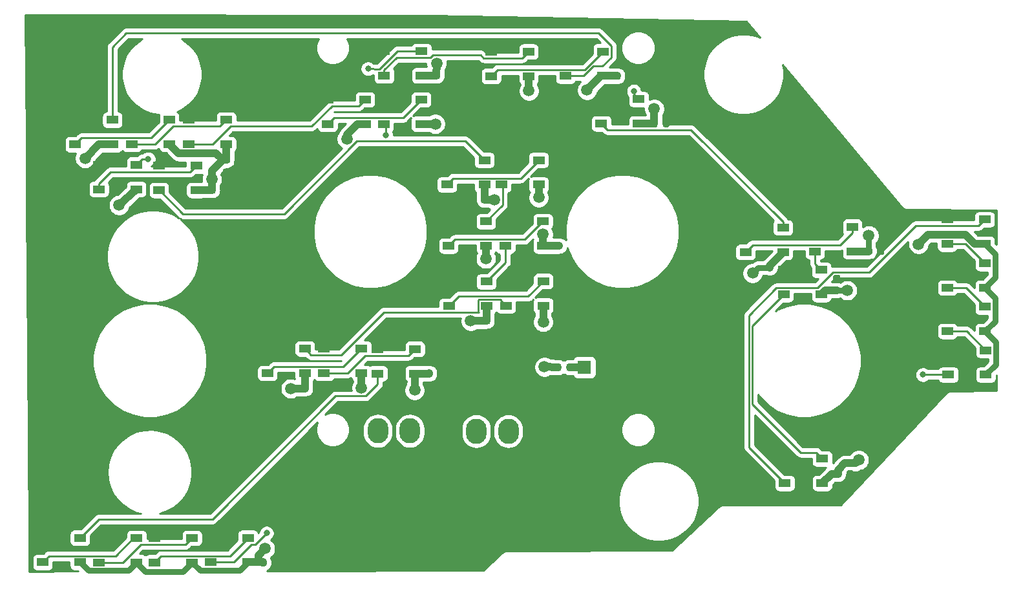
<source format=gbr>
%TF.GenerationSoftware,KiCad,Pcbnew,(5.1.6)-1*%
%TF.CreationDate,2020-12-18T17:33:36+11:00*%
%TF.ProjectId,Fuel Panel PCB V2,4675656c-2050-4616-9e65-6c2050434220,rev?*%
%TF.SameCoordinates,Original*%
%TF.FileFunction,Copper,L1,Top*%
%TF.FilePolarity,Positive*%
%FSLAX46Y46*%
G04 Gerber Fmt 4.6, Leading zero omitted, Abs format (unit mm)*
G04 Created by KiCad (PCBNEW (5.1.6)-1) date 2020-12-18 17:33:36*
%MOMM*%
%LPD*%
G01*
G04 APERTURE LIST*
%TA.AperFunction,ComponentPad*%
%ADD10O,2.700000X3.300000*%
%TD*%
%TA.AperFunction,ComponentPad*%
%ADD11C,1.800000*%
%TD*%
%TA.AperFunction,ComponentPad*%
%ADD12R,1.800000X1.800000*%
%TD*%
%TA.AperFunction,SMDPad,CuDef*%
%ADD13R,1.500000X1.000000*%
%TD*%
%TA.AperFunction,ViaPad*%
%ADD14C,0.800000*%
%TD*%
%TA.AperFunction,ViaPad*%
%ADD15C,1.500000*%
%TD*%
%TA.AperFunction,Conductor*%
%ADD16C,0.250000*%
%TD*%
%TA.AperFunction,Conductor*%
%ADD17C,1.000000*%
%TD*%
%TA.AperFunction,Conductor*%
%ADD18C,0.750000*%
%TD*%
%TA.AperFunction,Conductor*%
%ADD19C,0.254000*%
%TD*%
G04 APERTURE END LIST*
D10*
%TO.P,J2,4*%
%TO.N,/DATAOUT*%
X163001000Y-130187000D03*
%TO.P,J2,3*%
%TO.N,/LEDGND*%
X158801000Y-130187000D03*
%TO.P,J2,2*%
%TO.N,/LED+5V*%
X163001000Y-135687000D03*
%TO.P,J2,1*%
%TA.AperFunction,ComponentPad*%
G36*
G01*
X157451000Y-137086999D02*
X157451000Y-134287001D01*
G75*
G02*
X157701001Y-134037000I250001J0D01*
G01*
X159900999Y-134037000D01*
G75*
G02*
X160151000Y-134287001I0J-250001D01*
G01*
X160151000Y-137086999D01*
G75*
G02*
X159900999Y-137337000I-250001J0D01*
G01*
X157701001Y-137337000D01*
G75*
G02*
X157451000Y-137086999I0J250001D01*
G01*
G37*
%TD.AperFunction*%
%TD*%
%TO.P,J1,4*%
%TO.N,/DATAIN*%
X150098000Y-130136000D03*
%TO.P,J1,3*%
%TO.N,/LEDGND*%
X145898000Y-130136000D03*
%TO.P,J1,2*%
%TO.N,/LED+5V*%
X150098000Y-135636000D03*
%TO.P,J1,1*%
%TA.AperFunction,ComponentPad*%
G36*
G01*
X144548000Y-137035999D02*
X144548000Y-134236001D01*
G75*
G02*
X144798001Y-133986000I250001J0D01*
G01*
X146997999Y-133986000D01*
G75*
G02*
X147248000Y-134236001I0J-250001D01*
G01*
X147248000Y-137035999D01*
G75*
G02*
X146997999Y-137286000I-250001J0D01*
G01*
X144798001Y-137286000D01*
G75*
G02*
X144548000Y-137035999I0J250001D01*
G01*
G37*
%TD.AperFunction*%
%TD*%
%TO.P,R1,2*%
%TO.N,/LEDGND*%
%TA.AperFunction,SMDPad,CuDef*%
G36*
G01*
X169932000Y-121561750D02*
X169932000Y-122074250D01*
G75*
G02*
X169713250Y-122293000I-218750J0D01*
G01*
X169275750Y-122293000D01*
G75*
G02*
X169057000Y-122074250I0J218750D01*
G01*
X169057000Y-121561750D01*
G75*
G02*
X169275750Y-121343000I218750J0D01*
G01*
X169713250Y-121343000D01*
G75*
G02*
X169932000Y-121561750I0J-218750D01*
G01*
G37*
%TD.AperFunction*%
%TO.P,R1,1*%
%TO.N,Net-(D33-Pad1)*%
%TA.AperFunction,SMDPad,CuDef*%
G36*
G01*
X171507000Y-121561750D02*
X171507000Y-122074250D01*
G75*
G02*
X171288250Y-122293000I-218750J0D01*
G01*
X170850750Y-122293000D01*
G75*
G02*
X170632000Y-122074250I0J218750D01*
G01*
X170632000Y-121561750D01*
G75*
G02*
X170850750Y-121343000I218750J0D01*
G01*
X171288250Y-121343000D01*
G75*
G02*
X171507000Y-121561750I0J-218750D01*
G01*
G37*
%TD.AperFunction*%
%TD*%
%TO.P,C16,2*%
%TO.N,/LEDGND*%
%TA.AperFunction,SMDPad,CuDef*%
G36*
G01*
X131333860Y-147137410D02*
X131333860Y-147649910D01*
G75*
G02*
X131115110Y-147868660I-218750J0D01*
G01*
X130677610Y-147868660D01*
G75*
G02*
X130458860Y-147649910I0J218750D01*
G01*
X130458860Y-147137410D01*
G75*
G02*
X130677610Y-146918660I218750J0D01*
G01*
X131115110Y-146918660D01*
G75*
G02*
X131333860Y-147137410I0J-218750D01*
G01*
G37*
%TD.AperFunction*%
%TO.P,C16,1*%
%TO.N,/LED+5V*%
%TA.AperFunction,SMDPad,CuDef*%
G36*
G01*
X132908860Y-147137410D02*
X132908860Y-147649910D01*
G75*
G02*
X132690110Y-147868660I-218750J0D01*
G01*
X132252610Y-147868660D01*
G75*
G02*
X132033860Y-147649910I0J218750D01*
G01*
X132033860Y-147137410D01*
G75*
G02*
X132252610Y-146918660I218750J0D01*
G01*
X132690110Y-146918660D01*
G75*
G02*
X132908860Y-147137410I0J-218750D01*
G01*
G37*
%TD.AperFunction*%
%TD*%
%TO.P,C15,2*%
%TO.N,/LEDGND*%
%TA.AperFunction,SMDPad,CuDef*%
G36*
G01*
X206624540Y-135514370D02*
X206624540Y-136026870D01*
G75*
G02*
X206405790Y-136245620I-218750J0D01*
G01*
X205968290Y-136245620D01*
G75*
G02*
X205749540Y-136026870I0J218750D01*
G01*
X205749540Y-135514370D01*
G75*
G02*
X205968290Y-135295620I218750J0D01*
G01*
X206405790Y-135295620D01*
G75*
G02*
X206624540Y-135514370I0J-218750D01*
G01*
G37*
%TD.AperFunction*%
%TO.P,C15,1*%
%TO.N,/LED+5V*%
%TA.AperFunction,SMDPad,CuDef*%
G36*
G01*
X208199540Y-135514370D02*
X208199540Y-136026870D01*
G75*
G02*
X207980790Y-136245620I-218750J0D01*
G01*
X207543290Y-136245620D01*
G75*
G02*
X207324540Y-136026870I0J218750D01*
G01*
X207324540Y-135514370D01*
G75*
G02*
X207543290Y-135295620I218750J0D01*
G01*
X207980790Y-135295620D01*
G75*
G02*
X208199540Y-135514370I0J-218750D01*
G01*
G37*
%TD.AperFunction*%
%TD*%
%TO.P,C14,2*%
%TO.N,/LEDGND*%
%TA.AperFunction,SMDPad,CuDef*%
G36*
G01*
X205763150Y-111299640D02*
X206275650Y-111299640D01*
G75*
G02*
X206494400Y-111518390I0J-218750D01*
G01*
X206494400Y-111955890D01*
G75*
G02*
X206275650Y-112174640I-218750J0D01*
G01*
X205763150Y-112174640D01*
G75*
G02*
X205544400Y-111955890I0J218750D01*
G01*
X205544400Y-111518390D01*
G75*
G02*
X205763150Y-111299640I218750J0D01*
G01*
G37*
%TD.AperFunction*%
%TO.P,C14,1*%
%TO.N,/LED+5V*%
%TA.AperFunction,SMDPad,CuDef*%
G36*
G01*
X205763150Y-109724640D02*
X206275650Y-109724640D01*
G75*
G02*
X206494400Y-109943390I0J-218750D01*
G01*
X206494400Y-110380890D01*
G75*
G02*
X206275650Y-110599640I-218750J0D01*
G01*
X205763150Y-110599640D01*
G75*
G02*
X205544400Y-110380890I0J218750D01*
G01*
X205544400Y-109943390D01*
G75*
G02*
X205763150Y-109724640I218750J0D01*
G01*
G37*
%TD.AperFunction*%
%TD*%
%TO.P,C13,2*%
%TO.N,/LEDGND*%
%TA.AperFunction,SMDPad,CuDef*%
G36*
G01*
X210675840Y-106357710D02*
X210675840Y-106870210D01*
G75*
G02*
X210457090Y-107088960I-218750J0D01*
G01*
X210019590Y-107088960D01*
G75*
G02*
X209800840Y-106870210I0J218750D01*
G01*
X209800840Y-106357710D01*
G75*
G02*
X210019590Y-106138960I218750J0D01*
G01*
X210457090Y-106138960D01*
G75*
G02*
X210675840Y-106357710I0J-218750D01*
G01*
G37*
%TD.AperFunction*%
%TO.P,C13,1*%
%TO.N,/LED+5V*%
%TA.AperFunction,SMDPad,CuDef*%
G36*
G01*
X212250840Y-106357710D02*
X212250840Y-106870210D01*
G75*
G02*
X212032090Y-107088960I-218750J0D01*
G01*
X211594590Y-107088960D01*
G75*
G02*
X211375840Y-106870210I0J218750D01*
G01*
X211375840Y-106357710D01*
G75*
G02*
X211594590Y-106138960I218750J0D01*
G01*
X212032090Y-106138960D01*
G75*
G02*
X212250840Y-106357710I0J-218750D01*
G01*
G37*
%TD.AperFunction*%
%TD*%
%TO.P,C12,2*%
%TO.N,/LEDGND*%
%TA.AperFunction,SMDPad,CuDef*%
G36*
G01*
X169867290Y-106347880D02*
X169354790Y-106347880D01*
G75*
G02*
X169136040Y-106129130I0J218750D01*
G01*
X169136040Y-105691630D01*
G75*
G02*
X169354790Y-105472880I218750J0D01*
G01*
X169867290Y-105472880D01*
G75*
G02*
X170086040Y-105691630I0J-218750D01*
G01*
X170086040Y-106129130D01*
G75*
G02*
X169867290Y-106347880I-218750J0D01*
G01*
G37*
%TD.AperFunction*%
%TO.P,C12,1*%
%TO.N,/LED+5V*%
%TA.AperFunction,SMDPad,CuDef*%
G36*
G01*
X169867290Y-107922880D02*
X169354790Y-107922880D01*
G75*
G02*
X169136040Y-107704130I0J218750D01*
G01*
X169136040Y-107266630D01*
G75*
G02*
X169354790Y-107047880I218750J0D01*
G01*
X169867290Y-107047880D01*
G75*
G02*
X170086040Y-107266630I0J-218750D01*
G01*
X170086040Y-107704130D01*
G75*
G02*
X169867290Y-107922880I-218750J0D01*
G01*
G37*
%TD.AperFunction*%
%TD*%
%TO.P,C11,2*%
%TO.N,/LEDGND*%
%TA.AperFunction,SMDPad,CuDef*%
G36*
G01*
X197479630Y-109195020D02*
X196967130Y-109195020D01*
G75*
G02*
X196748380Y-108976270I0J218750D01*
G01*
X196748380Y-108538770D01*
G75*
G02*
X196967130Y-108320020I218750J0D01*
G01*
X197479630Y-108320020D01*
G75*
G02*
X197698380Y-108538770I0J-218750D01*
G01*
X197698380Y-108976270D01*
G75*
G02*
X197479630Y-109195020I-218750J0D01*
G01*
G37*
%TD.AperFunction*%
%TO.P,C11,1*%
%TO.N,/LED+5V*%
%TA.AperFunction,SMDPad,CuDef*%
G36*
G01*
X197479630Y-110770020D02*
X196967130Y-110770020D01*
G75*
G02*
X196748380Y-110551270I0J218750D01*
G01*
X196748380Y-110113770D01*
G75*
G02*
X196967130Y-109895020I218750J0D01*
G01*
X197479630Y-109895020D01*
G75*
G02*
X197698380Y-110113770I0J-218750D01*
G01*
X197698380Y-110551270D01*
G75*
G02*
X197479630Y-110770020I-218750J0D01*
G01*
G37*
%TD.AperFunction*%
%TD*%
%TO.P,C10,2*%
%TO.N,/LEDGND*%
%TA.AperFunction,SMDPad,CuDef*%
G36*
G01*
X182547880Y-89659750D02*
X182547880Y-90172250D01*
G75*
G02*
X182329130Y-90391000I-218750J0D01*
G01*
X181891630Y-90391000D01*
G75*
G02*
X181672880Y-90172250I0J218750D01*
G01*
X181672880Y-89659750D01*
G75*
G02*
X181891630Y-89441000I218750J0D01*
G01*
X182329130Y-89441000D01*
G75*
G02*
X182547880Y-89659750I0J-218750D01*
G01*
G37*
%TD.AperFunction*%
%TO.P,C10,1*%
%TO.N,/LED+5V*%
%TA.AperFunction,SMDPad,CuDef*%
G36*
G01*
X184122880Y-89659750D02*
X184122880Y-90172250D01*
G75*
G02*
X183904130Y-90391000I-218750J0D01*
G01*
X183466630Y-90391000D01*
G75*
G02*
X183247880Y-90172250I0J218750D01*
G01*
X183247880Y-89659750D01*
G75*
G02*
X183466630Y-89441000I218750J0D01*
G01*
X183904130Y-89441000D01*
G75*
G02*
X184122880Y-89659750I0J-218750D01*
G01*
G37*
%TD.AperFunction*%
%TD*%
%TO.P,C9,2*%
%TO.N,/LEDGND*%
%TA.AperFunction,SMDPad,CuDef*%
G36*
G01*
X177701360Y-83418970D02*
X177701360Y-83931470D01*
G75*
G02*
X177482610Y-84150220I-218750J0D01*
G01*
X177045110Y-84150220D01*
G75*
G02*
X176826360Y-83931470I0J218750D01*
G01*
X176826360Y-83418970D01*
G75*
G02*
X177045110Y-83200220I218750J0D01*
G01*
X177482610Y-83200220D01*
G75*
G02*
X177701360Y-83418970I0J-218750D01*
G01*
G37*
%TD.AperFunction*%
%TO.P,C9,1*%
%TO.N,/LED+5V*%
%TA.AperFunction,SMDPad,CuDef*%
G36*
G01*
X179276360Y-83418970D02*
X179276360Y-83931470D01*
G75*
G02*
X179057610Y-84150220I-218750J0D01*
G01*
X178620110Y-84150220D01*
G75*
G02*
X178401360Y-83931470I0J218750D01*
G01*
X178401360Y-83418970D01*
G75*
G02*
X178620110Y-83200220I218750J0D01*
G01*
X179057610Y-83200220D01*
G75*
G02*
X179276360Y-83418970I0J-218750D01*
G01*
G37*
%TD.AperFunction*%
%TD*%
%TO.P,C8,2*%
%TO.N,/LEDGND*%
%TA.AperFunction,SMDPad,CuDef*%
G36*
G01*
X154031200Y-83360550D02*
X154031200Y-83873050D01*
G75*
G02*
X153812450Y-84091800I-218750J0D01*
G01*
X153374950Y-84091800D01*
G75*
G02*
X153156200Y-83873050I0J218750D01*
G01*
X153156200Y-83360550D01*
G75*
G02*
X153374950Y-83141800I218750J0D01*
G01*
X153812450Y-83141800D01*
G75*
G02*
X154031200Y-83360550I0J-218750D01*
G01*
G37*
%TD.AperFunction*%
%TO.P,C8,1*%
%TO.N,/LED+5V*%
%TA.AperFunction,SMDPad,CuDef*%
G36*
G01*
X155606200Y-83360550D02*
X155606200Y-83873050D01*
G75*
G02*
X155387450Y-84091800I-218750J0D01*
G01*
X154949950Y-84091800D01*
G75*
G02*
X154731200Y-83873050I0J218750D01*
G01*
X154731200Y-83360550D01*
G75*
G02*
X154949950Y-83141800I218750J0D01*
G01*
X155387450Y-83141800D01*
G75*
G02*
X155606200Y-83360550I0J-218750D01*
G01*
G37*
%TD.AperFunction*%
%TD*%
%TO.P,C7,2*%
%TO.N,/LEDGND*%
%TA.AperFunction,SMDPad,CuDef*%
G36*
G01*
X159435180Y-100121430D02*
X159435180Y-99608930D01*
G75*
G02*
X159653930Y-99390180I218750J0D01*
G01*
X160091430Y-99390180D01*
G75*
G02*
X160310180Y-99608930I0J-218750D01*
G01*
X160310180Y-100121430D01*
G75*
G02*
X160091430Y-100340180I-218750J0D01*
G01*
X159653930Y-100340180D01*
G75*
G02*
X159435180Y-100121430I0J218750D01*
G01*
G37*
%TD.AperFunction*%
%TO.P,C7,1*%
%TO.N,/LED+5V*%
%TA.AperFunction,SMDPad,CuDef*%
G36*
G01*
X157860180Y-100121430D02*
X157860180Y-99608930D01*
G75*
G02*
X158078930Y-99390180I218750J0D01*
G01*
X158516430Y-99390180D01*
G75*
G02*
X158735180Y-99608930I0J-218750D01*
G01*
X158735180Y-100121430D01*
G75*
G02*
X158516430Y-100340180I-218750J0D01*
G01*
X158078930Y-100340180D01*
G75*
G02*
X157860180Y-100121430I0J218750D01*
G01*
G37*
%TD.AperFunction*%
%TD*%
%TO.P,C6,2*%
%TO.N,/LEDGND*%
%TA.AperFunction,SMDPad,CuDef*%
G36*
G01*
X160393090Y-116182560D02*
X159880590Y-116182560D01*
G75*
G02*
X159661840Y-115963810I0J218750D01*
G01*
X159661840Y-115526310D01*
G75*
G02*
X159880590Y-115307560I218750J0D01*
G01*
X160393090Y-115307560D01*
G75*
G02*
X160611840Y-115526310I0J-218750D01*
G01*
X160611840Y-115963810D01*
G75*
G02*
X160393090Y-116182560I-218750J0D01*
G01*
G37*
%TD.AperFunction*%
%TO.P,C6,1*%
%TO.N,/LED+5V*%
%TA.AperFunction,SMDPad,CuDef*%
G36*
G01*
X160393090Y-117757560D02*
X159880590Y-117757560D01*
G75*
G02*
X159661840Y-117538810I0J218750D01*
G01*
X159661840Y-117101310D01*
G75*
G02*
X159880590Y-116882560I218750J0D01*
G01*
X160393090Y-116882560D01*
G75*
G02*
X160611840Y-117101310I0J-218750D01*
G01*
X160611840Y-117538810D01*
G75*
G02*
X160393090Y-117757560I-218750J0D01*
G01*
G37*
%TD.AperFunction*%
%TD*%
%TO.P,C5,2*%
%TO.N,/LEDGND*%
%TA.AperFunction,SMDPad,CuDef*%
G36*
G01*
X153061020Y-122367330D02*
X153061020Y-122879830D01*
G75*
G02*
X152842270Y-123098580I-218750J0D01*
G01*
X152404770Y-123098580D01*
G75*
G02*
X152186020Y-122879830I0J218750D01*
G01*
X152186020Y-122367330D01*
G75*
G02*
X152404770Y-122148580I218750J0D01*
G01*
X152842270Y-122148580D01*
G75*
G02*
X153061020Y-122367330I0J-218750D01*
G01*
G37*
%TD.AperFunction*%
%TO.P,C5,1*%
%TO.N,/LED+5V*%
%TA.AperFunction,SMDPad,CuDef*%
G36*
G01*
X154636020Y-122367330D02*
X154636020Y-122879830D01*
G75*
G02*
X154417270Y-123098580I-218750J0D01*
G01*
X153979770Y-123098580D01*
G75*
G02*
X153761020Y-122879830I0J218750D01*
G01*
X153761020Y-122367330D01*
G75*
G02*
X153979770Y-122148580I218750J0D01*
G01*
X154417270Y-122148580D01*
G75*
G02*
X154636020Y-122367330I0J-218750D01*
G01*
G37*
%TD.AperFunction*%
%TD*%
%TO.P,C4,2*%
%TO.N,/LEDGND*%
%TA.AperFunction,SMDPad,CuDef*%
G36*
G01*
X136586257Y-125046673D02*
X136073757Y-125046673D01*
G75*
G02*
X135855007Y-124827923I0J218750D01*
G01*
X135855007Y-124390423D01*
G75*
G02*
X136073757Y-124171673I218750J0D01*
G01*
X136586257Y-124171673D01*
G75*
G02*
X136805007Y-124390423I0J-218750D01*
G01*
X136805007Y-124827923D01*
G75*
G02*
X136586257Y-125046673I-218750J0D01*
G01*
G37*
%TD.AperFunction*%
%TO.P,C4,1*%
%TO.N,/LED+5V*%
%TA.AperFunction,SMDPad,CuDef*%
G36*
G01*
X136586257Y-126621673D02*
X136073757Y-126621673D01*
G75*
G02*
X135855007Y-126402923I0J218750D01*
G01*
X135855007Y-125965423D01*
G75*
G02*
X136073757Y-125746673I218750J0D01*
G01*
X136586257Y-125746673D01*
G75*
G02*
X136805007Y-125965423I0J-218750D01*
G01*
X136805007Y-126402923D01*
G75*
G02*
X136586257Y-126621673I-218750J0D01*
G01*
G37*
%TD.AperFunction*%
%TD*%
%TO.P,C3,2*%
%TO.N,/LEDGND*%
%TA.AperFunction,SMDPad,CuDef*%
G36*
G01*
X124618100Y-98349090D02*
X124618100Y-98861590D01*
G75*
G02*
X124399350Y-99080340I-218750J0D01*
G01*
X123961850Y-99080340D01*
G75*
G02*
X123743100Y-98861590I0J218750D01*
G01*
X123743100Y-98349090D01*
G75*
G02*
X123961850Y-98130340I218750J0D01*
G01*
X124399350Y-98130340D01*
G75*
G02*
X124618100Y-98349090I0J-218750D01*
G01*
G37*
%TD.AperFunction*%
%TO.P,C3,1*%
%TO.N,/LED+5V*%
%TA.AperFunction,SMDPad,CuDef*%
G36*
G01*
X126193100Y-98349090D02*
X126193100Y-98861590D01*
G75*
G02*
X125974350Y-99080340I-218750J0D01*
G01*
X125536850Y-99080340D01*
G75*
G02*
X125318100Y-98861590I0J218750D01*
G01*
X125318100Y-98349090D01*
G75*
G02*
X125536850Y-98130340I218750J0D01*
G01*
X125974350Y-98130340D01*
G75*
G02*
X126193100Y-98349090I0J-218750D01*
G01*
G37*
%TD.AperFunction*%
%TD*%
%TO.P,C2,2*%
%TO.N,/LEDGND*%
%TA.AperFunction,SMDPad,CuDef*%
G36*
G01*
X126311370Y-95113260D02*
X125798870Y-95113260D01*
G75*
G02*
X125580120Y-94894510I0J218750D01*
G01*
X125580120Y-94457010D01*
G75*
G02*
X125798870Y-94238260I218750J0D01*
G01*
X126311370Y-94238260D01*
G75*
G02*
X126530120Y-94457010I0J-218750D01*
G01*
X126530120Y-94894510D01*
G75*
G02*
X126311370Y-95113260I-218750J0D01*
G01*
G37*
%TD.AperFunction*%
%TO.P,C2,1*%
%TO.N,/LED+5V*%
%TA.AperFunction,SMDPad,CuDef*%
G36*
G01*
X126311370Y-96688260D02*
X125798870Y-96688260D01*
G75*
G02*
X125580120Y-96469510I0J218750D01*
G01*
X125580120Y-96032010D01*
G75*
G02*
X125798870Y-95813260I218750J0D01*
G01*
X126311370Y-95813260D01*
G75*
G02*
X126530120Y-96032010I0J-218750D01*
G01*
X126530120Y-96469510D01*
G75*
G02*
X126311370Y-96688260I-218750J0D01*
G01*
G37*
%TD.AperFunction*%
%TD*%
D11*
%TO.P,D33,2*%
%TO.N,/LED+5V*%
X175514000Y-121818000D03*
D12*
%TO.P,D33,1*%
%TO.N,Net-(D33-Pad1)*%
X172974000Y-121818000D03*
%TD*%
D13*
%TO.P,D5,1*%
%TO.N,/LED+5V*%
X117235000Y-95428000D03*
%TO.P,D5,2*%
%TO.N,Net-(D12-Pad4)*%
X117235000Y-98628000D03*
%TO.P,D5,4*%
%TO.N,Net-(D4-Pad2)*%
X122135000Y-95428000D03*
%TO.P,D5,3*%
%TO.N,/LEDGND*%
X122135000Y-98628000D03*
%TD*%
%TO.P,D28,1*%
%TO.N,/LED+5V*%
X199226000Y-133782000D03*
%TO.P,D28,2*%
%TO.N,Net-(D28-Pad2)*%
X199226000Y-136982000D03*
%TO.P,D28,4*%
%TO.N,Net-(D27-Pad2)*%
X204126000Y-133782000D03*
%TO.P,D28,3*%
%TO.N,/LEDGND*%
X204126000Y-136982000D03*
%TD*%
%TO.P,D14,1*%
%TO.N,/LED+5V*%
X155171000Y-102718000D03*
%TO.P,D14,2*%
%TO.N,Net-(D14-Pad2)*%
X155171000Y-105918000D03*
%TO.P,D14,4*%
%TO.N,Net-(D13-Pad2)*%
X160071000Y-102718000D03*
%TO.P,D14,3*%
%TO.N,/LEDGND*%
X160071000Y-105918000D03*
%TD*%
%TO.P,D32,1*%
%TO.N,/LED+5V*%
X220652000Y-119583000D03*
%TO.P,D32,2*%
%TO.N,/DATAOUT*%
X220652000Y-122783000D03*
%TO.P,D32,4*%
%TO.N,Net-(D31-Pad2)*%
X225552000Y-119583000D03*
%TO.P,D32,3*%
%TO.N,/LEDGND*%
X225552000Y-122783000D03*
%TD*%
%TO.P,D31,1*%
%TO.N,/LED+5V*%
X220550000Y-113894000D03*
%TO.P,D31,2*%
%TO.N,Net-(D31-Pad2)*%
X220550000Y-117094000D03*
%TO.P,D31,4*%
%TO.N,Net-(D30-Pad2)*%
X225450000Y-113894000D03*
%TO.P,D31,3*%
%TO.N,/LEDGND*%
X225450000Y-117094000D03*
%TD*%
%TO.P,D30,1*%
%TO.N,/LED+5V*%
X220550000Y-108204000D03*
%TO.P,D30,2*%
%TO.N,Net-(D30-Pad2)*%
X220550000Y-111404000D03*
%TO.P,D30,4*%
%TO.N,Net-(D29-Pad2)*%
X225450000Y-108204000D03*
%TO.P,D30,3*%
%TO.N,/LEDGND*%
X225450000Y-111404000D03*
%TD*%
%TO.P,D29,1*%
%TO.N,/LED+5V*%
X220511000Y-102464000D03*
%TO.P,D29,2*%
%TO.N,Net-(D29-Pad2)*%
X220511000Y-105664000D03*
%TO.P,D29,4*%
%TO.N,Net-(D28-Pad2)*%
X225411000Y-102464000D03*
%TO.P,D29,3*%
%TO.N,/LEDGND*%
X225411000Y-105664000D03*
%TD*%
%TO.P,D27,1*%
%TO.N,/LED+5V*%
X199113000Y-109068000D03*
%TO.P,D27,2*%
%TO.N,Net-(D27-Pad2)*%
X199113000Y-112268000D03*
%TO.P,D27,4*%
%TO.N,Net-(D26-Pad2)*%
X204013000Y-109068000D03*
%TO.P,D27,3*%
%TO.N,/LEDGND*%
X204013000Y-112268000D03*
%TD*%
%TO.P,D26,1*%
%TO.N,/LED+5V*%
X203177000Y-103429000D03*
%TO.P,D26,2*%
%TO.N,Net-(D26-Pad2)*%
X203177000Y-106629000D03*
%TO.P,D26,4*%
%TO.N,Net-(D25-Pad2)*%
X208077000Y-103429000D03*
%TO.P,D26,3*%
%TO.N,/LEDGND*%
X208077000Y-106629000D03*
%TD*%
%TO.P,D25,1*%
%TO.N,/LED+5V*%
X194084000Y-103531000D03*
%TO.P,D25,2*%
%TO.N,Net-(D25-Pad2)*%
X194084000Y-106731000D03*
%TO.P,D25,4*%
%TO.N,Net-(D11-Pad2)*%
X198984000Y-103531000D03*
%TO.P,D25,3*%
%TO.N,/LEDGND*%
X198984000Y-106731000D03*
%TD*%
%TO.P,D24,1*%
%TO.N,/LED+5V*%
X123980000Y-144145000D03*
%TO.P,D24,2*%
%TO.N,Net-(D11-Pad4)*%
X123980000Y-147345000D03*
%TO.P,D24,4*%
%TO.N,Net-(D23-Pad2)*%
X128880000Y-144145000D03*
%TO.P,D24,3*%
%TO.N,/LEDGND*%
X128880000Y-147345000D03*
%TD*%
%TO.P,D23,1*%
%TO.N,/LED+5V*%
X116664000Y-144170000D03*
%TO.P,D23,2*%
%TO.N,Net-(D23-Pad2)*%
X116664000Y-147370000D03*
%TO.P,D23,4*%
%TO.N,Net-(D22-Pad2)*%
X121564000Y-144170000D03*
%TO.P,D23,3*%
%TO.N,/LEDGND*%
X121564000Y-147370000D03*
%TD*%
%TO.P,D22,1*%
%TO.N,/LED+5V*%
X109400000Y-144171000D03*
%TO.P,D22,2*%
%TO.N,Net-(D22-Pad2)*%
X109400000Y-147371000D03*
%TO.P,D22,4*%
%TO.N,Net-(D21-Pad2)*%
X114300000Y-144171000D03*
%TO.P,D22,3*%
%TO.N,/LEDGND*%
X114300000Y-147371000D03*
%TD*%
%TO.P,D21,1*%
%TO.N,/LED+5V*%
X101995000Y-144145000D03*
%TO.P,D21,2*%
%TO.N,Net-(D21-Pad2)*%
X101995000Y-147345000D03*
%TO.P,D21,4*%
%TO.N,Net-(D20-Pad2)*%
X106895000Y-144145000D03*
%TO.P,D21,3*%
%TO.N,/LEDGND*%
X106895000Y-147345000D03*
%TD*%
%TO.P,D20,1*%
%TO.N,/LED+5V*%
X145874000Y-119431000D03*
%TO.P,D20,2*%
%TO.N,Net-(D20-Pad2)*%
X145874000Y-122631000D03*
%TO.P,D20,4*%
%TO.N,Net-(D19-Pad2)*%
X150774000Y-119431000D03*
%TO.P,D20,3*%
%TO.N,/LEDGND*%
X150774000Y-122631000D03*
%TD*%
%TO.P,D19,1*%
%TO.N,/LED+5V*%
X138864000Y-119380000D03*
%TO.P,D19,2*%
%TO.N,Net-(D19-Pad2)*%
X138864000Y-122580000D03*
%TO.P,D19,4*%
%TO.N,Net-(D18-Pad2)*%
X143764000Y-119380000D03*
%TO.P,D19,3*%
%TO.N,/LEDGND*%
X143764000Y-122580000D03*
%TD*%
%TO.P,D18,1*%
%TO.N,/LED+5V*%
X131447000Y-119380000D03*
%TO.P,D18,2*%
%TO.N,Net-(D18-Pad2)*%
X131447000Y-122580000D03*
%TO.P,D18,4*%
%TO.N,Net-(D17-Pad2)*%
X136347000Y-119380000D03*
%TO.P,D18,3*%
%TO.N,/LEDGND*%
X136347000Y-122580000D03*
%TD*%
%TO.P,D17,1*%
%TO.N,/LED+5V*%
X162689000Y-110541000D03*
%TO.P,D17,2*%
%TO.N,Net-(D17-Pad2)*%
X162689000Y-113741000D03*
%TO.P,D17,4*%
%TO.N,Net-(D16-Pad2)*%
X167589000Y-110541000D03*
%TO.P,D17,3*%
%TO.N,/LEDGND*%
X167589000Y-113741000D03*
%TD*%
%TO.P,D16,1*%
%TO.N,/LED+5V*%
X155222000Y-110592000D03*
%TO.P,D16,2*%
%TO.N,Net-(D16-Pad2)*%
X155222000Y-113792000D03*
%TO.P,D16,4*%
%TO.N,Net-(D15-Pad2)*%
X160122000Y-110592000D03*
%TO.P,D16,3*%
%TO.N,/LEDGND*%
X160122000Y-113792000D03*
%TD*%
%TO.P,D15,1*%
%TO.N,/LED+5V*%
X162638000Y-102718000D03*
%TO.P,D15,2*%
%TO.N,Net-(D15-Pad2)*%
X162638000Y-105918000D03*
%TO.P,D15,4*%
%TO.N,Net-(D14-Pad2)*%
X167538000Y-102718000D03*
%TO.P,D15,3*%
%TO.N,/LEDGND*%
X167538000Y-105918000D03*
%TD*%
%TO.P,D13,1*%
%TO.N,/LED+5V*%
X162080000Y-94691200D03*
%TO.P,D13,2*%
%TO.N,Net-(D13-Pad2)*%
X162080000Y-97891200D03*
%TO.P,D13,4*%
%TO.N,Net-(D12-Pad2)*%
X166980000Y-94691200D03*
%TO.P,D13,3*%
%TO.N,/LEDGND*%
X166980000Y-97891200D03*
%TD*%
%TO.P,D12,1*%
%TO.N,/LED+5V*%
X154968000Y-94691200D03*
%TO.P,D12,2*%
%TO.N,Net-(D12-Pad2)*%
X154968000Y-97891200D03*
%TO.P,D12,4*%
%TO.N,Net-(D12-Pad4)*%
X159868000Y-94691200D03*
%TO.P,D12,3*%
%TO.N,/LEDGND*%
X159868000Y-97891200D03*
%TD*%
%TO.P,D11,1*%
%TO.N,/LED+5V*%
X175186000Y-86715600D03*
%TO.P,D11,2*%
%TO.N,Net-(D11-Pad2)*%
X175186000Y-89915600D03*
%TO.P,D11,4*%
%TO.N,Net-(D11-Pad4)*%
X180086000Y-86715600D03*
%TO.P,D11,3*%
%TO.N,/LEDGND*%
X180086000Y-89915600D03*
%TD*%
%TO.P,D10,1*%
%TO.N,/LED+5V*%
X170512000Y-80467200D03*
%TO.P,D10,2*%
%TO.N,Net-(D1-Pad4)*%
X170512000Y-83667200D03*
%TO.P,D10,4*%
%TO.N,Net-(D10-Pad4)*%
X175412000Y-80467200D03*
%TO.P,D10,3*%
%TO.N,/LEDGND*%
X175412000Y-83667200D03*
%TD*%
%TO.P,D9,1*%
%TO.N,/LED+5V*%
X160770000Y-80492800D03*
%TO.P,D9,2*%
%TO.N,Net-(D10-Pad4)*%
X160770000Y-83692800D03*
%TO.P,D9,4*%
%TO.N,Net-(D8-Pad2)*%
X165670000Y-80492800D03*
%TO.P,D9,3*%
%TO.N,/LEDGND*%
X165670000Y-83692800D03*
%TD*%
%TO.P,D8,1*%
%TO.N,/LED+5V*%
X146738000Y-80416400D03*
%TO.P,D8,2*%
%TO.N,Net-(D8-Pad2)*%
X146738000Y-83616400D03*
%TO.P,D8,4*%
%TO.N,/DATAIN*%
X151638000Y-80416400D03*
%TO.P,D8,3*%
%TO.N,/LEDGND*%
X151638000Y-83616400D03*
%TD*%
%TO.P,D7,1*%
%TO.N,/LED+5V*%
X146687000Y-86766800D03*
%TO.P,D7,2*%
%TO.N,Net-(D4-Pad4)*%
X146687000Y-89966800D03*
%TO.P,D7,4*%
%TO.N,Net-(D6-Pad2)*%
X151587000Y-86766800D03*
%TO.P,D7,3*%
%TO.N,/LEDGND*%
X151587000Y-89966800D03*
%TD*%
%TO.P,D6,1*%
%TO.N,/LED+5V*%
X139344000Y-86766800D03*
%TO.P,D6,2*%
%TO.N,Net-(D6-Pad2)*%
X139344000Y-89966800D03*
%TO.P,D6,4*%
%TO.N,Net-(D3-Pad2)*%
X144244000Y-86766800D03*
%TO.P,D6,3*%
%TO.N,/LEDGND*%
X144244000Y-89966800D03*
%TD*%
%TO.P,D4,1*%
%TO.N,/LED+5V*%
X109372000Y-95300800D03*
%TO.P,D4,2*%
%TO.N,Net-(D4-Pad2)*%
X109372000Y-98500800D03*
%TO.P,D4,4*%
%TO.N,Net-(D4-Pad4)*%
X114272000Y-95300800D03*
%TO.P,D4,3*%
%TO.N,/LEDGND*%
X114272000Y-98500800D03*
%TD*%
%TO.P,D3,1*%
%TO.N,/LED+5V*%
X121158000Y-89408400D03*
%TO.P,D3,2*%
%TO.N,Net-(D3-Pad2)*%
X121158000Y-92608400D03*
%TO.P,D3,4*%
%TO.N,Net-(D2-Pad2)*%
X126058000Y-89408400D03*
%TO.P,D3,3*%
%TO.N,/LEDGND*%
X126058000Y-92608400D03*
%TD*%
%TO.P,D2,1*%
%TO.N,/LED+5V*%
X113690000Y-89408000D03*
%TO.P,D2,2*%
%TO.N,Net-(D2-Pad2)*%
X113690000Y-92608000D03*
%TO.P,D2,4*%
%TO.N,Net-(D1-Pad2)*%
X118590000Y-89408000D03*
%TO.P,D2,3*%
%TO.N,/LEDGND*%
X118590000Y-92608000D03*
%TD*%
%TO.P,D1,1*%
%TO.N,/LED+5V*%
X106223000Y-89433600D03*
%TO.P,D1,2*%
%TO.N,Net-(D1-Pad2)*%
X106223000Y-92633600D03*
%TO.P,D1,4*%
%TO.N,Net-(D1-Pad4)*%
X111123000Y-89433600D03*
%TO.P,D1,3*%
%TO.N,/LEDGND*%
X111123000Y-92633600D03*
%TD*%
D14*
%TO.N,Net-(D4-Pad4)*%
X115818920Y-94554040D03*
X146951700Y-91465400D03*
%TO.N,Net-(D11-Pad4)*%
X131335780Y-143524222D03*
X179440840Y-85681820D03*
D15*
%TO.N,/LEDGND*%
X158079440Y-115740180D03*
X167584120Y-115884960D03*
X160071000Y-107604760D03*
X161160460Y-99860100D03*
X166980000Y-99583640D03*
X153449020Y-89966800D03*
X141848840Y-91912440D03*
X153609040Y-82034380D03*
X165691820Y-85608160D03*
X173319440Y-85511640D03*
X182120540Y-87972900D03*
X111993680Y-100584000D03*
X124170440Y-97223580D03*
X107553760Y-94452840D03*
X134502473Y-124609173D03*
X143774160Y-124510800D03*
X150738840Y-124818140D03*
X131124960Y-145564860D03*
X195003420Y-109491780D03*
X207403700Y-111749840D03*
X210233260Y-104559100D03*
X167723820Y-121772680D03*
X216735660Y-105699560D03*
X208920080Y-133946900D03*
X167538000Y-104408840D03*
D14*
%TO.N,/DATAIN*%
X144627600Y-82725260D03*
%TO.N,/DATAOUT*%
X217324340Y-122783000D03*
%TD*%
D16*
%TO.N,Net-(D1-Pad2)*%
X107073601Y-91782999D02*
X116215001Y-91782999D01*
X116215001Y-91782999D02*
X118590000Y-89408000D01*
X106223000Y-92633600D02*
X107073601Y-91782999D01*
%TO.N,Net-(D1-Pad4)*%
X111123000Y-89433600D02*
X111123000Y-79879920D01*
X111123000Y-79879920D02*
X112936020Y-78066900D01*
X172848410Y-83667200D02*
X170512000Y-83667200D01*
X174133250Y-82382360D02*
X172848410Y-83667200D01*
X175331842Y-82382360D02*
X174133250Y-82382360D01*
X176487001Y-81227201D02*
X175331842Y-82382360D01*
X176487001Y-79707199D02*
X176487001Y-81227201D01*
X174846702Y-78066900D02*
X176487001Y-79707199D01*
X112936020Y-78066900D02*
X174846702Y-78066900D01*
%TO.N,Net-(D2-Pad2)*%
X125232999Y-90233401D02*
X126058000Y-89408400D01*
X119129597Y-90233401D02*
X125232999Y-90233401D01*
X116754998Y-92608000D02*
X119129597Y-90233401D01*
X113690000Y-92608000D02*
X116754998Y-92608000D01*
%TO.N,Net-(D3-Pad2)*%
X143418999Y-87591801D02*
X144244000Y-86766800D01*
X137242397Y-90233401D02*
X139883997Y-87591801D01*
X139883997Y-87591801D02*
X143418999Y-87591801D01*
X126597997Y-90233401D02*
X137242397Y-90233401D01*
X124222998Y-92608400D02*
X126597997Y-90233401D01*
X121158000Y-92608400D02*
X124222998Y-92608400D01*
%TO.N,Net-(D4-Pad2)*%
X121309999Y-96253001D02*
X122135000Y-95428000D01*
X110869799Y-96253001D02*
X121309999Y-96253001D01*
X109372000Y-97750800D02*
X110869799Y-96253001D01*
X109372000Y-98500800D02*
X109372000Y-97750800D01*
%TO.N,Net-(D4-Pad4)*%
X114272000Y-95300800D02*
X115018760Y-94554040D01*
X115018760Y-94554040D02*
X115818920Y-94554040D01*
X115818920Y-94554040D02*
X115818920Y-94554040D01*
X146951700Y-90231500D02*
X146687000Y-89966800D01*
X146951700Y-91465400D02*
X146951700Y-90231500D01*
%TO.N,Net-(D12-Pad4)*%
X143161881Y-92190401D02*
X133627822Y-101724460D01*
X159868000Y-94691200D02*
X157367201Y-92190401D01*
X157367201Y-92190401D02*
X143161881Y-92190401D01*
X133627822Y-101724460D02*
X120375680Y-101724460D01*
X117279220Y-98628000D02*
X117235000Y-98628000D01*
X120375680Y-101724460D02*
X117279220Y-98628000D01*
%TO.N,Net-(D6-Pad2)*%
X149212001Y-89141799D02*
X151587000Y-86766800D01*
X140169001Y-89141799D02*
X149212001Y-89141799D01*
X139344000Y-89966800D02*
X140169001Y-89141799D01*
%TO.N,Net-(D8-Pad2)*%
X159759999Y-81317801D02*
X164844999Y-81317801D01*
X159371678Y-80929480D02*
X159759999Y-81317801D01*
X164844999Y-81317801D02*
X165670000Y-80492800D01*
X153122938Y-80929480D02*
X159371678Y-80929480D01*
X148362999Y-81241401D02*
X152811017Y-81241401D01*
X146738000Y-82866400D02*
X148362999Y-81241401D01*
X152811017Y-81241401D02*
X153122938Y-80929480D01*
X146738000Y-83616400D02*
X146738000Y-82866400D01*
%TO.N,Net-(D10-Pad4)*%
X173037001Y-82842199D02*
X175412000Y-80467200D01*
X161620601Y-82842199D02*
X173037001Y-82842199D01*
X160770000Y-83692800D02*
X161620601Y-82842199D01*
%TO.N,Net-(D11-Pad2)*%
X176011409Y-90741009D02*
X175186000Y-89915600D01*
X186944009Y-90741009D02*
X176011409Y-90741009D01*
X198984000Y-102781000D02*
X186944009Y-90741009D01*
X198984000Y-103531000D02*
X198984000Y-102781000D01*
%TO.N,Net-(D11-Pad4)*%
X129811143Y-145048859D02*
X131335780Y-143524222D01*
X129341139Y-145048859D02*
X129811143Y-145048859D01*
X123980000Y-147345000D02*
X127044998Y-147345000D01*
X127044998Y-147345000D02*
X129341139Y-145048859D01*
X131335780Y-143524222D02*
X131335780Y-143524222D01*
X179440840Y-86070440D02*
X180086000Y-86715600D01*
X179440840Y-85681820D02*
X179440840Y-86070440D01*
%TO.N,Net-(D12-Pad2)*%
X164605001Y-97066199D02*
X166980000Y-94691200D01*
X155793001Y-97066199D02*
X164605001Y-97066199D01*
X154968000Y-97891200D02*
X155793001Y-97066199D01*
%TO.N,Net-(D13-Pad2)*%
X162235461Y-100553539D02*
X160071000Y-102718000D01*
X162235461Y-98046661D02*
X162235461Y-100553539D01*
X162080000Y-97891200D02*
X162235461Y-98046661D01*
%TO.N,Net-(D14-Pad2)*%
X165163001Y-105092999D02*
X167538000Y-102718000D01*
X155996001Y-105092999D02*
X165163001Y-105092999D01*
X155171000Y-105918000D02*
X155996001Y-105092999D01*
%TO.N,Net-(D15-Pad2)*%
X162638000Y-108076000D02*
X160122000Y-110592000D01*
X162638000Y-105918000D02*
X162638000Y-108076000D01*
%TO.N,Net-(D16-Pad2)*%
X156497011Y-112516989D02*
X165613011Y-112516989D01*
X165613011Y-112516989D02*
X167589000Y-110541000D01*
X155222000Y-113792000D02*
X156497011Y-112516989D01*
%TO.N,Net-(D17-Pad2)*%
X159046999Y-114552001D02*
X159046999Y-113031999D01*
X159046999Y-113031999D02*
X159111999Y-112966999D01*
X159111999Y-114617001D02*
X159046999Y-114552001D01*
X146691997Y-114617001D02*
X159111999Y-114617001D01*
X141103997Y-120205001D02*
X146691997Y-114617001D01*
X161914999Y-112966999D02*
X162689000Y-113741000D01*
X159111999Y-112966999D02*
X161914999Y-112966999D01*
X137172001Y-120205001D02*
X141103997Y-120205001D01*
X136347000Y-119380000D02*
X137172001Y-120205001D01*
%TO.N,Net-(D18-Pad2)*%
X141389001Y-121754999D02*
X143764000Y-119380000D01*
X132272001Y-121754999D02*
X141389001Y-121754999D01*
X131447000Y-122580000D02*
X132272001Y-121754999D01*
%TO.N,Net-(D19-Pad2)*%
X149948999Y-120256001D02*
X150774000Y-119431000D01*
X144252997Y-120256001D02*
X149948999Y-120256001D01*
X141928998Y-122580000D02*
X144252997Y-120256001D01*
X138864000Y-122580000D02*
X141928998Y-122580000D01*
%TO.N,Net-(D20-Pad2)*%
X106895000Y-144145000D02*
X109328320Y-141711680D01*
X109328320Y-141711680D02*
X124244100Y-141711680D01*
X144290161Y-125585801D02*
X145874000Y-124001962D01*
X145874000Y-124001962D02*
X145874000Y-122631000D01*
X140369979Y-125585801D02*
X144290161Y-125585801D01*
X124244100Y-141711680D02*
X140369979Y-125585801D01*
%TO.N,Net-(D21-Pad2)*%
X102820001Y-146519999D02*
X111526221Y-146519999D01*
X101995000Y-147345000D02*
X102820001Y-146519999D01*
X113875220Y-144171000D02*
X114300000Y-144171000D01*
X111526221Y-146519999D02*
X113875220Y-144171000D01*
%TO.N,Net-(D22-Pad2)*%
X114839997Y-144996001D02*
X120737999Y-144996001D01*
X112464998Y-147371000D02*
X114839997Y-144996001D01*
X120737999Y-144996001D02*
X121564000Y-144170000D01*
X109400000Y-147371000D02*
X112464998Y-147371000D01*
%TO.N,Net-(D23-Pad2)*%
X126505001Y-146519999D02*
X128880000Y-144145000D01*
X117514001Y-146519999D02*
X126505001Y-146519999D01*
X116664000Y-147370000D02*
X117514001Y-146519999D01*
%TO.N,Net-(D25-Pad2)*%
X195011001Y-105803999D02*
X194084000Y-106731000D01*
X206452001Y-105803999D02*
X195011001Y-105803999D01*
X208077000Y-104179000D02*
X206452001Y-105803999D01*
X208077000Y-103429000D02*
X208077000Y-104179000D01*
%TO.N,Net-(D26-Pad2)*%
X203177000Y-108232000D02*
X204013000Y-109068000D01*
X203177000Y-106629000D02*
X203177000Y-108232000D01*
%TO.N,Net-(D27-Pad2)*%
X194975014Y-116405986D02*
X199113000Y-112268000D01*
X201274158Y-132956999D02*
X194975014Y-126657855D01*
X194975014Y-126657855D02*
X194975014Y-116405986D01*
X203300999Y-132956999D02*
X201274158Y-132956999D01*
X204126000Y-133782000D02*
X203300999Y-132956999D01*
%TO.N,Net-(D28-Pad2)*%
X194525004Y-115020994D02*
X194525004Y-132281004D01*
X198102999Y-111442999D02*
X194525004Y-115020994D01*
X203473003Y-111442999D02*
X198102999Y-111442999D01*
X205516372Y-109399630D02*
X203473003Y-111442999D01*
X194525004Y-132281004D02*
X199226000Y-136982000D01*
X216382293Y-103289001D02*
X210271664Y-109399630D01*
X224585999Y-103289001D02*
X216382293Y-103289001D01*
X210271664Y-109399630D02*
X205516372Y-109399630D01*
X225411000Y-102464000D02*
X224585999Y-103289001D01*
%TO.N,Net-(D29-Pad2)*%
X222910000Y-105664000D02*
X225450000Y-108204000D01*
X220511000Y-105664000D02*
X222910000Y-105664000D01*
%TO.N,Net-(D30-Pad2)*%
X222960000Y-111404000D02*
X225450000Y-113894000D01*
X220550000Y-111404000D02*
X222960000Y-111404000D01*
%TO.N,Net-(D31-Pad2)*%
X223063000Y-117094000D02*
X225552000Y-119583000D01*
X220550000Y-117094000D02*
X223063000Y-117094000D01*
D17*
%TO.N,/LEDGND*%
X130847700Y-147345000D02*
X130896360Y-147393660D01*
X136347000Y-124592180D02*
X136330007Y-124609173D01*
X136347000Y-122580000D02*
X136347000Y-124592180D01*
X152616100Y-122631000D02*
X152623520Y-122623580D01*
X150774000Y-122631000D02*
X152616100Y-122631000D01*
X160122000Y-115730220D02*
X160136840Y-115745060D01*
X160122000Y-113792000D02*
X160122000Y-115730220D01*
X167538000Y-105918000D02*
X169603420Y-105918000D01*
X159868000Y-99860500D02*
X159872680Y-99865180D01*
X159868000Y-97891200D02*
X159868000Y-99860500D01*
X124157940Y-98628000D02*
X124180600Y-98605340D01*
X122135000Y-98628000D02*
X124157940Y-98628000D01*
X126058000Y-94672880D02*
X126055120Y-94675760D01*
X126058000Y-92608400D02*
X126058000Y-94672880D01*
X153593300Y-83616400D02*
X153593700Y-83616800D01*
X151638000Y-83616400D02*
X153593300Y-83616400D01*
X177255840Y-83667200D02*
X177263860Y-83675220D01*
X175412000Y-83667200D02*
X177255840Y-83667200D01*
X182109980Y-89915600D02*
X182110380Y-89916000D01*
X180086000Y-89915600D02*
X182109980Y-89915600D01*
X210223300Y-106629000D02*
X210238340Y-106613960D01*
X208077000Y-106629000D02*
X210223300Y-106629000D01*
X197223380Y-108491620D02*
X197223380Y-108757520D01*
X198984000Y-106731000D02*
X197223380Y-108491620D01*
X204543860Y-111737140D02*
X204013000Y-112268000D01*
X206019400Y-111737140D02*
X204543860Y-111737140D01*
X205337380Y-135770620D02*
X204126000Y-136982000D01*
X206187040Y-135770620D02*
X205337380Y-135770620D01*
X160136840Y-115745060D02*
X158079440Y-115740180D01*
X158079440Y-115740180D02*
X158084320Y-115745060D01*
X167589000Y-113741000D02*
X167584120Y-115884960D01*
X167584120Y-115884960D02*
X167589000Y-115880080D01*
X169611040Y-105910380D02*
X169603420Y-105918000D01*
X160071000Y-105918000D02*
X160071000Y-107604760D01*
X160071000Y-107604760D02*
X160071000Y-107604760D01*
X159872680Y-99865180D02*
X161160460Y-99860100D01*
X161160460Y-99860100D02*
X161155380Y-99865180D01*
X166980000Y-97891200D02*
X166980000Y-99583640D01*
X166980000Y-99583640D02*
X166980000Y-99583640D01*
X151587000Y-89966800D02*
X153449020Y-89966800D01*
X153449020Y-89966800D02*
X153449020Y-89966800D01*
X144244000Y-89966800D02*
X143243300Y-89966800D01*
X143243300Y-89966800D02*
X141848840Y-91361260D01*
X141848840Y-91361260D02*
X141848840Y-91912440D01*
X141848840Y-91912440D02*
X141848840Y-91912440D01*
X153593700Y-83616800D02*
X153609040Y-82034380D01*
X153609040Y-82034380D02*
X153593700Y-82049720D01*
X165670000Y-83692800D02*
X165691820Y-85608160D01*
X165691820Y-85608160D02*
X165670000Y-85586340D01*
X175412000Y-83667200D02*
X175163880Y-83667200D01*
X175163880Y-83667200D02*
X173319440Y-85511640D01*
X173319440Y-85511640D02*
X173319440Y-85511640D01*
X182110380Y-89916000D02*
X182120540Y-87972900D01*
X182120540Y-87972900D02*
X182110380Y-87983060D01*
X114272000Y-98500800D02*
X111993680Y-100584000D01*
X111993680Y-100584000D02*
X112188800Y-100584000D01*
X124180600Y-98605340D02*
X124170440Y-97223580D01*
X124170440Y-97223580D02*
X124180600Y-97233740D01*
X124170440Y-96085440D02*
X124170440Y-97223580D01*
X125580120Y-94675760D02*
X124170440Y-96085440D01*
X126055120Y-94675760D02*
X125580120Y-94675760D01*
X119790401Y-93808401D02*
X124712761Y-93808401D01*
X124712761Y-93808401D02*
X125580120Y-94675760D01*
X118590000Y-92608000D02*
X119790401Y-93808401D01*
X109373000Y-92633600D02*
X107553760Y-94452840D01*
X111123000Y-92633600D02*
X109373000Y-92633600D01*
X107553760Y-94452840D02*
X107553760Y-94452840D01*
X136330007Y-124609173D02*
X134502473Y-124609173D01*
X134502473Y-124609173D02*
X134502473Y-124609173D01*
X143764000Y-122580000D02*
X143774160Y-124510800D01*
X143774160Y-124510800D02*
X143764000Y-124500640D01*
X150774000Y-122631000D02*
X150738840Y-124818140D01*
X150738840Y-124818140D02*
X150774000Y-124782980D01*
X130255880Y-147345000D02*
X130847700Y-147345000D01*
X130255880Y-147345000D02*
X130255880Y-146433940D01*
X128880000Y-147345000D02*
X130255880Y-147345000D01*
X130255880Y-146433940D02*
X131124960Y-145564860D01*
X131124960Y-145564860D02*
X131124960Y-145564860D01*
D18*
X107996001Y-148446001D02*
X113224999Y-148446001D01*
X113224999Y-148446001D02*
X114300000Y-147371000D01*
X106895000Y-147345000D02*
X107996001Y-148446001D01*
X115482908Y-148553908D02*
X117687721Y-148553908D01*
X114300000Y-147371000D02*
X115482908Y-148553908D01*
X120386896Y-148547104D02*
X121564000Y-147370000D01*
X117687721Y-148553908D02*
X120386896Y-148547104D01*
X127804999Y-148420001D02*
X128880000Y-147345000D01*
X122614001Y-148420001D02*
X127804999Y-148420001D01*
X121564000Y-147370000D02*
X122614001Y-148420001D01*
X226877001Y-118521001D02*
X226877001Y-121457999D01*
X226877001Y-121457999D02*
X225552000Y-122783000D01*
X225450000Y-117094000D02*
X226877001Y-118521001D01*
X226775001Y-112729001D02*
X225450000Y-111404000D01*
X226775001Y-115768999D02*
X226775001Y-112729001D01*
X225450000Y-117094000D02*
X226775001Y-115768999D01*
X226775001Y-110078999D02*
X225450000Y-111404000D01*
X226775001Y-107028001D02*
X226775001Y-110078999D01*
X225411000Y-105664000D02*
X226775001Y-107028001D01*
X197223380Y-108757520D02*
X195745300Y-108757520D01*
X195745300Y-108757520D02*
X195003420Y-109491780D01*
X195003420Y-109491780D02*
X195011040Y-109491780D01*
X206019400Y-111737140D02*
X207403700Y-111749840D01*
X207403700Y-111749840D02*
X207391000Y-111737140D01*
X210238340Y-106613960D02*
X210233260Y-104559100D01*
X210233260Y-104559100D02*
X210238340Y-104564180D01*
D17*
X169494500Y-121818000D02*
X167723820Y-121772680D01*
X167723820Y-121772680D02*
X167769140Y-121818000D01*
X222876739Y-104463999D02*
X217971221Y-104463999D01*
X225411000Y-105664000D02*
X224076740Y-105664000D01*
X224076740Y-105664000D02*
X222876739Y-104463999D01*
X217971221Y-104463999D02*
X216735660Y-105699560D01*
X216735660Y-105699560D02*
X216735660Y-105699560D01*
X206187040Y-135295620D02*
X207096340Y-134386320D01*
X206187040Y-135770620D02*
X206187040Y-135295620D01*
X207096340Y-134386320D02*
X208221580Y-134386320D01*
X208221580Y-134386320D02*
X208480660Y-134386320D01*
X208480660Y-134386320D02*
X208920080Y-133946900D01*
X208920080Y-133946900D02*
X208920080Y-133946900D01*
X167538000Y-105918000D02*
X167538000Y-104408840D01*
X167538000Y-104408840D02*
X167538000Y-104408840D01*
%TO.N,Net-(D33-Pad1)*%
X172974000Y-121818000D02*
X171069500Y-121818000D01*
D16*
%TO.N,/DATAIN*%
X151638000Y-80416400D02*
X148440140Y-80416400D01*
X147944840Y-80911700D02*
X147944840Y-80954880D01*
X148440140Y-80416400D02*
X147944840Y-80911700D01*
X146108321Y-82791399D02*
X144627600Y-82725260D01*
X147944840Y-80954880D02*
X146108321Y-82791399D01*
X144627600Y-82725260D02*
X144693739Y-82791399D01*
%TO.N,/DATAOUT*%
X220652000Y-122783000D02*
X217324340Y-122783000D01*
X217324340Y-122783000D02*
X217324340Y-122783000D01*
%TD*%
D19*
%TO.N,/LED+5V*%
G36*
X152749361Y-75793189D02*
G01*
X194200592Y-76499171D01*
X196011644Y-78662620D01*
X195353944Y-78390192D01*
X194334439Y-78187400D01*
X193294961Y-78187400D01*
X192275456Y-78390192D01*
X191315103Y-78787983D01*
X190450809Y-79365487D01*
X189715787Y-80100509D01*
X189138283Y-80964803D01*
X188740492Y-81925156D01*
X188537700Y-82944661D01*
X188537700Y-83984139D01*
X188740492Y-85003644D01*
X189138283Y-85963997D01*
X189715787Y-86828291D01*
X190450809Y-87563313D01*
X191315103Y-88140817D01*
X192275456Y-88538608D01*
X193294961Y-88741400D01*
X194334439Y-88741400D01*
X195353944Y-88538608D01*
X196314297Y-88140817D01*
X197178591Y-87563313D01*
X197913613Y-86828291D01*
X198491117Y-85963997D01*
X198888908Y-85003644D01*
X199091700Y-83984139D01*
X199091700Y-82944661D01*
X198934460Y-82154161D01*
X214628174Y-100901580D01*
X214665240Y-100947504D01*
X214694794Y-100972165D01*
X214722289Y-100999129D01*
X214744598Y-101013723D01*
X214765061Y-101030798D01*
X214798860Y-101049220D01*
X214831085Y-101070301D01*
X214855815Y-101080264D01*
X214879214Y-101093017D01*
X214915957Y-101104492D01*
X214951676Y-101118881D01*
X214977869Y-101123826D01*
X215003312Y-101131772D01*
X215041598Y-101135858D01*
X215079428Y-101143001D01*
X215138503Y-101142426D01*
X226925335Y-101238645D01*
X226934561Y-105759205D01*
X226799072Y-105623717D01*
X226799072Y-105164000D01*
X226786812Y-105039518D01*
X226750502Y-104919820D01*
X226691537Y-104809506D01*
X226612185Y-104712815D01*
X226515494Y-104633463D01*
X226405180Y-104574498D01*
X226285482Y-104538188D01*
X226161000Y-104525928D01*
X224661000Y-104525928D01*
X224629808Y-104529000D01*
X224546872Y-104529000D01*
X224066873Y-104049001D01*
X224548677Y-104049001D01*
X224585999Y-104052677D01*
X224623321Y-104049001D01*
X224623332Y-104049001D01*
X224734985Y-104038004D01*
X224878246Y-103994547D01*
X225010275Y-103923975D01*
X225126000Y-103829002D01*
X225149802Y-103799999D01*
X225347729Y-103602072D01*
X226161000Y-103602072D01*
X226285482Y-103589812D01*
X226405180Y-103553502D01*
X226515494Y-103494537D01*
X226612185Y-103415185D01*
X226691537Y-103318494D01*
X226750502Y-103208180D01*
X226786812Y-103088482D01*
X226799072Y-102964000D01*
X226799072Y-101964000D01*
X226786812Y-101839518D01*
X226750502Y-101719820D01*
X226691537Y-101609506D01*
X226612185Y-101512815D01*
X226515494Y-101433463D01*
X226405180Y-101374498D01*
X226285482Y-101338188D01*
X226161000Y-101325928D01*
X224661000Y-101325928D01*
X224536518Y-101338188D01*
X224416820Y-101374498D01*
X224306506Y-101433463D01*
X224209815Y-101512815D01*
X224130463Y-101609506D01*
X224071498Y-101719820D01*
X224035188Y-101839518D01*
X224022928Y-101964000D01*
X224022928Y-102529001D01*
X216419615Y-102529001D01*
X216382292Y-102525325D01*
X216344969Y-102529001D01*
X216344960Y-102529001D01*
X216233307Y-102539998D01*
X216090046Y-102583455D01*
X215958017Y-102654027D01*
X215958015Y-102654028D01*
X215958016Y-102654028D01*
X215871289Y-102725202D01*
X215871285Y-102725206D01*
X215842292Y-102749000D01*
X215818498Y-102777993D01*
X209956863Y-108639630D01*
X205553694Y-108639630D01*
X205516371Y-108635954D01*
X205479048Y-108639630D01*
X205479039Y-108639630D01*
X205401072Y-108647309D01*
X205401072Y-108568000D01*
X205388812Y-108443518D01*
X205352502Y-108323820D01*
X205293537Y-108213506D01*
X205214185Y-108116815D01*
X205117494Y-108037463D01*
X205007180Y-107978498D01*
X204887482Y-107942188D01*
X204763000Y-107929928D01*
X203949729Y-107929928D01*
X203937000Y-107917199D01*
X203937000Y-107766087D01*
X204051482Y-107754812D01*
X204171180Y-107718502D01*
X204281494Y-107659537D01*
X204378185Y-107580185D01*
X204457537Y-107483494D01*
X204516502Y-107373180D01*
X204552812Y-107253482D01*
X204565072Y-107129000D01*
X204565072Y-106563999D01*
X206414679Y-106563999D01*
X206452001Y-106567675D01*
X206489323Y-106563999D01*
X206489334Y-106563999D01*
X206600987Y-106553002D01*
X206688928Y-106526326D01*
X206688928Y-107129000D01*
X206701188Y-107253482D01*
X206737498Y-107373180D01*
X206796463Y-107483494D01*
X206875815Y-107580185D01*
X206972506Y-107659537D01*
X207082820Y-107718502D01*
X207202518Y-107754812D01*
X207327000Y-107767072D01*
X208827000Y-107767072D01*
X208858192Y-107764000D01*
X210167549Y-107764000D01*
X210223300Y-107769491D01*
X210279051Y-107764000D01*
X210279052Y-107764000D01*
X210445799Y-107747577D01*
X210540660Y-107718801D01*
X210624248Y-107710568D01*
X210784982Y-107661810D01*
X210933115Y-107582631D01*
X211062955Y-107476075D01*
X211169511Y-107346235D01*
X211248690Y-107198102D01*
X211297448Y-107037368D01*
X211298158Y-107030158D01*
X211356917Y-106836458D01*
X211378831Y-106613960D01*
X211356917Y-106391461D01*
X211298158Y-106197761D01*
X211297448Y-106190552D01*
X211248690Y-106029818D01*
X211246890Y-106026451D01*
X211245602Y-105505443D01*
X211309059Y-105441986D01*
X211460631Y-105215143D01*
X211565035Y-104963089D01*
X211618260Y-104695511D01*
X211618260Y-104422689D01*
X211565035Y-104155111D01*
X211460631Y-103903057D01*
X211309059Y-103676214D01*
X211116146Y-103483301D01*
X210889303Y-103331729D01*
X210637249Y-103227325D01*
X210369671Y-103174100D01*
X210096849Y-103174100D01*
X209829271Y-103227325D01*
X209577217Y-103331729D01*
X209465072Y-103406662D01*
X209465072Y-102929000D01*
X209452812Y-102804518D01*
X209416502Y-102684820D01*
X209357537Y-102574506D01*
X209278185Y-102477815D01*
X209181494Y-102398463D01*
X209071180Y-102339498D01*
X208951482Y-102303188D01*
X208827000Y-102290928D01*
X207327000Y-102290928D01*
X207202518Y-102303188D01*
X207082820Y-102339498D01*
X206972506Y-102398463D01*
X206875815Y-102477815D01*
X206796463Y-102574506D01*
X206737498Y-102684820D01*
X206701188Y-102804518D01*
X206688928Y-102929000D01*
X206688928Y-103929000D01*
X206701188Y-104053482D01*
X206737498Y-104173180D01*
X206796463Y-104283494D01*
X206842098Y-104339101D01*
X206137200Y-105043999D01*
X195048323Y-105043999D01*
X195011000Y-105040323D01*
X194973677Y-105043999D01*
X194973668Y-105043999D01*
X194862015Y-105054996D01*
X194718754Y-105098453D01*
X194586725Y-105169025D01*
X194586723Y-105169026D01*
X194586724Y-105169026D01*
X194499997Y-105240200D01*
X194499993Y-105240204D01*
X194471000Y-105263998D01*
X194447206Y-105292991D01*
X194147270Y-105592928D01*
X193334000Y-105592928D01*
X193209518Y-105605188D01*
X193089820Y-105641498D01*
X192979506Y-105700463D01*
X192882815Y-105779815D01*
X192803463Y-105876506D01*
X192744498Y-105986820D01*
X192708188Y-106106518D01*
X192695928Y-106231000D01*
X192695928Y-107231000D01*
X192708188Y-107355482D01*
X192744498Y-107475180D01*
X192803463Y-107585494D01*
X192882815Y-107682185D01*
X192979506Y-107761537D01*
X193089820Y-107820502D01*
X193209518Y-107856812D01*
X193334000Y-107869072D01*
X194834000Y-107869072D01*
X194958482Y-107856812D01*
X195078180Y-107820502D01*
X195188494Y-107761537D01*
X195285185Y-107682185D01*
X195364537Y-107585494D01*
X195423502Y-107475180D01*
X195459812Y-107355482D01*
X195472072Y-107231000D01*
X195472072Y-106563999D01*
X197545869Y-106563999D01*
X196460244Y-107649625D01*
X196416931Y-107685171D01*
X196365762Y-107747520D01*
X195797526Y-107747520D01*
X195750539Y-107742647D01*
X195698301Y-107747520D01*
X195695692Y-107747520D01*
X195648967Y-107752122D01*
X195552446Y-107761126D01*
X195549923Y-107761877D01*
X195547306Y-107762135D01*
X195454624Y-107790250D01*
X195361765Y-107817896D01*
X195359439Y-107819124D01*
X195356920Y-107819888D01*
X195271470Y-107865562D01*
X195185823Y-107910774D01*
X195183781Y-107912433D01*
X195181460Y-107913673D01*
X195106517Y-107975176D01*
X195070077Y-108004769D01*
X195068224Y-108006603D01*
X195027667Y-108039887D01*
X194997698Y-108076405D01*
X194967007Y-108106780D01*
X194867009Y-108106780D01*
X194599431Y-108160005D01*
X194347377Y-108264409D01*
X194120534Y-108415981D01*
X193927621Y-108608894D01*
X193776049Y-108835737D01*
X193671645Y-109087791D01*
X193618420Y-109355369D01*
X193618420Y-109628191D01*
X193671645Y-109895769D01*
X193776049Y-110147823D01*
X193927621Y-110374666D01*
X194120534Y-110567579D01*
X194347377Y-110719151D01*
X194599431Y-110823555D01*
X194867009Y-110876780D01*
X195139831Y-110876780D01*
X195407409Y-110823555D01*
X195659463Y-110719151D01*
X195886306Y-110567579D01*
X196079219Y-110374666D01*
X196230791Y-110147823D01*
X196335195Y-109895769D01*
X196360706Y-109767520D01*
X196638583Y-109767520D01*
X196639238Y-109767870D01*
X196799972Y-109816628D01*
X196807182Y-109817338D01*
X197000882Y-109876097D01*
X197223380Y-109898011D01*
X197445879Y-109876097D01*
X197639580Y-109817338D01*
X197646788Y-109816628D01*
X197807522Y-109767870D01*
X197955655Y-109688691D01*
X198085495Y-109582135D01*
X198192051Y-109452295D01*
X198271230Y-109304162D01*
X198319988Y-109143428D01*
X198333259Y-109008693D01*
X198341957Y-108980018D01*
X198342158Y-108977973D01*
X199451061Y-107869072D01*
X199734000Y-107869072D01*
X199858482Y-107856812D01*
X199978180Y-107820502D01*
X200088494Y-107761537D01*
X200185185Y-107682185D01*
X200264537Y-107585494D01*
X200323502Y-107475180D01*
X200359812Y-107355482D01*
X200372072Y-107231000D01*
X200372072Y-106563999D01*
X201788928Y-106563999D01*
X201788928Y-107129000D01*
X201801188Y-107253482D01*
X201837498Y-107373180D01*
X201896463Y-107483494D01*
X201975815Y-107580185D01*
X202072506Y-107659537D01*
X202182820Y-107718502D01*
X202302518Y-107754812D01*
X202417001Y-107766087D01*
X202417001Y-108194668D01*
X202413324Y-108232000D01*
X202427998Y-108380985D01*
X202471454Y-108524246D01*
X202542026Y-108656276D01*
X202613201Y-108743002D01*
X202624928Y-108757291D01*
X202624928Y-109568000D01*
X202637188Y-109692482D01*
X202673498Y-109812180D01*
X202732463Y-109922494D01*
X202811815Y-110019185D01*
X202908506Y-110098537D01*
X203018820Y-110157502D01*
X203138518Y-110193812D01*
X203263000Y-110206072D01*
X203635129Y-110206072D01*
X203158202Y-110682999D01*
X198140321Y-110682999D01*
X198102998Y-110679323D01*
X198065675Y-110682999D01*
X198065666Y-110682999D01*
X197954013Y-110693996D01*
X197845904Y-110726790D01*
X197810752Y-110737453D01*
X197678722Y-110808025D01*
X197639566Y-110840160D01*
X197562998Y-110902998D01*
X197539200Y-110931996D01*
X194014007Y-114457190D01*
X193985003Y-114480993D01*
X193939713Y-114536180D01*
X193890030Y-114596718D01*
X193838874Y-114692423D01*
X193819458Y-114728748D01*
X193776001Y-114872009D01*
X193765004Y-114983662D01*
X193765004Y-114983672D01*
X193761328Y-115020994D01*
X193765004Y-115058316D01*
X193765005Y-132243671D01*
X193761328Y-132281004D01*
X193765005Y-132318337D01*
X193776002Y-132429990D01*
X193780033Y-132443278D01*
X193819458Y-132573250D01*
X193890030Y-132705280D01*
X193927808Y-132751312D01*
X193985004Y-132821005D01*
X194014002Y-132844803D01*
X197837928Y-136668730D01*
X197837928Y-137482000D01*
X197850188Y-137606482D01*
X197886498Y-137726180D01*
X197945463Y-137836494D01*
X198024815Y-137933185D01*
X198121506Y-138012537D01*
X198231820Y-138071502D01*
X198351518Y-138107812D01*
X198476000Y-138120072D01*
X199976000Y-138120072D01*
X200100482Y-138107812D01*
X200220180Y-138071502D01*
X200330494Y-138012537D01*
X200427185Y-137933185D01*
X200506537Y-137836494D01*
X200565502Y-137726180D01*
X200601812Y-137606482D01*
X200614072Y-137482000D01*
X200614072Y-136482000D01*
X200601812Y-136357518D01*
X200565502Y-136237820D01*
X200506537Y-136127506D01*
X200427185Y-136030815D01*
X200330494Y-135951463D01*
X200220180Y-135892498D01*
X200100482Y-135856188D01*
X199976000Y-135843928D01*
X199162730Y-135843928D01*
X195285004Y-131966203D01*
X195285004Y-128042646D01*
X200710358Y-133468001D01*
X200734157Y-133497000D01*
X200763155Y-133520798D01*
X200849881Y-133591973D01*
X200926663Y-133633014D01*
X200981911Y-133662545D01*
X201125172Y-133706002D01*
X201236825Y-133716999D01*
X201236835Y-133716999D01*
X201274158Y-133720675D01*
X201311481Y-133716999D01*
X202737928Y-133716999D01*
X202737928Y-134282000D01*
X202750188Y-134406482D01*
X202786498Y-134526180D01*
X202845463Y-134636494D01*
X202924815Y-134733185D01*
X203021506Y-134812537D01*
X203131820Y-134871502D01*
X203251518Y-134907812D01*
X203376000Y-134920072D01*
X204584666Y-134920072D01*
X204530931Y-134964171D01*
X204495388Y-135007480D01*
X203658941Y-135843928D01*
X203376000Y-135843928D01*
X203251518Y-135856188D01*
X203131820Y-135892498D01*
X203021506Y-135951463D01*
X202924815Y-136030815D01*
X202845463Y-136127506D01*
X202786498Y-136237820D01*
X202750188Y-136357518D01*
X202737928Y-136482000D01*
X202737928Y-137482000D01*
X202750188Y-137606482D01*
X202786498Y-137726180D01*
X202845463Y-137836494D01*
X202924815Y-137933185D01*
X203021506Y-138012537D01*
X203131820Y-138071502D01*
X203251518Y-138107812D01*
X203376000Y-138120072D01*
X204101439Y-138120072D01*
X204126000Y-138122491D01*
X204150561Y-138120072D01*
X204876000Y-138120072D01*
X205000482Y-138107812D01*
X205120180Y-138071502D01*
X205230494Y-138012537D01*
X205327185Y-137933185D01*
X205406537Y-137836494D01*
X205465502Y-137726180D01*
X205501812Y-137606482D01*
X205514072Y-137482000D01*
X205514072Y-137199059D01*
X205807512Y-136905620D01*
X206131288Y-136905620D01*
X206187040Y-136911111D01*
X206242791Y-136905620D01*
X206242792Y-136905620D01*
X206409539Y-136889197D01*
X206438214Y-136880498D01*
X206572948Y-136867228D01*
X206733682Y-136818470D01*
X206881815Y-136739291D01*
X207011655Y-136632735D01*
X207118211Y-136502895D01*
X207197390Y-136354762D01*
X207246148Y-136194028D01*
X207246858Y-136186820D01*
X207305617Y-135993119D01*
X207327531Y-135770620D01*
X207326602Y-135761189D01*
X207566472Y-135521320D01*
X208424909Y-135521320D01*
X208480660Y-135526811D01*
X208536411Y-135521320D01*
X208536412Y-135521320D01*
X208703159Y-135504897D01*
X208917107Y-135439996D01*
X209114283Y-135334604D01*
X209137121Y-135315862D01*
X209324069Y-135278675D01*
X209576123Y-135174271D01*
X209802966Y-135022699D01*
X209995879Y-134829786D01*
X210147451Y-134602943D01*
X210251855Y-134350889D01*
X210305080Y-134083311D01*
X210305080Y-133810489D01*
X210251855Y-133542911D01*
X210147451Y-133290857D01*
X209995879Y-133064014D01*
X209802966Y-132871101D01*
X209576123Y-132719529D01*
X209324069Y-132615125D01*
X209056491Y-132561900D01*
X208783669Y-132561900D01*
X208516091Y-132615125D01*
X208264037Y-132719529D01*
X208037194Y-132871101D01*
X207844281Y-133064014D01*
X207719127Y-133251320D01*
X207152081Y-133251320D01*
X207096339Y-133245830D01*
X207040597Y-133251320D01*
X207040588Y-133251320D01*
X206873841Y-133267743D01*
X206659893Y-133332644D01*
X206462717Y-133438036D01*
X206289891Y-133579871D01*
X206254351Y-133623177D01*
X205505173Y-134372356D01*
X205514072Y-134282000D01*
X205514072Y-133282000D01*
X205501812Y-133157518D01*
X205465502Y-133037820D01*
X205406537Y-132927506D01*
X205327185Y-132830815D01*
X205230494Y-132751463D01*
X205120180Y-132692498D01*
X205000482Y-132656188D01*
X204876000Y-132643928D01*
X204062729Y-132643928D01*
X203864802Y-132446001D01*
X203841000Y-132416998D01*
X203725275Y-132322025D01*
X203593246Y-132251453D01*
X203449985Y-132207996D01*
X203338332Y-132196999D01*
X203338321Y-132196999D01*
X203300999Y-132193323D01*
X203263677Y-132196999D01*
X201588960Y-132196999D01*
X195735014Y-126343054D01*
X195735014Y-125382289D01*
X195944435Y-125695710D01*
X196985890Y-126737165D01*
X198210512Y-127555431D01*
X199571240Y-128119063D01*
X201015780Y-128406400D01*
X202488620Y-128406400D01*
X203933160Y-128119063D01*
X205293888Y-127555431D01*
X206518510Y-126737165D01*
X207559965Y-125695710D01*
X208378231Y-124471088D01*
X208941863Y-123110360D01*
X209027255Y-122681061D01*
X216289340Y-122681061D01*
X216289340Y-122884939D01*
X216329114Y-123084898D01*
X216407135Y-123273256D01*
X216520403Y-123442774D01*
X216664566Y-123586937D01*
X216834084Y-123700205D01*
X217022442Y-123778226D01*
X217222401Y-123818000D01*
X217426279Y-123818000D01*
X217626238Y-123778226D01*
X217814596Y-123700205D01*
X217984114Y-123586937D01*
X218028051Y-123543000D01*
X219320954Y-123543000D01*
X219371463Y-123637494D01*
X219450815Y-123734185D01*
X219547506Y-123813537D01*
X219657820Y-123872502D01*
X219777518Y-123908812D01*
X219902000Y-123921072D01*
X221402000Y-123921072D01*
X221526482Y-123908812D01*
X221646180Y-123872502D01*
X221756494Y-123813537D01*
X221853185Y-123734185D01*
X221932537Y-123637494D01*
X221991502Y-123527180D01*
X222027812Y-123407482D01*
X222040072Y-123283000D01*
X222040072Y-122283000D01*
X222027812Y-122158518D01*
X221991502Y-122038820D01*
X221932537Y-121928506D01*
X221853185Y-121831815D01*
X221756494Y-121752463D01*
X221646180Y-121693498D01*
X221526482Y-121657188D01*
X221402000Y-121644928D01*
X219902000Y-121644928D01*
X219777518Y-121657188D01*
X219657820Y-121693498D01*
X219547506Y-121752463D01*
X219450815Y-121831815D01*
X219371463Y-121928506D01*
X219320954Y-122023000D01*
X218028051Y-122023000D01*
X217984114Y-121979063D01*
X217814596Y-121865795D01*
X217626238Y-121787774D01*
X217426279Y-121748000D01*
X217222401Y-121748000D01*
X217022442Y-121787774D01*
X216834084Y-121865795D01*
X216664566Y-121979063D01*
X216520403Y-122123226D01*
X216407135Y-122292744D01*
X216329114Y-122481102D01*
X216289340Y-122681061D01*
X209027255Y-122681061D01*
X209229200Y-121665820D01*
X209229200Y-120192980D01*
X208941863Y-118748440D01*
X208378231Y-117387712D01*
X207559965Y-116163090D01*
X206518510Y-115121635D01*
X205293888Y-114303369D01*
X203933160Y-113739737D01*
X202488620Y-113452400D01*
X201015780Y-113452400D01*
X199571240Y-113739737D01*
X198210512Y-114303369D01*
X198035480Y-114420322D01*
X199049730Y-113406072D01*
X199863000Y-113406072D01*
X199987482Y-113393812D01*
X200107180Y-113357502D01*
X200217494Y-113298537D01*
X200314185Y-113219185D01*
X200393537Y-113122494D01*
X200452502Y-113012180D01*
X200488812Y-112892482D01*
X200501072Y-112768000D01*
X200501072Y-112202999D01*
X202624928Y-112202999D01*
X202624928Y-112768000D01*
X202637188Y-112892482D01*
X202673498Y-113012180D01*
X202732463Y-113122494D01*
X202811815Y-113219185D01*
X202908506Y-113298537D01*
X203018820Y-113357502D01*
X203138518Y-113393812D01*
X203263000Y-113406072D01*
X203988439Y-113406072D01*
X204013000Y-113408491D01*
X204037561Y-113406072D01*
X204763000Y-113406072D01*
X204887482Y-113393812D01*
X205007180Y-113357502D01*
X205117494Y-113298537D01*
X205214185Y-113219185D01*
X205293537Y-113122494D01*
X205352502Y-113012180D01*
X205388812Y-112892482D01*
X205390815Y-112872140D01*
X206075152Y-112872140D01*
X206241899Y-112855717D01*
X206435600Y-112796958D01*
X206442808Y-112796248D01*
X206480108Y-112784933D01*
X206520814Y-112825639D01*
X206747657Y-112977211D01*
X206999711Y-113081615D01*
X207267289Y-113134840D01*
X207540111Y-113134840D01*
X207807689Y-113081615D01*
X208059743Y-112977211D01*
X208286586Y-112825639D01*
X208479499Y-112632726D01*
X208631071Y-112405883D01*
X208735475Y-112153829D01*
X208788700Y-111886251D01*
X208788700Y-111613429D01*
X208735475Y-111345851D01*
X208631071Y-111093797D01*
X208479499Y-110866954D01*
X208286586Y-110674041D01*
X208059743Y-110522469D01*
X207807689Y-110418065D01*
X207540111Y-110364840D01*
X207267289Y-110364840D01*
X206999711Y-110418065D01*
X206747657Y-110522469D01*
X206520814Y-110674041D01*
X206499596Y-110695259D01*
X206442808Y-110678032D01*
X206435600Y-110677322D01*
X206241899Y-110618563D01*
X206075152Y-110602140D01*
X205388664Y-110602140D01*
X205831174Y-110159630D01*
X210234342Y-110159630D01*
X210271664Y-110163306D01*
X210308986Y-110159630D01*
X210308997Y-110159630D01*
X210420650Y-110148633D01*
X210563911Y-110105176D01*
X210695940Y-110034604D01*
X210811665Y-109939631D01*
X210835468Y-109910627D01*
X215392304Y-105353793D01*
X215350660Y-105563149D01*
X215350660Y-105835971D01*
X215403885Y-106103549D01*
X215508289Y-106355603D01*
X215659861Y-106582446D01*
X215852774Y-106775359D01*
X216079617Y-106926931D01*
X216331671Y-107031335D01*
X216599249Y-107084560D01*
X216872071Y-107084560D01*
X217139649Y-107031335D01*
X217391703Y-106926931D01*
X217618546Y-106775359D01*
X217811459Y-106582446D01*
X217963031Y-106355603D01*
X218067435Y-106103549D01*
X218099872Y-105940480D01*
X218441353Y-105598999D01*
X219122928Y-105598999D01*
X219122928Y-106164000D01*
X219135188Y-106288482D01*
X219171498Y-106408180D01*
X219230463Y-106518494D01*
X219309815Y-106615185D01*
X219406506Y-106694537D01*
X219516820Y-106753502D01*
X219636518Y-106789812D01*
X219761000Y-106802072D01*
X221261000Y-106802072D01*
X221385482Y-106789812D01*
X221505180Y-106753502D01*
X221615494Y-106694537D01*
X221712185Y-106615185D01*
X221791537Y-106518494D01*
X221842046Y-106424000D01*
X222595199Y-106424000D01*
X224061928Y-107890730D01*
X224061928Y-108704000D01*
X224074188Y-108828482D01*
X224110498Y-108948180D01*
X224169463Y-109058494D01*
X224248815Y-109155185D01*
X224345506Y-109234537D01*
X224455820Y-109293502D01*
X224575518Y-109329812D01*
X224700000Y-109342072D01*
X225765002Y-109342072D01*
X225765002Y-109660643D01*
X225159717Y-110265928D01*
X224700000Y-110265928D01*
X224575518Y-110278188D01*
X224455820Y-110314498D01*
X224345506Y-110373463D01*
X224248815Y-110452815D01*
X224169463Y-110549506D01*
X224110498Y-110659820D01*
X224074188Y-110779518D01*
X224061928Y-110904000D01*
X224061928Y-111431127D01*
X223523804Y-110893003D01*
X223500001Y-110863999D01*
X223384276Y-110769026D01*
X223252247Y-110698454D01*
X223108986Y-110654997D01*
X222997333Y-110644000D01*
X222997322Y-110644000D01*
X222960000Y-110640324D01*
X222922678Y-110644000D01*
X221881046Y-110644000D01*
X221830537Y-110549506D01*
X221751185Y-110452815D01*
X221654494Y-110373463D01*
X221544180Y-110314498D01*
X221424482Y-110278188D01*
X221300000Y-110265928D01*
X219800000Y-110265928D01*
X219675518Y-110278188D01*
X219555820Y-110314498D01*
X219445506Y-110373463D01*
X219348815Y-110452815D01*
X219269463Y-110549506D01*
X219210498Y-110659820D01*
X219174188Y-110779518D01*
X219161928Y-110904000D01*
X219161928Y-111904000D01*
X219174188Y-112028482D01*
X219210498Y-112148180D01*
X219269463Y-112258494D01*
X219348815Y-112355185D01*
X219445506Y-112434537D01*
X219555820Y-112493502D01*
X219675518Y-112529812D01*
X219800000Y-112542072D01*
X221300000Y-112542072D01*
X221424482Y-112529812D01*
X221544180Y-112493502D01*
X221654494Y-112434537D01*
X221751185Y-112355185D01*
X221830537Y-112258494D01*
X221881046Y-112164000D01*
X222645199Y-112164000D01*
X224061928Y-113580730D01*
X224061928Y-114394000D01*
X224074188Y-114518482D01*
X224110498Y-114638180D01*
X224169463Y-114748494D01*
X224248815Y-114845185D01*
X224345506Y-114924537D01*
X224455820Y-114983502D01*
X224575518Y-115019812D01*
X224700000Y-115032072D01*
X225765001Y-115032072D01*
X225765001Y-115350644D01*
X225159717Y-115955928D01*
X224700000Y-115955928D01*
X224575518Y-115968188D01*
X224455820Y-116004498D01*
X224345506Y-116063463D01*
X224248815Y-116142815D01*
X224169463Y-116239506D01*
X224110498Y-116349820D01*
X224074188Y-116469518D01*
X224061928Y-116594000D01*
X224061928Y-117018127D01*
X223626804Y-116583003D01*
X223603001Y-116553999D01*
X223487276Y-116459026D01*
X223355247Y-116388454D01*
X223211986Y-116344997D01*
X223100333Y-116334000D01*
X223100322Y-116334000D01*
X223063000Y-116330324D01*
X223025678Y-116334000D01*
X221881046Y-116334000D01*
X221830537Y-116239506D01*
X221751185Y-116142815D01*
X221654494Y-116063463D01*
X221544180Y-116004498D01*
X221424482Y-115968188D01*
X221300000Y-115955928D01*
X219800000Y-115955928D01*
X219675518Y-115968188D01*
X219555820Y-116004498D01*
X219445506Y-116063463D01*
X219348815Y-116142815D01*
X219269463Y-116239506D01*
X219210498Y-116349820D01*
X219174188Y-116469518D01*
X219161928Y-116594000D01*
X219161928Y-117594000D01*
X219174188Y-117718482D01*
X219210498Y-117838180D01*
X219269463Y-117948494D01*
X219348815Y-118045185D01*
X219445506Y-118124537D01*
X219555820Y-118183502D01*
X219675518Y-118219812D01*
X219800000Y-118232072D01*
X221300000Y-118232072D01*
X221424482Y-118219812D01*
X221544180Y-118183502D01*
X221654494Y-118124537D01*
X221751185Y-118045185D01*
X221830537Y-117948494D01*
X221881046Y-117854000D01*
X222748199Y-117854000D01*
X224163928Y-119269730D01*
X224163928Y-120083000D01*
X224176188Y-120207482D01*
X224212498Y-120327180D01*
X224271463Y-120437494D01*
X224350815Y-120534185D01*
X224447506Y-120613537D01*
X224557820Y-120672502D01*
X224677518Y-120708812D01*
X224802000Y-120721072D01*
X225867002Y-120721072D01*
X225867002Y-121039643D01*
X225261717Y-121644928D01*
X224802000Y-121644928D01*
X224677518Y-121657188D01*
X224557820Y-121693498D01*
X224447506Y-121752463D01*
X224350815Y-121831815D01*
X224271463Y-121928506D01*
X224212498Y-122038820D01*
X224176188Y-122158518D01*
X224163928Y-122283000D01*
X224163928Y-123283000D01*
X224176188Y-123407482D01*
X224212498Y-123527180D01*
X224271463Y-123637494D01*
X224350815Y-123734185D01*
X224447506Y-123813537D01*
X224557820Y-123872502D01*
X224677518Y-123908812D01*
X224802000Y-123921072D01*
X226302000Y-123921072D01*
X226426482Y-123908812D01*
X226546180Y-123872502D01*
X226656494Y-123813537D01*
X226753185Y-123734185D01*
X226832537Y-123637494D01*
X226891502Y-123527180D01*
X226927812Y-123407482D01*
X226940072Y-123283000D01*
X226940072Y-122823283D01*
X226969326Y-122794029D01*
X226973482Y-124830749D01*
X220894098Y-124967878D01*
X220859791Y-124965469D01*
X220797155Y-124973418D01*
X220734382Y-124981034D01*
X220732640Y-124981606D01*
X220730817Y-124981837D01*
X220670809Y-125001896D01*
X220610855Y-125021570D01*
X220609259Y-125022470D01*
X220607515Y-125023053D01*
X220552541Y-125054451D01*
X220497609Y-125085425D01*
X220496220Y-125086618D01*
X220494622Y-125087531D01*
X220446759Y-125129112D01*
X220398997Y-125170147D01*
X220377789Y-125197211D01*
X206522506Y-139852800D01*
X191152956Y-139852800D01*
X191131512Y-139849970D01*
X191088119Y-139852800D01*
X191077181Y-139852800D01*
X191055741Y-139854912D01*
X191001778Y-139858431D01*
X190991161Y-139861272D01*
X190980217Y-139862350D01*
X190928441Y-139878056D01*
X190876190Y-139892039D01*
X190866328Y-139896898D01*
X190855807Y-139900090D01*
X190808092Y-139925594D01*
X190759570Y-139949503D01*
X190750847Y-139956192D01*
X190741150Y-139961375D01*
X190699339Y-139995688D01*
X190682252Y-140008791D01*
X190674269Y-140016263D01*
X190640652Y-140043852D01*
X190626929Y-140060573D01*
X184498268Y-145797002D01*
X162807587Y-145847096D01*
X162788688Y-145844498D01*
X162742733Y-145847246D01*
X162729257Y-145847277D01*
X162710376Y-145849181D01*
X162658911Y-145852258D01*
X162645797Y-145855692D01*
X162632316Y-145857051D01*
X162583021Y-145872129D01*
X162533143Y-145885189D01*
X162520953Y-145891114D01*
X162507993Y-145895078D01*
X162462590Y-145919481D01*
X162416215Y-145942022D01*
X162405412Y-145950213D01*
X162393478Y-145956628D01*
X162353716Y-145989414D01*
X162338578Y-146000893D01*
X162328681Y-146010057D01*
X162293171Y-146039337D01*
X162281105Y-146054109D01*
X159760662Y-148387852D01*
X131384060Y-148459390D01*
X131443002Y-148441510D01*
X131591135Y-148362331D01*
X131720975Y-148255775D01*
X131827531Y-148125935D01*
X131906710Y-147977802D01*
X131955468Y-147817068D01*
X131956178Y-147809860D01*
X132014937Y-147616159D01*
X132036851Y-147393660D01*
X132014937Y-147171162D01*
X131956178Y-146977462D01*
X131955468Y-146970252D01*
X131906710Y-146809518D01*
X131866820Y-146734890D01*
X132007846Y-146640659D01*
X132200759Y-146447746D01*
X132352331Y-146220903D01*
X132456735Y-145968849D01*
X132509960Y-145701271D01*
X132509960Y-145428449D01*
X132456735Y-145160871D01*
X132352331Y-144908817D01*
X132200759Y-144681974D01*
X132007846Y-144489061D01*
X131881297Y-144404503D01*
X131995554Y-144328159D01*
X132139717Y-144183996D01*
X132252985Y-144014478D01*
X132331006Y-143826120D01*
X132370780Y-143626161D01*
X132370780Y-143422283D01*
X132331006Y-143222324D01*
X132252985Y-143033966D01*
X132139717Y-142864448D01*
X131995554Y-142720285D01*
X131826036Y-142607017D01*
X131637678Y-142528996D01*
X131437719Y-142489222D01*
X131233841Y-142489222D01*
X131033882Y-142528996D01*
X130845524Y-142607017D01*
X130676006Y-142720285D01*
X130531843Y-142864448D01*
X130418575Y-143033966D01*
X130340554Y-143222324D01*
X130300780Y-143422283D01*
X130300780Y-143484420D01*
X130256607Y-143528593D01*
X130255812Y-143520518D01*
X130219502Y-143400820D01*
X130160537Y-143290506D01*
X130081185Y-143193815D01*
X129984494Y-143114463D01*
X129874180Y-143055498D01*
X129754482Y-143019188D01*
X129630000Y-143006928D01*
X128130000Y-143006928D01*
X128005518Y-143019188D01*
X127885820Y-143055498D01*
X127775506Y-143114463D01*
X127678815Y-143193815D01*
X127599463Y-143290506D01*
X127540498Y-143400820D01*
X127504188Y-143520518D01*
X127491928Y-143645000D01*
X127491928Y-144458270D01*
X126190200Y-145759999D01*
X117551324Y-145759999D01*
X117514001Y-145756323D01*
X117476678Y-145759999D01*
X117476668Y-145759999D01*
X117365015Y-145770996D01*
X117228077Y-145812535D01*
X117221754Y-145814453D01*
X117089724Y-145885025D01*
X117020274Y-145942022D01*
X116974000Y-145979998D01*
X116950202Y-146008996D01*
X116727270Y-146231928D01*
X115914000Y-146231928D01*
X115789518Y-146244188D01*
X115669820Y-146280498D01*
X115559506Y-146339463D01*
X115481391Y-146403570D01*
X115404494Y-146340463D01*
X115294180Y-146281498D01*
X115174482Y-146245188D01*
X115050000Y-146232928D01*
X114677872Y-146232928D01*
X115154799Y-145756001D01*
X120700677Y-145756001D01*
X120737999Y-145759677D01*
X120775321Y-145756001D01*
X120775332Y-145756001D01*
X120886985Y-145745004D01*
X121030246Y-145701547D01*
X121162275Y-145630975D01*
X121278000Y-145536002D01*
X121301802Y-145506999D01*
X121500729Y-145308072D01*
X122314000Y-145308072D01*
X122438482Y-145295812D01*
X122558180Y-145259502D01*
X122668494Y-145200537D01*
X122765185Y-145121185D01*
X122844537Y-145024494D01*
X122903502Y-144914180D01*
X122939812Y-144794482D01*
X122952072Y-144670000D01*
X122952072Y-143670000D01*
X122939812Y-143545518D01*
X122903502Y-143425820D01*
X122844537Y-143315506D01*
X122765185Y-143218815D01*
X122668494Y-143139463D01*
X122558180Y-143080498D01*
X122438482Y-143044188D01*
X122314000Y-143031928D01*
X120814000Y-143031928D01*
X120689518Y-143044188D01*
X120569820Y-143080498D01*
X120459506Y-143139463D01*
X120362815Y-143218815D01*
X120283463Y-143315506D01*
X120224498Y-143425820D01*
X120188188Y-143545518D01*
X120175928Y-143670000D01*
X120175928Y-144236001D01*
X115688072Y-144236001D01*
X115688072Y-143671000D01*
X115675812Y-143546518D01*
X115639502Y-143426820D01*
X115580537Y-143316506D01*
X115501185Y-143219815D01*
X115404494Y-143140463D01*
X115294180Y-143081498D01*
X115174482Y-143045188D01*
X115050000Y-143032928D01*
X113550000Y-143032928D01*
X113425518Y-143045188D01*
X113305820Y-143081498D01*
X113195506Y-143140463D01*
X113098815Y-143219815D01*
X113019463Y-143316506D01*
X112960498Y-143426820D01*
X112924188Y-143546518D01*
X112911928Y-143671000D01*
X112911928Y-144059490D01*
X111211420Y-145759999D01*
X102857334Y-145759999D01*
X102820001Y-145756322D01*
X102782668Y-145759999D01*
X102671015Y-145770996D01*
X102527754Y-145814453D01*
X102395725Y-145885025D01*
X102280000Y-145979998D01*
X102256202Y-146008997D01*
X102058270Y-146206928D01*
X101245000Y-146206928D01*
X101120518Y-146219188D01*
X101000820Y-146255498D01*
X100890506Y-146314463D01*
X100793815Y-146393815D01*
X100714463Y-146490506D01*
X100655498Y-146600820D01*
X100619188Y-146720518D01*
X100606928Y-146845000D01*
X100606928Y-147845000D01*
X100619188Y-147969482D01*
X100655498Y-148089180D01*
X100714463Y-148199494D01*
X100793815Y-148296185D01*
X100890506Y-148375537D01*
X101000820Y-148434502D01*
X101120518Y-148470812D01*
X101245000Y-148483072D01*
X102745000Y-148483072D01*
X102869482Y-148470812D01*
X102989180Y-148434502D01*
X103099494Y-148375537D01*
X103196185Y-148296185D01*
X103275537Y-148199494D01*
X103334502Y-148089180D01*
X103370812Y-147969482D01*
X103383072Y-147845000D01*
X103383072Y-147279999D01*
X105506928Y-147279999D01*
X105506928Y-147845000D01*
X105519188Y-147969482D01*
X105555498Y-148089180D01*
X105614463Y-148199494D01*
X105693815Y-148296185D01*
X105790506Y-148375537D01*
X105900820Y-148434502D01*
X106020518Y-148470812D01*
X106145000Y-148483072D01*
X106604717Y-148483072D01*
X106643406Y-148521761D01*
X100223483Y-148537946D01*
X100189970Y-143645000D01*
X105506928Y-143645000D01*
X105506928Y-144645000D01*
X105519188Y-144769482D01*
X105555498Y-144889180D01*
X105614463Y-144999494D01*
X105693815Y-145096185D01*
X105790506Y-145175537D01*
X105900820Y-145234502D01*
X106020518Y-145270812D01*
X106145000Y-145283072D01*
X107645000Y-145283072D01*
X107769482Y-145270812D01*
X107889180Y-145234502D01*
X107999494Y-145175537D01*
X108096185Y-145096185D01*
X108175537Y-144999494D01*
X108234502Y-144889180D01*
X108270812Y-144769482D01*
X108283072Y-144645000D01*
X108283072Y-143831729D01*
X109643122Y-142471680D01*
X124206778Y-142471680D01*
X124244100Y-142475356D01*
X124281422Y-142471680D01*
X124281433Y-142471680D01*
X124393086Y-142460683D01*
X124536347Y-142417226D01*
X124668376Y-142346654D01*
X124784101Y-142251681D01*
X124807904Y-142222677D01*
X128205920Y-138824661D01*
X177427740Y-138824661D01*
X177427740Y-139864139D01*
X177630532Y-140883644D01*
X178028323Y-141843997D01*
X178605827Y-142708291D01*
X179340849Y-143443313D01*
X180205143Y-144020817D01*
X181165496Y-144418608D01*
X182185001Y-144621400D01*
X183224479Y-144621400D01*
X184243984Y-144418608D01*
X185204337Y-144020817D01*
X186068631Y-143443313D01*
X186803653Y-142708291D01*
X187381157Y-141843997D01*
X187778948Y-140883644D01*
X187981740Y-139864139D01*
X187981740Y-138824661D01*
X187778948Y-137805156D01*
X187381157Y-136844803D01*
X186803653Y-135980509D01*
X186068631Y-135245487D01*
X185204337Y-134667983D01*
X184243984Y-134270192D01*
X183224479Y-134067400D01*
X182185001Y-134067400D01*
X181165496Y-134270192D01*
X180205143Y-134667983D01*
X179340849Y-135245487D01*
X178605827Y-135980509D01*
X178028323Y-136844803D01*
X177630532Y-137805156D01*
X177427740Y-138824661D01*
X128205920Y-138824661D01*
X137999035Y-129031547D01*
X137866023Y-129352665D01*
X137780738Y-129781422D01*
X137780738Y-130218578D01*
X137866023Y-130647335D01*
X138033316Y-131051215D01*
X138276187Y-131414697D01*
X138585303Y-131723813D01*
X138948785Y-131966684D01*
X139352665Y-132133977D01*
X139781422Y-132219262D01*
X140218578Y-132219262D01*
X140647335Y-132133977D01*
X141051215Y-131966684D01*
X141414697Y-131723813D01*
X141723813Y-131414697D01*
X141966684Y-131051215D01*
X142133977Y-130647335D01*
X142219262Y-130218578D01*
X142219262Y-129781422D01*
X142210723Y-129738491D01*
X143913000Y-129738491D01*
X143913000Y-130533510D01*
X143941722Y-130825128D01*
X144055226Y-131199302D01*
X144239547Y-131544143D01*
X144487603Y-131846398D01*
X144789858Y-132094453D01*
X145134699Y-132278774D01*
X145508873Y-132392278D01*
X145898000Y-132430604D01*
X146287128Y-132392278D01*
X146661302Y-132278774D01*
X147006143Y-132094453D01*
X147308398Y-131846398D01*
X147556453Y-131544143D01*
X147740774Y-131199302D01*
X147854278Y-130825127D01*
X147883000Y-130533509D01*
X147883000Y-129738491D01*
X148113000Y-129738491D01*
X148113000Y-130533510D01*
X148141722Y-130825128D01*
X148255226Y-131199302D01*
X148439547Y-131544143D01*
X148687603Y-131846398D01*
X148989858Y-132094453D01*
X149334699Y-132278774D01*
X149708873Y-132392278D01*
X150098000Y-132430604D01*
X150487128Y-132392278D01*
X150861302Y-132278774D01*
X151206143Y-132094453D01*
X151508398Y-131846398D01*
X151756453Y-131544143D01*
X151940774Y-131199302D01*
X152054278Y-130825127D01*
X152083000Y-130533509D01*
X152083000Y-129789491D01*
X156816000Y-129789491D01*
X156816000Y-130584510D01*
X156844722Y-130876128D01*
X156958226Y-131250302D01*
X157142547Y-131595143D01*
X157390603Y-131897398D01*
X157692858Y-132145453D01*
X158037699Y-132329774D01*
X158411873Y-132443278D01*
X158801000Y-132481604D01*
X159190128Y-132443278D01*
X159564302Y-132329774D01*
X159909143Y-132145453D01*
X160211398Y-131897398D01*
X160459453Y-131595143D01*
X160643774Y-131250302D01*
X160757278Y-130876127D01*
X160786000Y-130584509D01*
X160786000Y-129789491D01*
X161016000Y-129789491D01*
X161016000Y-130584510D01*
X161044722Y-130876128D01*
X161158226Y-131250302D01*
X161342547Y-131595143D01*
X161590603Y-131897398D01*
X161892858Y-132145453D01*
X162237699Y-132329774D01*
X162611873Y-132443278D01*
X163001000Y-132481604D01*
X163390128Y-132443278D01*
X163764302Y-132329774D01*
X164109143Y-132145453D01*
X164411398Y-131897398D01*
X164659453Y-131595143D01*
X164843774Y-131250302D01*
X164957278Y-130876127D01*
X164986000Y-130584509D01*
X164986000Y-129789490D01*
X164985206Y-129781422D01*
X177780738Y-129781422D01*
X177780738Y-130218578D01*
X177866023Y-130647335D01*
X178033316Y-131051215D01*
X178276187Y-131414697D01*
X178585303Y-131723813D01*
X178948785Y-131966684D01*
X179352665Y-132133977D01*
X179781422Y-132219262D01*
X180218578Y-132219262D01*
X180647335Y-132133977D01*
X181051215Y-131966684D01*
X181414697Y-131723813D01*
X181723813Y-131414697D01*
X181966684Y-131051215D01*
X182133977Y-130647335D01*
X182219262Y-130218578D01*
X182219262Y-129781422D01*
X182133977Y-129352665D01*
X181966684Y-128948785D01*
X181723813Y-128585303D01*
X181414697Y-128276187D01*
X181051215Y-128033316D01*
X180647335Y-127866023D01*
X180218578Y-127780738D01*
X179781422Y-127780738D01*
X179352665Y-127866023D01*
X178948785Y-128033316D01*
X178585303Y-128276187D01*
X178276187Y-128585303D01*
X178033316Y-128948785D01*
X177866023Y-129352665D01*
X177780738Y-129781422D01*
X164985206Y-129781422D01*
X164957278Y-129497872D01*
X164843774Y-129123698D01*
X164659453Y-128778857D01*
X164411398Y-128476602D01*
X164109143Y-128228547D01*
X163764301Y-128044226D01*
X163390127Y-127930722D01*
X163001000Y-127892396D01*
X162611872Y-127930722D01*
X162237698Y-128044226D01*
X161892857Y-128228547D01*
X161590602Y-128476602D01*
X161342547Y-128778857D01*
X161158226Y-129123699D01*
X161044722Y-129497873D01*
X161016000Y-129789491D01*
X160786000Y-129789491D01*
X160786000Y-129789490D01*
X160757278Y-129497872D01*
X160643774Y-129123698D01*
X160459453Y-128778857D01*
X160211398Y-128476602D01*
X159909143Y-128228547D01*
X159564301Y-128044226D01*
X159190127Y-127930722D01*
X158801000Y-127892396D01*
X158411872Y-127930722D01*
X158037698Y-128044226D01*
X157692857Y-128228547D01*
X157390602Y-128476602D01*
X157142547Y-128778857D01*
X156958226Y-129123699D01*
X156844722Y-129497873D01*
X156816000Y-129789491D01*
X152083000Y-129789491D01*
X152083000Y-129738490D01*
X152054278Y-129446872D01*
X151940774Y-129072698D01*
X151756453Y-128727857D01*
X151508398Y-128425602D01*
X151206143Y-128177547D01*
X150861301Y-127993226D01*
X150487127Y-127879722D01*
X150098000Y-127841396D01*
X149708872Y-127879722D01*
X149334698Y-127993226D01*
X148989857Y-128177547D01*
X148687602Y-128425602D01*
X148439547Y-128727857D01*
X148255226Y-129072699D01*
X148141722Y-129446873D01*
X148113000Y-129738491D01*
X147883000Y-129738491D01*
X147883000Y-129738490D01*
X147854278Y-129446872D01*
X147740774Y-129072698D01*
X147556453Y-128727857D01*
X147308398Y-128425602D01*
X147006143Y-128177547D01*
X146661301Y-127993226D01*
X146287127Y-127879722D01*
X145898000Y-127841396D01*
X145508872Y-127879722D01*
X145134698Y-127993226D01*
X144789857Y-128177547D01*
X144487602Y-128425602D01*
X144239547Y-128727857D01*
X144055226Y-129072699D01*
X143941722Y-129446873D01*
X143913000Y-129738491D01*
X142210723Y-129738491D01*
X142133977Y-129352665D01*
X141966684Y-128948785D01*
X141723813Y-128585303D01*
X141414697Y-128276187D01*
X141051215Y-128033316D01*
X140647335Y-127866023D01*
X140218578Y-127780738D01*
X139781422Y-127780738D01*
X139352665Y-127866023D01*
X139031547Y-127999035D01*
X140684781Y-126345801D01*
X144252839Y-126345801D01*
X144290161Y-126349477D01*
X144327483Y-126345801D01*
X144327494Y-126345801D01*
X144439147Y-126334804D01*
X144582408Y-126291347D01*
X144714437Y-126220775D01*
X144830162Y-126125802D01*
X144853965Y-126096798D01*
X146269034Y-124681729D01*
X149353840Y-124681729D01*
X149353840Y-124954551D01*
X149407065Y-125222129D01*
X149511469Y-125474183D01*
X149663041Y-125701026D01*
X149855954Y-125893939D01*
X150082797Y-126045511D01*
X150334851Y-126149915D01*
X150602429Y-126203140D01*
X150875251Y-126203140D01*
X151142829Y-126149915D01*
X151394883Y-126045511D01*
X151621726Y-125893939D01*
X151814639Y-125701026D01*
X151966211Y-125474183D01*
X152070615Y-125222129D01*
X152123840Y-124954551D01*
X152123840Y-124681729D01*
X152070615Y-124414151D01*
X151966211Y-124162097D01*
X151886452Y-124042729D01*
X151890900Y-123766000D01*
X152560349Y-123766000D01*
X152616100Y-123771491D01*
X152671851Y-123766000D01*
X152671852Y-123766000D01*
X152838599Y-123749577D01*
X152899927Y-123730973D01*
X153009428Y-123720188D01*
X153170162Y-123671430D01*
X153318295Y-123592251D01*
X153448135Y-123485695D01*
X153554691Y-123355855D01*
X153633870Y-123207722D01*
X153682628Y-123046988D01*
X153683338Y-123039775D01*
X153742096Y-122846079D01*
X153764010Y-122623581D01*
X153742096Y-122401082D01*
X153683339Y-122207386D01*
X153682628Y-122200172D01*
X153633870Y-122039438D01*
X153554691Y-121891305D01*
X153448135Y-121761465D01*
X153318295Y-121654909D01*
X153283423Y-121636269D01*
X166338820Y-121636269D01*
X166338820Y-121909091D01*
X166392045Y-122176669D01*
X166496449Y-122428723D01*
X166648021Y-122655566D01*
X166840934Y-122848479D01*
X167067777Y-123000051D01*
X167319831Y-123104455D01*
X167587409Y-123157680D01*
X167860231Y-123157680D01*
X168127809Y-123104455D01*
X168379863Y-123000051D01*
X168488268Y-122927617D01*
X169521193Y-122954054D01*
X169688306Y-122941903D01*
X169735586Y-122928872D01*
X169880408Y-122914608D01*
X170041142Y-122865850D01*
X170189275Y-122786671D01*
X170282000Y-122710574D01*
X170374725Y-122786671D01*
X170522858Y-122865850D01*
X170683592Y-122914608D01*
X170818326Y-122927878D01*
X170847001Y-122936577D01*
X171013748Y-122953000D01*
X171481713Y-122953000D01*
X171484498Y-122962180D01*
X171543463Y-123072494D01*
X171622815Y-123169185D01*
X171719506Y-123248537D01*
X171829820Y-123307502D01*
X171949518Y-123343812D01*
X172074000Y-123356072D01*
X173874000Y-123356072D01*
X173998482Y-123343812D01*
X174118180Y-123307502D01*
X174228494Y-123248537D01*
X174325185Y-123169185D01*
X174404537Y-123072494D01*
X174463502Y-122962180D01*
X174499812Y-122842482D01*
X174512072Y-122718000D01*
X174512072Y-120918000D01*
X174499812Y-120793518D01*
X174463502Y-120673820D01*
X174404537Y-120563506D01*
X174325185Y-120466815D01*
X174228494Y-120387463D01*
X174118180Y-120328498D01*
X173998482Y-120292188D01*
X173874000Y-120279928D01*
X172074000Y-120279928D01*
X171949518Y-120292188D01*
X171829820Y-120328498D01*
X171719506Y-120387463D01*
X171622815Y-120466815D01*
X171543463Y-120563506D01*
X171484498Y-120673820D01*
X171481713Y-120683000D01*
X171013748Y-120683000D01*
X170847001Y-120699423D01*
X170818326Y-120708122D01*
X170683592Y-120721392D01*
X170522858Y-120770150D01*
X170374725Y-120849329D01*
X170282000Y-120925426D01*
X170189275Y-120849329D01*
X170041142Y-120770150D01*
X169880408Y-120721392D01*
X169756815Y-120709219D01*
X169745546Y-120705483D01*
X169579274Y-120684799D01*
X168549166Y-120658434D01*
X168379863Y-120545309D01*
X168127809Y-120440905D01*
X167860231Y-120387680D01*
X167587409Y-120387680D01*
X167319831Y-120440905D01*
X167067777Y-120545309D01*
X166840934Y-120696881D01*
X166648021Y-120889794D01*
X166496449Y-121116637D01*
X166392045Y-121368691D01*
X166338820Y-121636269D01*
X153283423Y-121636269D01*
X153170162Y-121575730D01*
X153009428Y-121526972D01*
X152874688Y-121513701D01*
X152846018Y-121505004D01*
X152623519Y-121483090D01*
X152492441Y-121496000D01*
X151555192Y-121496000D01*
X151524000Y-121492928D01*
X150812131Y-121492928D01*
X150792331Y-121490656D01*
X150764720Y-121492928D01*
X150024000Y-121492928D01*
X149899518Y-121505188D01*
X149779820Y-121541498D01*
X149669506Y-121600463D01*
X149572815Y-121679815D01*
X149493463Y-121776506D01*
X149434498Y-121886820D01*
X149398188Y-122006518D01*
X149385928Y-122131000D01*
X149385928Y-123131000D01*
X149398188Y-123255482D01*
X149434498Y-123375180D01*
X149493463Y-123485494D01*
X149572815Y-123582185D01*
X149622902Y-123623290D01*
X149616774Y-124004498D01*
X149511469Y-124162097D01*
X149407065Y-124414151D01*
X149353840Y-124681729D01*
X146269034Y-124681729D01*
X146385004Y-124565760D01*
X146414001Y-124541963D01*
X146508974Y-124426238D01*
X146579546Y-124294209D01*
X146623003Y-124150948D01*
X146634000Y-124039295D01*
X146634000Y-124039294D01*
X146637677Y-124001962D01*
X146634000Y-123964629D01*
X146634000Y-123768087D01*
X146748482Y-123756812D01*
X146868180Y-123720502D01*
X146978494Y-123661537D01*
X147075185Y-123582185D01*
X147154537Y-123485494D01*
X147213502Y-123375180D01*
X147249812Y-123255482D01*
X147262072Y-123131000D01*
X147262072Y-122131000D01*
X147249812Y-122006518D01*
X147213502Y-121886820D01*
X147154537Y-121776506D01*
X147075185Y-121679815D01*
X146978494Y-121600463D01*
X146868180Y-121541498D01*
X146748482Y-121505188D01*
X146624000Y-121492928D01*
X145124000Y-121492928D01*
X144999518Y-121505188D01*
X144879820Y-121541498D01*
X144866706Y-121548507D01*
X144758180Y-121490498D01*
X144638482Y-121454188D01*
X144514000Y-121441928D01*
X144141872Y-121441928D01*
X144567799Y-121016001D01*
X149911677Y-121016001D01*
X149948999Y-121019677D01*
X149986321Y-121016001D01*
X149986332Y-121016001D01*
X150097985Y-121005004D01*
X150241246Y-120961547D01*
X150373275Y-120890975D01*
X150489000Y-120796002D01*
X150512802Y-120766999D01*
X150710729Y-120569072D01*
X151524000Y-120569072D01*
X151648482Y-120556812D01*
X151768180Y-120520502D01*
X151878494Y-120461537D01*
X151975185Y-120382185D01*
X152054537Y-120285494D01*
X152113502Y-120175180D01*
X152149812Y-120055482D01*
X152162072Y-119931000D01*
X152162072Y-118931000D01*
X152149812Y-118806518D01*
X152113502Y-118686820D01*
X152054537Y-118576506D01*
X151975185Y-118479815D01*
X151878494Y-118400463D01*
X151768180Y-118341498D01*
X151648482Y-118305188D01*
X151524000Y-118292928D01*
X150024000Y-118292928D01*
X149899518Y-118305188D01*
X149779820Y-118341498D01*
X149669506Y-118400463D01*
X149572815Y-118479815D01*
X149493463Y-118576506D01*
X149434498Y-118686820D01*
X149398188Y-118806518D01*
X149385928Y-118931000D01*
X149385928Y-119496001D01*
X145152072Y-119496001D01*
X145152072Y-118880000D01*
X145139812Y-118755518D01*
X145103502Y-118635820D01*
X145044537Y-118525506D01*
X144965185Y-118428815D01*
X144868494Y-118349463D01*
X144758180Y-118290498D01*
X144638482Y-118254188D01*
X144514000Y-118241928D01*
X144141872Y-118241928D01*
X147006800Y-115377001D01*
X156739547Y-115377001D01*
X156694440Y-115603769D01*
X156694440Y-115876591D01*
X156747665Y-116144169D01*
X156852069Y-116396223D01*
X157003641Y-116623066D01*
X157196554Y-116815979D01*
X157423397Y-116967551D01*
X157675451Y-117071955D01*
X157943029Y-117125180D01*
X158215851Y-117125180D01*
X158483429Y-117071955D01*
X158735483Y-116967551D01*
X158870912Y-116877060D01*
X160079745Y-116879928D01*
X160136840Y-116885551D01*
X160246840Y-116874717D01*
X160356685Y-116864161D01*
X160357984Y-116863770D01*
X160359338Y-116863637D01*
X160465118Y-116831549D01*
X160554164Y-116804767D01*
X160560248Y-116804168D01*
X160720982Y-116755410D01*
X160869115Y-116676231D01*
X160998955Y-116569675D01*
X161105511Y-116439835D01*
X161184690Y-116291702D01*
X161233448Y-116130968D01*
X161246621Y-115997228D01*
X161254886Y-115970211D01*
X161255022Y-115968859D01*
X161255417Y-115967558D01*
X161266239Y-115857676D01*
X161277328Y-115747765D01*
X161277198Y-115746411D01*
X161277331Y-115745060D01*
X161266500Y-115635086D01*
X161257000Y-115536235D01*
X161257000Y-114797501D01*
X161323185Y-114743185D01*
X161402537Y-114646494D01*
X161421383Y-114611237D01*
X161487815Y-114692185D01*
X161584506Y-114771537D01*
X161694820Y-114830502D01*
X161814518Y-114866812D01*
X161939000Y-114879072D01*
X163439000Y-114879072D01*
X163563482Y-114866812D01*
X163683180Y-114830502D01*
X163793494Y-114771537D01*
X163890185Y-114692185D01*
X163969537Y-114595494D01*
X164028502Y-114485180D01*
X164064812Y-114365482D01*
X164077072Y-114241000D01*
X164077072Y-113276989D01*
X165575689Y-113276989D01*
X165613011Y-113280665D01*
X165650333Y-113276989D01*
X165650344Y-113276989D01*
X165761997Y-113265992D01*
X165905258Y-113222535D01*
X166037287Y-113151963D01*
X166153012Y-113056990D01*
X166176815Y-113027987D01*
X166297173Y-112907629D01*
X166249498Y-112996820D01*
X166213188Y-113116518D01*
X166200928Y-113241000D01*
X166200928Y-114241000D01*
X166213188Y-114365482D01*
X166249498Y-114485180D01*
X166308463Y-114595494D01*
X166387815Y-114692185D01*
X166451713Y-114744625D01*
X166450932Y-115087963D01*
X166356749Y-115228917D01*
X166252345Y-115480971D01*
X166199120Y-115748549D01*
X166199120Y-116021371D01*
X166252345Y-116288949D01*
X166356749Y-116541003D01*
X166508321Y-116767846D01*
X166701234Y-116960759D01*
X166928077Y-117112331D01*
X167180131Y-117216735D01*
X167447709Y-117269960D01*
X167720531Y-117269960D01*
X167988109Y-117216735D01*
X168240163Y-117112331D01*
X168467006Y-116960759D01*
X168659919Y-116767846D01*
X168811491Y-116541003D01*
X168915895Y-116288949D01*
X168969120Y-116021371D01*
X168969120Y-115748549D01*
X168915895Y-115480971D01*
X168811491Y-115228917D01*
X168720924Y-115093375D01*
X168721709Y-114748381D01*
X168790185Y-114692185D01*
X168869537Y-114595494D01*
X168928502Y-114485180D01*
X168964812Y-114365482D01*
X168977072Y-114241000D01*
X168977072Y-113241000D01*
X168964812Y-113116518D01*
X168928502Y-112996820D01*
X168869537Y-112886506D01*
X168790185Y-112789815D01*
X168693494Y-112710463D01*
X168583180Y-112651498D01*
X168463482Y-112615188D01*
X168339000Y-112602928D01*
X167615566Y-112602928D01*
X167591595Y-112600512D01*
X167566479Y-112602928D01*
X166839000Y-112602928D01*
X166714518Y-112615188D01*
X166594820Y-112651498D01*
X166505629Y-112699172D01*
X167525730Y-111679072D01*
X168339000Y-111679072D01*
X168463482Y-111666812D01*
X168583180Y-111630502D01*
X168693494Y-111571537D01*
X168790185Y-111492185D01*
X168869537Y-111395494D01*
X168928502Y-111285180D01*
X168964812Y-111165482D01*
X168977072Y-111041000D01*
X168977072Y-110041000D01*
X168964812Y-109916518D01*
X168928502Y-109796820D01*
X168869537Y-109686506D01*
X168790185Y-109589815D01*
X168693494Y-109510463D01*
X168583180Y-109451498D01*
X168463482Y-109415188D01*
X168339000Y-109402928D01*
X166839000Y-109402928D01*
X166714518Y-109415188D01*
X166594820Y-109451498D01*
X166484506Y-109510463D01*
X166387815Y-109589815D01*
X166308463Y-109686506D01*
X166249498Y-109796820D01*
X166213188Y-109916518D01*
X166200928Y-110041000D01*
X166200928Y-110854270D01*
X165298210Y-111756989D01*
X156534334Y-111756989D01*
X156497011Y-111753313D01*
X156459688Y-111756989D01*
X156459678Y-111756989D01*
X156348025Y-111767986D01*
X156204764Y-111811443D01*
X156072735Y-111882015D01*
X155957010Y-111976988D01*
X155933212Y-112005986D01*
X155285271Y-112653928D01*
X154472000Y-112653928D01*
X154347518Y-112666188D01*
X154227820Y-112702498D01*
X154117506Y-112761463D01*
X154020815Y-112840815D01*
X153941463Y-112937506D01*
X153882498Y-113047820D01*
X153846188Y-113167518D01*
X153833928Y-113292000D01*
X153833928Y-113857001D01*
X146729319Y-113857001D01*
X146691996Y-113853325D01*
X146654673Y-113857001D01*
X146654664Y-113857001D01*
X146543011Y-113867998D01*
X146399750Y-113911455D01*
X146267721Y-113982027D01*
X146267719Y-113982028D01*
X146267720Y-113982028D01*
X146180993Y-114053202D01*
X146180989Y-114053206D01*
X146151996Y-114077000D01*
X146128202Y-114105993D01*
X140789196Y-119445001D01*
X137735072Y-119445001D01*
X137735072Y-118880000D01*
X137722812Y-118755518D01*
X137686502Y-118635820D01*
X137627537Y-118525506D01*
X137548185Y-118428815D01*
X137451494Y-118349463D01*
X137341180Y-118290498D01*
X137221482Y-118254188D01*
X137097000Y-118241928D01*
X135597000Y-118241928D01*
X135472518Y-118254188D01*
X135352820Y-118290498D01*
X135242506Y-118349463D01*
X135145815Y-118428815D01*
X135066463Y-118525506D01*
X135007498Y-118635820D01*
X134971188Y-118755518D01*
X134958928Y-118880000D01*
X134958928Y-119880000D01*
X134971188Y-120004482D01*
X135007498Y-120124180D01*
X135066463Y-120234494D01*
X135145815Y-120331185D01*
X135242506Y-120410537D01*
X135352820Y-120469502D01*
X135472518Y-120505812D01*
X135597000Y-120518072D01*
X136410270Y-120518072D01*
X136608202Y-120716003D01*
X136632000Y-120745002D01*
X136747725Y-120839975D01*
X136879754Y-120910547D01*
X137023015Y-120954004D01*
X137099600Y-120961547D01*
X137172001Y-120968678D01*
X137209334Y-120965001D01*
X141066675Y-120965001D01*
X141100833Y-120968365D01*
X141074200Y-120994999D01*
X132309334Y-120994999D01*
X132272001Y-120991322D01*
X132234668Y-120994999D01*
X132123015Y-121005996D01*
X131979754Y-121049453D01*
X131847725Y-121120025D01*
X131732000Y-121214998D01*
X131708202Y-121243997D01*
X131510270Y-121441928D01*
X130697000Y-121441928D01*
X130572518Y-121454188D01*
X130452820Y-121490498D01*
X130342506Y-121549463D01*
X130245815Y-121628815D01*
X130166463Y-121725506D01*
X130107498Y-121835820D01*
X130071188Y-121955518D01*
X130058928Y-122080000D01*
X130058928Y-123080000D01*
X130071188Y-123204482D01*
X130107498Y-123324180D01*
X130166463Y-123434494D01*
X130245815Y-123531185D01*
X130342506Y-123610537D01*
X130452820Y-123669502D01*
X130572518Y-123705812D01*
X130697000Y-123718072D01*
X132197000Y-123718072D01*
X132321482Y-123705812D01*
X132441180Y-123669502D01*
X132551494Y-123610537D01*
X132648185Y-123531185D01*
X132727537Y-123434494D01*
X132786502Y-123324180D01*
X132822812Y-123204482D01*
X132835072Y-123080000D01*
X132835072Y-122514999D01*
X134958928Y-122514999D01*
X134958928Y-123080000D01*
X134971188Y-123204482D01*
X135005787Y-123318540D01*
X134906462Y-123277398D01*
X134638884Y-123224173D01*
X134366062Y-123224173D01*
X134098484Y-123277398D01*
X133846430Y-123381802D01*
X133619587Y-123533374D01*
X133426674Y-123726287D01*
X133275102Y-123953130D01*
X133170698Y-124205184D01*
X133117473Y-124472762D01*
X133117473Y-124745584D01*
X133170698Y-125013162D01*
X133275102Y-125265216D01*
X133426674Y-125492059D01*
X133619587Y-125684972D01*
X133846430Y-125836544D01*
X134098484Y-125940948D01*
X134366062Y-125994173D01*
X134638884Y-125994173D01*
X134906462Y-125940948D01*
X135158516Y-125836544D01*
X135296759Y-125744173D01*
X136274256Y-125744173D01*
X136330007Y-125749664D01*
X136385758Y-125744173D01*
X136385759Y-125744173D01*
X136552506Y-125727750D01*
X136746207Y-125668991D01*
X136753415Y-125668281D01*
X136914149Y-125619523D01*
X137062282Y-125540344D01*
X137192122Y-125433788D01*
X137298678Y-125303948D01*
X137377857Y-125155815D01*
X137426615Y-124995081D01*
X137434194Y-124918135D01*
X137465577Y-124814679D01*
X137482000Y-124647932D01*
X137482000Y-124647931D01*
X137487491Y-124592180D01*
X137482000Y-124536428D01*
X137482000Y-123585501D01*
X137548185Y-123531185D01*
X137605500Y-123461346D01*
X137662815Y-123531185D01*
X137759506Y-123610537D01*
X137869820Y-123669502D01*
X137989518Y-123705812D01*
X138114000Y-123718072D01*
X139614000Y-123718072D01*
X139738482Y-123705812D01*
X139858180Y-123669502D01*
X139968494Y-123610537D01*
X140065185Y-123531185D01*
X140144537Y-123434494D01*
X140195046Y-123340000D01*
X141891676Y-123340000D01*
X141928998Y-123343676D01*
X141966320Y-123340000D01*
X141966331Y-123340000D01*
X142077984Y-123329003D01*
X142221245Y-123285546D01*
X142353274Y-123214974D01*
X142386533Y-123187679D01*
X142388188Y-123204482D01*
X142424498Y-123324180D01*
X142483463Y-123434494D01*
X142562815Y-123531185D01*
X142634299Y-123589850D01*
X142634998Y-123722743D01*
X142546789Y-123854757D01*
X142442385Y-124106811D01*
X142389160Y-124374389D01*
X142389160Y-124647211D01*
X142424684Y-124825801D01*
X140407304Y-124825801D01*
X140369979Y-124822125D01*
X140332654Y-124825801D01*
X140332646Y-124825801D01*
X140220993Y-124836798D01*
X140077732Y-124880255D01*
X139945703Y-124950827D01*
X139829978Y-125045800D01*
X139806180Y-125074798D01*
X123929299Y-140951680D01*
X117306897Y-140951680D01*
X118216354Y-140656180D01*
X119095702Y-140182982D01*
X119876427Y-139560375D01*
X120533434Y-138808370D01*
X121045607Y-137951137D01*
X121396484Y-137016228D01*
X121574788Y-136033692D01*
X121574788Y-135035108D01*
X121396484Y-134052572D01*
X121045607Y-133117663D01*
X120533434Y-132260430D01*
X119876427Y-131508425D01*
X119095702Y-130885818D01*
X118216354Y-130412620D01*
X117266644Y-130104041D01*
X116277098Y-129969998D01*
X115279519Y-130014799D01*
X114305972Y-130237005D01*
X113387746Y-130629473D01*
X112554355Y-131179590D01*
X111832584Y-131869674D01*
X111245631Y-132677545D01*
X110812361Y-133577238D01*
X110546701Y-134539836D01*
X110457189Y-135534400D01*
X110546701Y-136528964D01*
X110812361Y-137491562D01*
X111245631Y-138391255D01*
X111832584Y-139199126D01*
X112554355Y-139889210D01*
X113387746Y-140439327D01*
X114305972Y-140831795D01*
X114831222Y-140951680D01*
X109365642Y-140951680D01*
X109328319Y-140948004D01*
X109290996Y-140951680D01*
X109290987Y-140951680D01*
X109179334Y-140962677D01*
X109036073Y-141006134D01*
X108904043Y-141076706D01*
X108853548Y-141118147D01*
X108788319Y-141171679D01*
X108764521Y-141200677D01*
X106958271Y-143006928D01*
X106145000Y-143006928D01*
X106020518Y-143019188D01*
X105900820Y-143055498D01*
X105790506Y-143114463D01*
X105693815Y-143193815D01*
X105614463Y-143290506D01*
X105555498Y-143400820D01*
X105519188Y-143520518D01*
X105506928Y-143645000D01*
X100189970Y-143645000D01*
X100029340Y-120192980D01*
X108550200Y-120192980D01*
X108550200Y-121665820D01*
X108837537Y-123110360D01*
X109401169Y-124471088D01*
X110219435Y-125695710D01*
X111260890Y-126737165D01*
X112485512Y-127555431D01*
X113846240Y-128119063D01*
X115290780Y-128406400D01*
X116763620Y-128406400D01*
X118208160Y-128119063D01*
X119568888Y-127555431D01*
X120793510Y-126737165D01*
X121834965Y-125695710D01*
X122653231Y-124471088D01*
X123216863Y-123110360D01*
X123504200Y-121665820D01*
X123504200Y-120192980D01*
X123216863Y-118748440D01*
X122653231Y-117387712D01*
X121834965Y-116163090D01*
X120793510Y-115121635D01*
X119568888Y-114303369D01*
X118208160Y-113739737D01*
X116763620Y-113452400D01*
X115290780Y-113452400D01*
X113846240Y-113739737D01*
X112485512Y-114303369D01*
X111260890Y-115121635D01*
X110219435Y-116163090D01*
X109401169Y-117387712D01*
X108837537Y-118748440D01*
X108550200Y-120192980D01*
X100029340Y-120192980D01*
X99894098Y-100447589D01*
X110608680Y-100447589D01*
X110608680Y-100720411D01*
X110661905Y-100987989D01*
X110766309Y-101240043D01*
X110917881Y-101466886D01*
X111110794Y-101659799D01*
X111337637Y-101811371D01*
X111589691Y-101915775D01*
X111857269Y-101969000D01*
X112130091Y-101969000D01*
X112397669Y-101915775D01*
X112649723Y-101811371D01*
X112876566Y-101659799D01*
X113069479Y-101466886D01*
X113221051Y-101240043D01*
X113325455Y-100987989D01*
X113345823Y-100885592D01*
X114709317Y-99638872D01*
X115022000Y-99638872D01*
X115146482Y-99626612D01*
X115266180Y-99590302D01*
X115376494Y-99531337D01*
X115473185Y-99451985D01*
X115552537Y-99355294D01*
X115611502Y-99244980D01*
X115647812Y-99125282D01*
X115660072Y-99000800D01*
X115660072Y-98000800D01*
X115647812Y-97876318D01*
X115611502Y-97756620D01*
X115552537Y-97646306D01*
X115473185Y-97549615D01*
X115376494Y-97470263D01*
X115266180Y-97411298D01*
X115146482Y-97374988D01*
X115022000Y-97362728D01*
X114331861Y-97362728D01*
X114322970Y-97361449D01*
X114299071Y-97362728D01*
X113522000Y-97362728D01*
X113397518Y-97374988D01*
X113277820Y-97411298D01*
X113167506Y-97470263D01*
X113070815Y-97549615D01*
X112991463Y-97646306D01*
X112932498Y-97756620D01*
X112896188Y-97876318D01*
X112883928Y-98000800D01*
X112883928Y-98232060D01*
X111817844Y-99206842D01*
X111589691Y-99252225D01*
X111337637Y-99356629D01*
X111110794Y-99508201D01*
X110917881Y-99701114D01*
X110766309Y-99927957D01*
X110661905Y-100180011D01*
X110608680Y-100447589D01*
X99894098Y-100447589D01*
X99837152Y-92133600D01*
X104834928Y-92133600D01*
X104834928Y-93133600D01*
X104847188Y-93258082D01*
X104883498Y-93377780D01*
X104942463Y-93488094D01*
X105021815Y-93584785D01*
X105118506Y-93664137D01*
X105228820Y-93723102D01*
X105348518Y-93759412D01*
X105473000Y-93771672D01*
X106343177Y-93771672D01*
X106326389Y-93796797D01*
X106221985Y-94048851D01*
X106168760Y-94316429D01*
X106168760Y-94589251D01*
X106221985Y-94856829D01*
X106326389Y-95108883D01*
X106477961Y-95335726D01*
X106670874Y-95528639D01*
X106897717Y-95680211D01*
X107149771Y-95784615D01*
X107417349Y-95837840D01*
X107690171Y-95837840D01*
X107957749Y-95784615D01*
X108209803Y-95680211D01*
X108436646Y-95528639D01*
X108629559Y-95335726D01*
X108781131Y-95108883D01*
X108885535Y-94856829D01*
X108917972Y-94693760D01*
X109843132Y-93768600D01*
X110341808Y-93768600D01*
X110373000Y-93771672D01*
X111873000Y-93771672D01*
X111997482Y-93759412D01*
X112117180Y-93723102D01*
X112227494Y-93664137D01*
X112324185Y-93584785D01*
X112403537Y-93488094D01*
X112414161Y-93468218D01*
X112488815Y-93559185D01*
X112585506Y-93638537D01*
X112695820Y-93697502D01*
X112815518Y-93733812D01*
X112940000Y-93746072D01*
X114440000Y-93746072D01*
X114564482Y-93733812D01*
X114684180Y-93697502D01*
X114794494Y-93638537D01*
X114891185Y-93559185D01*
X114970537Y-93462494D01*
X115021046Y-93368000D01*
X116717676Y-93368000D01*
X116754998Y-93371676D01*
X116792320Y-93368000D01*
X116792331Y-93368000D01*
X116903984Y-93357003D01*
X117047245Y-93313546D01*
X117179274Y-93242974D01*
X117212533Y-93215679D01*
X117214188Y-93232482D01*
X117250498Y-93352180D01*
X117309463Y-93462494D01*
X117388815Y-93559185D01*
X117485506Y-93638537D01*
X117595820Y-93697502D01*
X117715518Y-93733812D01*
X117840000Y-93746072D01*
X118122941Y-93746072D01*
X118948409Y-94571541D01*
X118983952Y-94614850D01*
X119156778Y-94756685D01*
X119353954Y-94862077D01*
X119567902Y-94926978D01*
X119734649Y-94943401D01*
X119734658Y-94943401D01*
X119790400Y-94948891D01*
X119846142Y-94943401D01*
X120746928Y-94943401D01*
X120746928Y-95493001D01*
X116256653Y-95493001D01*
X116309176Y-95471245D01*
X116478694Y-95357977D01*
X116622857Y-95213814D01*
X116736125Y-95044296D01*
X116814146Y-94855938D01*
X116853920Y-94655979D01*
X116853920Y-94452101D01*
X116814146Y-94252142D01*
X116736125Y-94063784D01*
X116622857Y-93894266D01*
X116478694Y-93750103D01*
X116309176Y-93636835D01*
X116120818Y-93558814D01*
X115920859Y-93519040D01*
X115716981Y-93519040D01*
X115517022Y-93558814D01*
X115328664Y-93636835D01*
X115159146Y-93750103D01*
X115115209Y-93794040D01*
X115056082Y-93794040D01*
X115018759Y-93790364D01*
X114981436Y-93794040D01*
X114981427Y-93794040D01*
X114869774Y-93805037D01*
X114726513Y-93848494D01*
X114594483Y-93919066D01*
X114519035Y-93980985D01*
X114478759Y-94014039D01*
X114454961Y-94043038D01*
X114335270Y-94162728D01*
X113522000Y-94162728D01*
X113397518Y-94174988D01*
X113277820Y-94211298D01*
X113167506Y-94270263D01*
X113070815Y-94349615D01*
X112991463Y-94446306D01*
X112932498Y-94556620D01*
X112896188Y-94676318D01*
X112883928Y-94800800D01*
X112883928Y-95493001D01*
X110907124Y-95493001D01*
X110869799Y-95489325D01*
X110832474Y-95493001D01*
X110832466Y-95493001D01*
X110720813Y-95503998D01*
X110577552Y-95547455D01*
X110445523Y-95618027D01*
X110329798Y-95713000D01*
X110306000Y-95741998D01*
X108860998Y-97187001D01*
X108832000Y-97210799D01*
X108808202Y-97239797D01*
X108808201Y-97239798D01*
X108737026Y-97326524D01*
X108717674Y-97362728D01*
X108622000Y-97362728D01*
X108497518Y-97374988D01*
X108377820Y-97411298D01*
X108267506Y-97470263D01*
X108170815Y-97549615D01*
X108091463Y-97646306D01*
X108032498Y-97756620D01*
X107996188Y-97876318D01*
X107983928Y-98000800D01*
X107983928Y-99000800D01*
X107996188Y-99125282D01*
X108032498Y-99244980D01*
X108091463Y-99355294D01*
X108170815Y-99451985D01*
X108267506Y-99531337D01*
X108377820Y-99590302D01*
X108497518Y-99626612D01*
X108622000Y-99638872D01*
X110122000Y-99638872D01*
X110246482Y-99626612D01*
X110366180Y-99590302D01*
X110476494Y-99531337D01*
X110573185Y-99451985D01*
X110652537Y-99355294D01*
X110711502Y-99244980D01*
X110747812Y-99125282D01*
X110760072Y-99000800D01*
X110760072Y-98000800D01*
X110747812Y-97876318D01*
X110711502Y-97756620D01*
X110652537Y-97646306D01*
X110606902Y-97590699D01*
X111184601Y-97013001D01*
X121272677Y-97013001D01*
X121309999Y-97016677D01*
X121347321Y-97013001D01*
X121347332Y-97013001D01*
X121458985Y-97002004D01*
X121602246Y-96958547D01*
X121734275Y-96887975D01*
X121850000Y-96793002D01*
X121873802Y-96763999D01*
X122071729Y-96566072D01*
X122885000Y-96566072D01*
X122948207Y-96559847D01*
X122943069Y-96567537D01*
X122838665Y-96819591D01*
X122785440Y-97087169D01*
X122785440Y-97359991D01*
X122811286Y-97489928D01*
X121385000Y-97489928D01*
X121260518Y-97502188D01*
X121140820Y-97538498D01*
X121030506Y-97597463D01*
X120933815Y-97676815D01*
X120854463Y-97773506D01*
X120795498Y-97883820D01*
X120759188Y-98003518D01*
X120746928Y-98128000D01*
X120746928Y-99128000D01*
X120759188Y-99252482D01*
X120795498Y-99372180D01*
X120854463Y-99482494D01*
X120933815Y-99579185D01*
X121030506Y-99658537D01*
X121140820Y-99717502D01*
X121260518Y-99753812D01*
X121385000Y-99766072D01*
X122885000Y-99766072D01*
X122916192Y-99763000D01*
X124102189Y-99763000D01*
X124157940Y-99768491D01*
X124213691Y-99763000D01*
X124213692Y-99763000D01*
X124380439Y-99746577D01*
X124508834Y-99707629D01*
X124566508Y-99701948D01*
X124727242Y-99653190D01*
X124875375Y-99574011D01*
X125005215Y-99467455D01*
X125111771Y-99337615D01*
X125190950Y-99189482D01*
X125239708Y-99028748D01*
X125240055Y-99025228D01*
X125267916Y-98930890D01*
X125299177Y-98827838D01*
X125299590Y-98823644D01*
X125300782Y-98819608D01*
X125310537Y-98712501D01*
X125321091Y-98605341D01*
X125315190Y-98545425D01*
X125311247Y-98009175D01*
X125397811Y-97879623D01*
X125502215Y-97627569D01*
X125555440Y-97359991D01*
X125555440Y-97087169D01*
X125502215Y-96819591D01*
X125397811Y-96567537D01*
X125356020Y-96504992D01*
X126045690Y-95815322D01*
X126055120Y-95816251D01*
X126110871Y-95810760D01*
X126110872Y-95810760D01*
X126277619Y-95794337D01*
X126471320Y-95735578D01*
X126478528Y-95734868D01*
X126639262Y-95686110D01*
X126787395Y-95606931D01*
X126917235Y-95500375D01*
X127023791Y-95370535D01*
X127102970Y-95222402D01*
X127151728Y-95061668D01*
X127164034Y-94936728D01*
X127176577Y-94895379D01*
X127193000Y-94728632D01*
X127193000Y-94728631D01*
X127198491Y-94672880D01*
X127193000Y-94617129D01*
X127193000Y-93613901D01*
X127259185Y-93559585D01*
X127338537Y-93462894D01*
X127397502Y-93352580D01*
X127433812Y-93232882D01*
X127446072Y-93108400D01*
X127446072Y-92108400D01*
X127433812Y-91983918D01*
X127397502Y-91864220D01*
X127338537Y-91753906D01*
X127259185Y-91657215D01*
X127162494Y-91577863D01*
X127052180Y-91518898D01*
X126932482Y-91482588D01*
X126808000Y-91470328D01*
X126435872Y-91470328D01*
X126912799Y-90993401D01*
X137205075Y-90993401D01*
X137242397Y-90997077D01*
X137279719Y-90993401D01*
X137279730Y-90993401D01*
X137391383Y-90982404D01*
X137534644Y-90938947D01*
X137666673Y-90868375D01*
X137782398Y-90773402D01*
X137806201Y-90744398D01*
X137967393Y-90583206D01*
X137968188Y-90591282D01*
X138004498Y-90710980D01*
X138063463Y-90821294D01*
X138142815Y-90917985D01*
X138239506Y-90997337D01*
X138349820Y-91056302D01*
X138469518Y-91092612D01*
X138594000Y-91104872D01*
X140094000Y-91104872D01*
X140218482Y-91092612D01*
X140338180Y-91056302D01*
X140448494Y-90997337D01*
X140545185Y-90917985D01*
X140624537Y-90821294D01*
X140683502Y-90710980D01*
X140719812Y-90591282D01*
X140732072Y-90466800D01*
X140732072Y-89901799D01*
X141703170Y-89901799D01*
X141085705Y-90519264D01*
X141042391Y-90554811D01*
X140900556Y-90727637D01*
X140813775Y-90889995D01*
X140795164Y-90924814D01*
X140755368Y-91056004D01*
X140621469Y-91256397D01*
X140517065Y-91508451D01*
X140463840Y-91776029D01*
X140463840Y-92048851D01*
X140517065Y-92316429D01*
X140621469Y-92568483D01*
X140773041Y-92795326D01*
X140965954Y-92988239D01*
X141159750Y-93117730D01*
X133313021Y-100964460D01*
X120690482Y-100964460D01*
X118623072Y-98897051D01*
X118623072Y-98128000D01*
X118610812Y-98003518D01*
X118574502Y-97883820D01*
X118515537Y-97773506D01*
X118436185Y-97676815D01*
X118339494Y-97597463D01*
X118229180Y-97538498D01*
X118109482Y-97502188D01*
X117985000Y-97489928D01*
X116485000Y-97489928D01*
X116360518Y-97502188D01*
X116240820Y-97538498D01*
X116130506Y-97597463D01*
X116033815Y-97676815D01*
X115954463Y-97773506D01*
X115895498Y-97883820D01*
X115859188Y-98003518D01*
X115846928Y-98128000D01*
X115846928Y-99128000D01*
X115859188Y-99252482D01*
X115895498Y-99372180D01*
X115954463Y-99482494D01*
X116033815Y-99579185D01*
X116130506Y-99658537D01*
X116240820Y-99717502D01*
X116360518Y-99753812D01*
X116485000Y-99766072D01*
X117342491Y-99766072D01*
X119811881Y-102235463D01*
X119835679Y-102264461D01*
X119864114Y-102287797D01*
X118998911Y-101788272D01*
X118004643Y-101426388D01*
X116962639Y-101242654D01*
X115904561Y-101242654D01*
X114862557Y-101426388D01*
X113868289Y-101788272D01*
X112951966Y-102317311D01*
X112141431Y-102997431D01*
X111461311Y-103807966D01*
X110932272Y-104724289D01*
X110570388Y-105718557D01*
X110386654Y-106760561D01*
X110386654Y-107818639D01*
X110570388Y-108860643D01*
X110932272Y-109854911D01*
X111461311Y-110771234D01*
X112141431Y-111581769D01*
X112951966Y-112261889D01*
X113868289Y-112790928D01*
X114862557Y-113152812D01*
X115904561Y-113336546D01*
X116962639Y-113336546D01*
X118004643Y-113152812D01*
X118998911Y-112790928D01*
X119915234Y-112261889D01*
X120725769Y-111581769D01*
X121405889Y-110771234D01*
X121934928Y-109854911D01*
X122296812Y-108860643D01*
X122480546Y-107818639D01*
X122480546Y-106760561D01*
X122296812Y-105718557D01*
X121934928Y-104724289D01*
X121405889Y-103807966D01*
X120981317Y-103301980D01*
X137442700Y-103301980D01*
X137442700Y-104774820D01*
X137730037Y-106219360D01*
X138293669Y-107580088D01*
X139111935Y-108804710D01*
X140153390Y-109846165D01*
X141378012Y-110664431D01*
X142738740Y-111228063D01*
X144183280Y-111515400D01*
X145656120Y-111515400D01*
X147100660Y-111228063D01*
X148461388Y-110664431D01*
X149686010Y-109846165D01*
X150727465Y-108804710D01*
X151545731Y-107580088D01*
X152109363Y-106219360D01*
X152268763Y-105418000D01*
X153782928Y-105418000D01*
X153782928Y-106418000D01*
X153795188Y-106542482D01*
X153831498Y-106662180D01*
X153890463Y-106772494D01*
X153969815Y-106869185D01*
X154066506Y-106948537D01*
X154176820Y-107007502D01*
X154296518Y-107043812D01*
X154421000Y-107056072D01*
X155921000Y-107056072D01*
X156045482Y-107043812D01*
X156165180Y-107007502D01*
X156275494Y-106948537D01*
X156372185Y-106869185D01*
X156451537Y-106772494D01*
X156510502Y-106662180D01*
X156546812Y-106542482D01*
X156559072Y-106418000D01*
X156559072Y-105852999D01*
X158682928Y-105852999D01*
X158682928Y-106418000D01*
X158695188Y-106542482D01*
X158731498Y-106662180D01*
X158790463Y-106772494D01*
X158869815Y-106869185D01*
X158887224Y-106883472D01*
X158843629Y-106948717D01*
X158739225Y-107200771D01*
X158686000Y-107468349D01*
X158686000Y-107741171D01*
X158739225Y-108008749D01*
X158843629Y-108260803D01*
X158995201Y-108487646D01*
X159188114Y-108680559D01*
X159414957Y-108832131D01*
X159667011Y-108936535D01*
X159934589Y-108989760D01*
X160207411Y-108989760D01*
X160474989Y-108936535D01*
X160727043Y-108832131D01*
X160953886Y-108680559D01*
X161146799Y-108487646D01*
X161298371Y-108260803D01*
X161402775Y-108008749D01*
X161456000Y-107741171D01*
X161456000Y-107468349D01*
X161402775Y-107200771D01*
X161298371Y-106948717D01*
X161254776Y-106883472D01*
X161272185Y-106869185D01*
X161351537Y-106772494D01*
X161354500Y-106766951D01*
X161357463Y-106772494D01*
X161436815Y-106869185D01*
X161533506Y-106948537D01*
X161643820Y-107007502D01*
X161763518Y-107043812D01*
X161878001Y-107055087D01*
X161878001Y-107761197D01*
X160185271Y-109453928D01*
X159372000Y-109453928D01*
X159247518Y-109466188D01*
X159127820Y-109502498D01*
X159017506Y-109561463D01*
X158920815Y-109640815D01*
X158841463Y-109737506D01*
X158782498Y-109847820D01*
X158746188Y-109967518D01*
X158733928Y-110092000D01*
X158733928Y-111092000D01*
X158746188Y-111216482D01*
X158782498Y-111336180D01*
X158841463Y-111446494D01*
X158920815Y-111543185D01*
X159017506Y-111622537D01*
X159127820Y-111681502D01*
X159247518Y-111717812D01*
X159372000Y-111730072D01*
X160872000Y-111730072D01*
X160996482Y-111717812D01*
X161116180Y-111681502D01*
X161226494Y-111622537D01*
X161323185Y-111543185D01*
X161402537Y-111446494D01*
X161461502Y-111336180D01*
X161497812Y-111216482D01*
X161510072Y-111092000D01*
X161510072Y-110278729D01*
X163149003Y-108639799D01*
X163178001Y-108616001D01*
X163272974Y-108500276D01*
X163343546Y-108368247D01*
X163387003Y-108224986D01*
X163398000Y-108113333D01*
X163398000Y-108113324D01*
X163401676Y-108076001D01*
X163398000Y-108038678D01*
X163398000Y-107055087D01*
X163512482Y-107043812D01*
X163632180Y-107007502D01*
X163742494Y-106948537D01*
X163839185Y-106869185D01*
X163918537Y-106772494D01*
X163977502Y-106662180D01*
X164013812Y-106542482D01*
X164026072Y-106418000D01*
X164026072Y-105852999D01*
X165125679Y-105852999D01*
X165163001Y-105856675D01*
X165200323Y-105852999D01*
X165200334Y-105852999D01*
X165311987Y-105842002D01*
X165455248Y-105798545D01*
X165587277Y-105727973D01*
X165703002Y-105633000D01*
X165726805Y-105603996D01*
X166246172Y-105084629D01*
X166198498Y-105173820D01*
X166162188Y-105293518D01*
X166149928Y-105418000D01*
X166149928Y-106418000D01*
X166162188Y-106542482D01*
X166198498Y-106662180D01*
X166257463Y-106772494D01*
X166336815Y-106869185D01*
X166433506Y-106948537D01*
X166543820Y-107007502D01*
X166663518Y-107043812D01*
X166788000Y-107056072D01*
X167513439Y-107056072D01*
X167538000Y-107058491D01*
X167562561Y-107056072D01*
X168288000Y-107056072D01*
X168319192Y-107053000D01*
X169547669Y-107053000D01*
X169603420Y-107058491D01*
X169659171Y-107053000D01*
X169659172Y-107053000D01*
X169825919Y-107036577D01*
X170039867Y-106971676D01*
X170056443Y-106962816D01*
X170195182Y-106920730D01*
X170343315Y-106841551D01*
X170473155Y-106734995D01*
X170579711Y-106605155D01*
X170658890Y-106457022D01*
X170707648Y-106296288D01*
X170720919Y-106161549D01*
X170729616Y-106132879D01*
X170730682Y-106122056D01*
X170750037Y-106219360D01*
X171313669Y-107580088D01*
X172131935Y-108804710D01*
X173173390Y-109846165D01*
X174398012Y-110664431D01*
X175758740Y-111228063D01*
X177203280Y-111515400D01*
X178676120Y-111515400D01*
X180120660Y-111228063D01*
X181481388Y-110664431D01*
X182706010Y-109846165D01*
X183747465Y-108804710D01*
X184565731Y-107580088D01*
X185129363Y-106219360D01*
X185416700Y-104774820D01*
X185416700Y-103301980D01*
X185129363Y-101857440D01*
X184565731Y-100496712D01*
X183747465Y-99272090D01*
X182706010Y-98230635D01*
X181481388Y-97412369D01*
X180120660Y-96848737D01*
X178676120Y-96561400D01*
X177203280Y-96561400D01*
X175758740Y-96848737D01*
X174398012Y-97412369D01*
X173173390Y-98230635D01*
X172131935Y-99272090D01*
X171313669Y-100496712D01*
X170750037Y-101857440D01*
X170462700Y-103301980D01*
X170462700Y-104774820D01*
X170540993Y-105168427D01*
X170473155Y-105085765D01*
X170343315Y-104979209D01*
X170195182Y-104900030D01*
X170034448Y-104851272D01*
X170027234Y-104850561D01*
X169833538Y-104791804D01*
X169611039Y-104769890D01*
X169477930Y-104783000D01*
X168875708Y-104783000D01*
X168923000Y-104545251D01*
X168923000Y-104272429D01*
X168869775Y-104004851D01*
X168765371Y-103752797D01*
X168720015Y-103684917D01*
X168739185Y-103669185D01*
X168818537Y-103572494D01*
X168877502Y-103462180D01*
X168913812Y-103342482D01*
X168926072Y-103218000D01*
X168926072Y-102218000D01*
X168913812Y-102093518D01*
X168877502Y-101973820D01*
X168818537Y-101863506D01*
X168739185Y-101766815D01*
X168642494Y-101687463D01*
X168532180Y-101628498D01*
X168412482Y-101592188D01*
X168288000Y-101579928D01*
X166788000Y-101579928D01*
X166663518Y-101592188D01*
X166543820Y-101628498D01*
X166433506Y-101687463D01*
X166336815Y-101766815D01*
X166257463Y-101863506D01*
X166198498Y-101973820D01*
X166162188Y-102093518D01*
X166149928Y-102218000D01*
X166149928Y-103031270D01*
X164848200Y-104332999D01*
X156033334Y-104332999D01*
X155996001Y-104329322D01*
X155958668Y-104332999D01*
X155847015Y-104343996D01*
X155703754Y-104387453D01*
X155571725Y-104458025D01*
X155456000Y-104552998D01*
X155432202Y-104581997D01*
X155234270Y-104779928D01*
X154421000Y-104779928D01*
X154296518Y-104792188D01*
X154176820Y-104828498D01*
X154066506Y-104887463D01*
X153969815Y-104966815D01*
X153890463Y-105063506D01*
X153831498Y-105173820D01*
X153795188Y-105293518D01*
X153782928Y-105418000D01*
X152268763Y-105418000D01*
X152396700Y-104774820D01*
X152396700Y-103301980D01*
X152109363Y-101857440D01*
X151545731Y-100496712D01*
X150727465Y-99272090D01*
X149686010Y-98230635D01*
X148461388Y-97412369D01*
X148410282Y-97391200D01*
X153579928Y-97391200D01*
X153579928Y-98391200D01*
X153592188Y-98515682D01*
X153628498Y-98635380D01*
X153687463Y-98745694D01*
X153766815Y-98842385D01*
X153863506Y-98921737D01*
X153973820Y-98980702D01*
X154093518Y-99017012D01*
X154218000Y-99029272D01*
X155718000Y-99029272D01*
X155842482Y-99017012D01*
X155962180Y-98980702D01*
X156072494Y-98921737D01*
X156169185Y-98842385D01*
X156248537Y-98745694D01*
X156307502Y-98635380D01*
X156343812Y-98515682D01*
X156356072Y-98391200D01*
X156356072Y-97826199D01*
X158479928Y-97826199D01*
X158479928Y-98391200D01*
X158492188Y-98515682D01*
X158528498Y-98635380D01*
X158587463Y-98745694D01*
X158666815Y-98842385D01*
X158733001Y-98896702D01*
X158733001Y-99804739D01*
X158727509Y-99860500D01*
X158749423Y-100082998D01*
X158814324Y-100296946D01*
X158818448Y-100304661D01*
X158862330Y-100449322D01*
X158941509Y-100597455D01*
X159048065Y-100727295D01*
X159177905Y-100833851D01*
X159326038Y-100913030D01*
X159486772Y-100961788D01*
X159621507Y-100975059D01*
X159650182Y-100983757D01*
X159652436Y-100983979D01*
X159654596Y-100984625D01*
X159763564Y-100994924D01*
X159872680Y-101005671D01*
X159930666Y-100999960D01*
X160370849Y-100998224D01*
X160504417Y-101087471D01*
X160590904Y-101123295D01*
X160134271Y-101579928D01*
X159321000Y-101579928D01*
X159196518Y-101592188D01*
X159076820Y-101628498D01*
X158966506Y-101687463D01*
X158869815Y-101766815D01*
X158790463Y-101863506D01*
X158731498Y-101973820D01*
X158695188Y-102093518D01*
X158682928Y-102218000D01*
X158682928Y-103218000D01*
X158695188Y-103342482D01*
X158731498Y-103462180D01*
X158790463Y-103572494D01*
X158869815Y-103669185D01*
X158966506Y-103748537D01*
X159076820Y-103807502D01*
X159196518Y-103843812D01*
X159321000Y-103856072D01*
X160821000Y-103856072D01*
X160945482Y-103843812D01*
X161065180Y-103807502D01*
X161175494Y-103748537D01*
X161272185Y-103669185D01*
X161351537Y-103572494D01*
X161410502Y-103462180D01*
X161446812Y-103342482D01*
X161459072Y-103218000D01*
X161459072Y-102404729D01*
X162746464Y-101117338D01*
X162775462Y-101093540D01*
X162836706Y-101018914D01*
X162870435Y-100977816D01*
X162941007Y-100845786D01*
X162950056Y-100815956D01*
X162984464Y-100702525D01*
X162995461Y-100590872D01*
X162995461Y-100590863D01*
X162999137Y-100553540D01*
X162995461Y-100516217D01*
X162995461Y-99004581D01*
X163074180Y-98980702D01*
X163184494Y-98921737D01*
X163281185Y-98842385D01*
X163360537Y-98745694D01*
X163419502Y-98635380D01*
X163455812Y-98515682D01*
X163468072Y-98391200D01*
X163468072Y-97826199D01*
X164567679Y-97826199D01*
X164605001Y-97829875D01*
X164642323Y-97826199D01*
X164642334Y-97826199D01*
X164753987Y-97815202D01*
X164897248Y-97771745D01*
X165029277Y-97701173D01*
X165145002Y-97606200D01*
X165168805Y-97577196D01*
X165688172Y-97057829D01*
X165640498Y-97147020D01*
X165604188Y-97266718D01*
X165591928Y-97391200D01*
X165591928Y-98391200D01*
X165604188Y-98515682D01*
X165640498Y-98635380D01*
X165699463Y-98745694D01*
X165778815Y-98842385D01*
X165798675Y-98858684D01*
X165752629Y-98927597D01*
X165648225Y-99179651D01*
X165595000Y-99447229D01*
X165595000Y-99720051D01*
X165648225Y-99987629D01*
X165752629Y-100239683D01*
X165904201Y-100466526D01*
X166097114Y-100659439D01*
X166323957Y-100811011D01*
X166576011Y-100915415D01*
X166843589Y-100968640D01*
X167116411Y-100968640D01*
X167383989Y-100915415D01*
X167636043Y-100811011D01*
X167862886Y-100659439D01*
X168055799Y-100466526D01*
X168207371Y-100239683D01*
X168311775Y-99987629D01*
X168365000Y-99720051D01*
X168365000Y-99447229D01*
X168311775Y-99179651D01*
X168207371Y-98927597D01*
X168161325Y-98858684D01*
X168181185Y-98842385D01*
X168260537Y-98745694D01*
X168319502Y-98635380D01*
X168355812Y-98515682D01*
X168368072Y-98391200D01*
X168368072Y-97391200D01*
X168355812Y-97266718D01*
X168319502Y-97147020D01*
X168260537Y-97036706D01*
X168181185Y-96940015D01*
X168084494Y-96860663D01*
X167974180Y-96801698D01*
X167854482Y-96765388D01*
X167730000Y-96753128D01*
X167004561Y-96753128D01*
X166980000Y-96750709D01*
X166955439Y-96753128D01*
X166230000Y-96753128D01*
X166105518Y-96765388D01*
X165985820Y-96801698D01*
X165896629Y-96849372D01*
X166916730Y-95829272D01*
X167730000Y-95829272D01*
X167854482Y-95817012D01*
X167974180Y-95780702D01*
X168084494Y-95721737D01*
X168181185Y-95642385D01*
X168260537Y-95545694D01*
X168319502Y-95435380D01*
X168355812Y-95315682D01*
X168368072Y-95191200D01*
X168368072Y-94191200D01*
X168355812Y-94066718D01*
X168319502Y-93947020D01*
X168260537Y-93836706D01*
X168181185Y-93740015D01*
X168084494Y-93660663D01*
X167974180Y-93601698D01*
X167854482Y-93565388D01*
X167730000Y-93553128D01*
X166230000Y-93553128D01*
X166105518Y-93565388D01*
X165985820Y-93601698D01*
X165875506Y-93660663D01*
X165778815Y-93740015D01*
X165699463Y-93836706D01*
X165640498Y-93947020D01*
X165604188Y-94066718D01*
X165591928Y-94191200D01*
X165591928Y-95004470D01*
X164290200Y-96306199D01*
X155830334Y-96306199D01*
X155793001Y-96302522D01*
X155755668Y-96306199D01*
X155644015Y-96317196D01*
X155500754Y-96360653D01*
X155368725Y-96431225D01*
X155253000Y-96526198D01*
X155229202Y-96555197D01*
X155031270Y-96753128D01*
X154218000Y-96753128D01*
X154093518Y-96765388D01*
X153973820Y-96801698D01*
X153863506Y-96860663D01*
X153766815Y-96940015D01*
X153687463Y-97036706D01*
X153628498Y-97147020D01*
X153592188Y-97266718D01*
X153579928Y-97391200D01*
X148410282Y-97391200D01*
X147100660Y-96848737D01*
X145656120Y-96561400D01*
X144183280Y-96561400D01*
X142738740Y-96848737D01*
X141378012Y-97412369D01*
X140153390Y-98230635D01*
X139111935Y-99272090D01*
X138293669Y-100496712D01*
X137730037Y-101857440D01*
X137442700Y-103301980D01*
X120981317Y-103301980D01*
X120725769Y-102997431D01*
X119990056Y-102380094D01*
X120083433Y-102430006D01*
X120226694Y-102473463D01*
X120338347Y-102484460D01*
X120338355Y-102484460D01*
X120375680Y-102488136D01*
X120413005Y-102484460D01*
X133590500Y-102484460D01*
X133627822Y-102488136D01*
X133665144Y-102484460D01*
X133665155Y-102484460D01*
X133776808Y-102473463D01*
X133920069Y-102430006D01*
X134052098Y-102359434D01*
X134167823Y-102264461D01*
X134191626Y-102235457D01*
X143476683Y-92950401D01*
X157052400Y-92950401D01*
X158479928Y-94377930D01*
X158479928Y-95191200D01*
X158492188Y-95315682D01*
X158528498Y-95435380D01*
X158587463Y-95545694D01*
X158666815Y-95642385D01*
X158763506Y-95721737D01*
X158873820Y-95780702D01*
X158993518Y-95817012D01*
X159118000Y-95829272D01*
X160618000Y-95829272D01*
X160742482Y-95817012D01*
X160862180Y-95780702D01*
X160972494Y-95721737D01*
X161069185Y-95642385D01*
X161148537Y-95545694D01*
X161207502Y-95435380D01*
X161243812Y-95315682D01*
X161256072Y-95191200D01*
X161256072Y-94191200D01*
X161243812Y-94066718D01*
X161207502Y-93947020D01*
X161148537Y-93836706D01*
X161069185Y-93740015D01*
X160972494Y-93660663D01*
X160862180Y-93601698D01*
X160742482Y-93565388D01*
X160618000Y-93553128D01*
X159804730Y-93553128D01*
X157931005Y-91679404D01*
X157907202Y-91650400D01*
X157791477Y-91555427D01*
X157659448Y-91484855D01*
X157516187Y-91441398D01*
X157404534Y-91430401D01*
X157404523Y-91430401D01*
X157367201Y-91426725D01*
X157329879Y-91430401D01*
X147986700Y-91430401D01*
X147986700Y-91363461D01*
X147946926Y-91163502D01*
X147868905Y-90975144D01*
X147851067Y-90948447D01*
X147888185Y-90917985D01*
X147967537Y-90821294D01*
X148026502Y-90710980D01*
X148062812Y-90591282D01*
X148075072Y-90466800D01*
X148075072Y-89901799D01*
X149174679Y-89901799D01*
X149212001Y-89905475D01*
X149249323Y-89901799D01*
X149249334Y-89901799D01*
X149360987Y-89890802D01*
X149504248Y-89847345D01*
X149636277Y-89776773D01*
X149752002Y-89681800D01*
X149775805Y-89652796D01*
X150295172Y-89133429D01*
X150247498Y-89222620D01*
X150211188Y-89342318D01*
X150198928Y-89466800D01*
X150198928Y-90466800D01*
X150211188Y-90591282D01*
X150247498Y-90710980D01*
X150306463Y-90821294D01*
X150385815Y-90917985D01*
X150482506Y-90997337D01*
X150592820Y-91056302D01*
X150712518Y-91092612D01*
X150837000Y-91104872D01*
X152337000Y-91104872D01*
X152368192Y-91101800D01*
X152654734Y-91101800D01*
X152792977Y-91194171D01*
X153045031Y-91298575D01*
X153312609Y-91351800D01*
X153585431Y-91351800D01*
X153853009Y-91298575D01*
X154105063Y-91194171D01*
X154331906Y-91042599D01*
X154524819Y-90849686D01*
X154676391Y-90622843D01*
X154780795Y-90370789D01*
X154834020Y-90103211D01*
X154834020Y-89830389D01*
X154780795Y-89562811D01*
X154719819Y-89415600D01*
X173797928Y-89415600D01*
X173797928Y-90415600D01*
X173810188Y-90540082D01*
X173846498Y-90659780D01*
X173905463Y-90770094D01*
X173984815Y-90866785D01*
X174081506Y-90946137D01*
X174191820Y-91005102D01*
X174311518Y-91041412D01*
X174436000Y-91053672D01*
X175249270Y-91053672D01*
X175447610Y-91252011D01*
X175471408Y-91281010D01*
X175500406Y-91304808D01*
X175587133Y-91375983D01*
X175719162Y-91446555D01*
X175862423Y-91490012D01*
X176011409Y-91504686D01*
X176048742Y-91501009D01*
X186629208Y-91501009D01*
X197749098Y-102620900D01*
X197703463Y-102676506D01*
X197644498Y-102786820D01*
X197608188Y-102906518D01*
X197595928Y-103031000D01*
X197595928Y-104031000D01*
X197608188Y-104155482D01*
X197644498Y-104275180D01*
X197703463Y-104385494D01*
X197782815Y-104482185D01*
X197879506Y-104561537D01*
X197989820Y-104620502D01*
X198109518Y-104656812D01*
X198234000Y-104669072D01*
X199734000Y-104669072D01*
X199858482Y-104656812D01*
X199978180Y-104620502D01*
X200088494Y-104561537D01*
X200185185Y-104482185D01*
X200264537Y-104385494D01*
X200323502Y-104275180D01*
X200359812Y-104155482D01*
X200372072Y-104031000D01*
X200372072Y-103031000D01*
X200359812Y-102906518D01*
X200323502Y-102786820D01*
X200264537Y-102676506D01*
X200185185Y-102579815D01*
X200088494Y-102500463D01*
X199978180Y-102441498D01*
X199858482Y-102405188D01*
X199734000Y-102392928D01*
X199638326Y-102392928D01*
X199618974Y-102356724D01*
X199586629Y-102317311D01*
X199524001Y-102240999D01*
X199495003Y-102217201D01*
X187507813Y-90230012D01*
X187484010Y-90201008D01*
X187368285Y-90106035D01*
X187236256Y-90035463D01*
X187092995Y-89992006D01*
X186981342Y-89981009D01*
X186981331Y-89981009D01*
X186944009Y-89977333D01*
X186906687Y-89981009D01*
X183244727Y-89981009D01*
X183245072Y-89977685D01*
X183245087Y-89974722D01*
X183250871Y-89916000D01*
X183245671Y-89863199D01*
X183251369Y-88773428D01*
X183347911Y-88628943D01*
X183452315Y-88376889D01*
X183505540Y-88109311D01*
X183505540Y-87836489D01*
X183452315Y-87568911D01*
X183347911Y-87316857D01*
X183196339Y-87090014D01*
X183003426Y-86897101D01*
X182776583Y-86745529D01*
X182524529Y-86641125D01*
X182256951Y-86587900D01*
X181984129Y-86587900D01*
X181716551Y-86641125D01*
X181474072Y-86741563D01*
X181474072Y-86215600D01*
X181461812Y-86091118D01*
X181425502Y-85971420D01*
X181366537Y-85861106D01*
X181287185Y-85764415D01*
X181190494Y-85685063D01*
X181080180Y-85626098D01*
X180960482Y-85589788D01*
X180836000Y-85577528D01*
X180475372Y-85577528D01*
X180436066Y-85379922D01*
X180358045Y-85191564D01*
X180244777Y-85022046D01*
X180100614Y-84877883D01*
X179931096Y-84764615D01*
X179742738Y-84686594D01*
X179542779Y-84646820D01*
X179338901Y-84646820D01*
X179138942Y-84686594D01*
X178950584Y-84764615D01*
X178781066Y-84877883D01*
X178636903Y-85022046D01*
X178523635Y-85191564D01*
X178445614Y-85379922D01*
X178405840Y-85579881D01*
X178405840Y-85783759D01*
X178445614Y-85983718D01*
X178523635Y-86172076D01*
X178636903Y-86341594D01*
X178697928Y-86402619D01*
X178697928Y-87215600D01*
X178710188Y-87340082D01*
X178746498Y-87459780D01*
X178805463Y-87570094D01*
X178884815Y-87666785D01*
X178981506Y-87746137D01*
X179091820Y-87805102D01*
X179211518Y-87841412D01*
X179336000Y-87853672D01*
X180735540Y-87853672D01*
X180735540Y-88109311D01*
X180788765Y-88376889D01*
X180893169Y-88628943D01*
X180981405Y-88760997D01*
X180981302Y-88780600D01*
X180867192Y-88780600D01*
X180836000Y-88777528D01*
X179336000Y-88777528D01*
X179211518Y-88789788D01*
X179091820Y-88826098D01*
X178981506Y-88885063D01*
X178884815Y-88964415D01*
X178805463Y-89061106D01*
X178746498Y-89171420D01*
X178710188Y-89291118D01*
X178697928Y-89415600D01*
X178697928Y-89981009D01*
X176574072Y-89981009D01*
X176574072Y-89415600D01*
X176561812Y-89291118D01*
X176525502Y-89171420D01*
X176466537Y-89061106D01*
X176387185Y-88964415D01*
X176290494Y-88885063D01*
X176180180Y-88826098D01*
X176060482Y-88789788D01*
X175936000Y-88777528D01*
X174436000Y-88777528D01*
X174311518Y-88789788D01*
X174191820Y-88826098D01*
X174081506Y-88885063D01*
X173984815Y-88964415D01*
X173905463Y-89061106D01*
X173846498Y-89171420D01*
X173810188Y-89291118D01*
X173797928Y-89415600D01*
X154719819Y-89415600D01*
X154676391Y-89310757D01*
X154524819Y-89083914D01*
X154331906Y-88891001D01*
X154105063Y-88739429D01*
X153853009Y-88635025D01*
X153585431Y-88581800D01*
X153312609Y-88581800D01*
X153045031Y-88635025D01*
X152792977Y-88739429D01*
X152654734Y-88831800D01*
X152368192Y-88831800D01*
X152337000Y-88828728D01*
X150837000Y-88828728D01*
X150712518Y-88840988D01*
X150592820Y-88877298D01*
X150503629Y-88924972D01*
X151523730Y-87904872D01*
X152337000Y-87904872D01*
X152461482Y-87892612D01*
X152581180Y-87856302D01*
X152691494Y-87797337D01*
X152788185Y-87717985D01*
X152867537Y-87621294D01*
X152926502Y-87510980D01*
X152962812Y-87391282D01*
X152975072Y-87266800D01*
X152975072Y-86266800D01*
X152962812Y-86142318D01*
X152926502Y-86022620D01*
X152867537Y-85912306D01*
X152788185Y-85815615D01*
X152691494Y-85736263D01*
X152581180Y-85677298D01*
X152461482Y-85640988D01*
X152337000Y-85628728D01*
X150837000Y-85628728D01*
X150712518Y-85640988D01*
X150592820Y-85677298D01*
X150482506Y-85736263D01*
X150385815Y-85815615D01*
X150306463Y-85912306D01*
X150247498Y-86022620D01*
X150211188Y-86142318D01*
X150198928Y-86266800D01*
X150198928Y-87080070D01*
X148897200Y-88381799D01*
X140206334Y-88381799D01*
X140172166Y-88378434D01*
X140198799Y-88351801D01*
X143381677Y-88351801D01*
X143418999Y-88355477D01*
X143456321Y-88351801D01*
X143456332Y-88351801D01*
X143567985Y-88340804D01*
X143711246Y-88297347D01*
X143843275Y-88226775D01*
X143959000Y-88131802D01*
X143982802Y-88102799D01*
X144180729Y-87904872D01*
X144994000Y-87904872D01*
X145118482Y-87892612D01*
X145238180Y-87856302D01*
X145348494Y-87797337D01*
X145445185Y-87717985D01*
X145524537Y-87621294D01*
X145583502Y-87510980D01*
X145619812Y-87391282D01*
X145632072Y-87266800D01*
X145632072Y-86266800D01*
X145619812Y-86142318D01*
X145583502Y-86022620D01*
X145524537Y-85912306D01*
X145445185Y-85815615D01*
X145348494Y-85736263D01*
X145238180Y-85677298D01*
X145118482Y-85640988D01*
X144994000Y-85628728D01*
X143494000Y-85628728D01*
X143369518Y-85640988D01*
X143249820Y-85677298D01*
X143139506Y-85736263D01*
X143042815Y-85815615D01*
X142963463Y-85912306D01*
X142904498Y-86022620D01*
X142868188Y-86142318D01*
X142855928Y-86266800D01*
X142855928Y-86831801D01*
X139921330Y-86831801D01*
X139883997Y-86828124D01*
X139846664Y-86831801D01*
X139735011Y-86842798D01*
X139591750Y-86886255D01*
X139459721Y-86956827D01*
X139343996Y-87051800D01*
X139320198Y-87080798D01*
X136927596Y-89473401D01*
X127446072Y-89473401D01*
X127446072Y-88908400D01*
X127433812Y-88783918D01*
X127397502Y-88664220D01*
X127338537Y-88553906D01*
X127259185Y-88457215D01*
X127162494Y-88377863D01*
X127052180Y-88318898D01*
X126932482Y-88282588D01*
X126808000Y-88270328D01*
X125308000Y-88270328D01*
X125183518Y-88282588D01*
X125063820Y-88318898D01*
X124953506Y-88377863D01*
X124856815Y-88457215D01*
X124777463Y-88553906D01*
X124718498Y-88664220D01*
X124682188Y-88783918D01*
X124669928Y-88908400D01*
X124669928Y-89473401D01*
X119978072Y-89473401D01*
X119978072Y-88908000D01*
X119965812Y-88783518D01*
X119929502Y-88663820D01*
X119870537Y-88553506D01*
X119791185Y-88456815D01*
X119694494Y-88377463D01*
X119628345Y-88342105D01*
X120114297Y-88140817D01*
X120978591Y-87563313D01*
X121713613Y-86828291D01*
X122291117Y-85963997D01*
X122688908Y-85003644D01*
X122891700Y-83984139D01*
X122891700Y-82944661D01*
X122827782Y-82623321D01*
X143592600Y-82623321D01*
X143592600Y-82827199D01*
X143632374Y-83027158D01*
X143710395Y-83215516D01*
X143823663Y-83385034D01*
X143967826Y-83529197D01*
X144137344Y-83642465D01*
X144325702Y-83720486D01*
X144525661Y-83760260D01*
X144729539Y-83760260D01*
X144929498Y-83720486D01*
X145117856Y-83642465D01*
X145287374Y-83529197D01*
X145300498Y-83516073D01*
X145349928Y-83518281D01*
X145349928Y-84116400D01*
X145362188Y-84240882D01*
X145398498Y-84360580D01*
X145457463Y-84470894D01*
X145536815Y-84567585D01*
X145633506Y-84646937D01*
X145743820Y-84705902D01*
X145863518Y-84742212D01*
X145988000Y-84754472D01*
X147488000Y-84754472D01*
X147612482Y-84742212D01*
X147732180Y-84705902D01*
X147842494Y-84646937D01*
X147939185Y-84567585D01*
X148018537Y-84470894D01*
X148077502Y-84360580D01*
X148113812Y-84240882D01*
X148126072Y-84116400D01*
X148126072Y-83116400D01*
X148113812Y-82991918D01*
X148077502Y-82872220D01*
X148018537Y-82761906D01*
X147972902Y-82706299D01*
X148677801Y-82001401D01*
X152224040Y-82001401D01*
X152224040Y-82170791D01*
X152277265Y-82438369D01*
X152293817Y-82478328D01*
X150888000Y-82478328D01*
X150763518Y-82490588D01*
X150643820Y-82526898D01*
X150533506Y-82585863D01*
X150436815Y-82665215D01*
X150357463Y-82761906D01*
X150298498Y-82872220D01*
X150262188Y-82991918D01*
X150249928Y-83116400D01*
X150249928Y-84116400D01*
X150262188Y-84240882D01*
X150298498Y-84360580D01*
X150357463Y-84470894D01*
X150436815Y-84567585D01*
X150533506Y-84646937D01*
X150643820Y-84705902D01*
X150763518Y-84742212D01*
X150888000Y-84754472D01*
X152388000Y-84754472D01*
X152419192Y-84751400D01*
X153528743Y-84751400D01*
X153582645Y-84757237D01*
X153588173Y-84756747D01*
X153593700Y-84757291D01*
X153699508Y-84746870D01*
X153805345Y-84737481D01*
X153810672Y-84735921D01*
X153816199Y-84735377D01*
X153844874Y-84726678D01*
X153979608Y-84713408D01*
X154140342Y-84664650D01*
X154288475Y-84585471D01*
X154418315Y-84478915D01*
X154524871Y-84349075D01*
X154604050Y-84200942D01*
X154652808Y-84040208D01*
X154653518Y-84033000D01*
X154678253Y-83951460D01*
X154710067Y-83850131D01*
X154710664Y-83844615D01*
X154712277Y-83839299D01*
X154722699Y-83733483D01*
X154728106Y-83683551D01*
X154728159Y-83678040D01*
X154734191Y-83616800D01*
X154729240Y-83566535D01*
X154736281Y-82840278D01*
X154836411Y-82690423D01*
X154940815Y-82438369D01*
X154994040Y-82170791D01*
X154994040Y-81897969D01*
X154952569Y-81689480D01*
X159056877Y-81689480D01*
X159196195Y-81828798D01*
X159219998Y-81857802D01*
X159335723Y-81952775D01*
X159467752Y-82023347D01*
X159611013Y-82066804D01*
X159722666Y-82077801D01*
X159722676Y-82077801D01*
X159759999Y-82081477D01*
X159797322Y-82077801D01*
X164807677Y-82077801D01*
X164844999Y-82081477D01*
X164882321Y-82077801D01*
X164882332Y-82077801D01*
X164993985Y-82066804D01*
X165137246Y-82023347D01*
X165269275Y-81952775D01*
X165385000Y-81857802D01*
X165408802Y-81828799D01*
X165606729Y-81630872D01*
X166420000Y-81630872D01*
X166544482Y-81618612D01*
X166664180Y-81582302D01*
X166774494Y-81523337D01*
X166871185Y-81443985D01*
X166950537Y-81347294D01*
X167009502Y-81236980D01*
X167045812Y-81117282D01*
X167058072Y-80992800D01*
X167058072Y-79992800D01*
X167045812Y-79868318D01*
X167009502Y-79748620D01*
X166950537Y-79638306D01*
X166871185Y-79541615D01*
X166774494Y-79462263D01*
X166664180Y-79403298D01*
X166544482Y-79366988D01*
X166420000Y-79354728D01*
X164920000Y-79354728D01*
X164795518Y-79366988D01*
X164675820Y-79403298D01*
X164565506Y-79462263D01*
X164468815Y-79541615D01*
X164389463Y-79638306D01*
X164330498Y-79748620D01*
X164294188Y-79868318D01*
X164281928Y-79992800D01*
X164281928Y-80557801D01*
X160074800Y-80557801D01*
X159935482Y-80418483D01*
X159911679Y-80389479D01*
X159795954Y-80294506D01*
X159663925Y-80223934D01*
X159520664Y-80180477D01*
X159409011Y-80169480D01*
X159409000Y-80169480D01*
X159371678Y-80165804D01*
X159334356Y-80169480D01*
X153160261Y-80169480D01*
X153122938Y-80165804D01*
X153085615Y-80169480D01*
X153085605Y-80169480D01*
X153026072Y-80175344D01*
X153026072Y-79916400D01*
X153013812Y-79791918D01*
X152977502Y-79672220D01*
X152918537Y-79561906D01*
X152839185Y-79465215D01*
X152742494Y-79385863D01*
X152632180Y-79326898D01*
X152512482Y-79290588D01*
X152388000Y-79278328D01*
X150888000Y-79278328D01*
X150763518Y-79290588D01*
X150643820Y-79326898D01*
X150533506Y-79385863D01*
X150436815Y-79465215D01*
X150357463Y-79561906D01*
X150306954Y-79656400D01*
X148477463Y-79656400D01*
X148440140Y-79652724D01*
X148402817Y-79656400D01*
X148402807Y-79656400D01*
X148291154Y-79667397D01*
X148147893Y-79710854D01*
X148015863Y-79781426D01*
X148003079Y-79791918D01*
X147900139Y-79876399D01*
X147876336Y-79905403D01*
X147433843Y-80347896D01*
X147404839Y-80371699D01*
X147365575Y-80419543D01*
X147309866Y-80487424D01*
X147278141Y-80546777D01*
X145807705Y-82017214D01*
X145363420Y-81997369D01*
X145287374Y-81921323D01*
X145117856Y-81808055D01*
X144929498Y-81730034D01*
X144729539Y-81690260D01*
X144525661Y-81690260D01*
X144325702Y-81730034D01*
X144137344Y-81808055D01*
X143967826Y-81921323D01*
X143823663Y-82065486D01*
X143710395Y-82235004D01*
X143632374Y-82423362D01*
X143592600Y-82623321D01*
X122827782Y-82623321D01*
X122688908Y-81925156D01*
X122291117Y-80964803D01*
X121713613Y-80100509D01*
X120978591Y-79365487D01*
X120172540Y-78826900D01*
X138114757Y-78826900D01*
X138033316Y-78948785D01*
X137866023Y-79352665D01*
X137780738Y-79781422D01*
X137780738Y-80218578D01*
X137866023Y-80647335D01*
X138033316Y-81051215D01*
X138276187Y-81414697D01*
X138585303Y-81723813D01*
X138948785Y-81966684D01*
X139352665Y-82133977D01*
X139781422Y-82219262D01*
X140218578Y-82219262D01*
X140647335Y-82133977D01*
X141051215Y-81966684D01*
X141414697Y-81723813D01*
X141723813Y-81414697D01*
X141966684Y-81051215D01*
X142133977Y-80647335D01*
X142219262Y-80218578D01*
X142219262Y-79781422D01*
X142133977Y-79352665D01*
X141966684Y-78948785D01*
X141885243Y-78826900D01*
X174531901Y-78826900D01*
X175034129Y-79329128D01*
X174662000Y-79329128D01*
X174537518Y-79341388D01*
X174417820Y-79377698D01*
X174307506Y-79436663D01*
X174210815Y-79516015D01*
X174131463Y-79612706D01*
X174072498Y-79723020D01*
X174036188Y-79842718D01*
X174023928Y-79967200D01*
X174023928Y-80780470D01*
X172722200Y-82082199D01*
X161657923Y-82082199D01*
X161620600Y-82078523D01*
X161583277Y-82082199D01*
X161583268Y-82082199D01*
X161471615Y-82093196D01*
X161328354Y-82136653D01*
X161196325Y-82207225D01*
X161196323Y-82207226D01*
X161196324Y-82207226D01*
X161109597Y-82278400D01*
X161109593Y-82278404D01*
X161080600Y-82302198D01*
X161056806Y-82331191D01*
X160833270Y-82554728D01*
X160020000Y-82554728D01*
X159895518Y-82566988D01*
X159775820Y-82603298D01*
X159665506Y-82662263D01*
X159568815Y-82741615D01*
X159489463Y-82838306D01*
X159430498Y-82948620D01*
X159394188Y-83068318D01*
X159381928Y-83192800D01*
X159381928Y-84192800D01*
X159394188Y-84317282D01*
X159430498Y-84436980D01*
X159489463Y-84547294D01*
X159568815Y-84643985D01*
X159665506Y-84723337D01*
X159775820Y-84782302D01*
X159895518Y-84818612D01*
X160020000Y-84830872D01*
X161520000Y-84830872D01*
X161644482Y-84818612D01*
X161764180Y-84782302D01*
X161874494Y-84723337D01*
X161971185Y-84643985D01*
X162050537Y-84547294D01*
X162109502Y-84436980D01*
X162145812Y-84317282D01*
X162158072Y-84192800D01*
X162158072Y-83602199D01*
X164281928Y-83602199D01*
X164281928Y-84192800D01*
X164294188Y-84317282D01*
X164330498Y-84436980D01*
X164389463Y-84547294D01*
X164468815Y-84643985D01*
X164546489Y-84707730D01*
X164547851Y-84827297D01*
X164464449Y-84952117D01*
X164360045Y-85204171D01*
X164306820Y-85471749D01*
X164306820Y-85744571D01*
X164360045Y-86012149D01*
X164464449Y-86264203D01*
X164616021Y-86491046D01*
X164808934Y-86683959D01*
X165035777Y-86835531D01*
X165287831Y-86939935D01*
X165555409Y-86993160D01*
X165828231Y-86993160D01*
X166095809Y-86939935D01*
X166347863Y-86835531D01*
X166574706Y-86683959D01*
X166767619Y-86491046D01*
X166919191Y-86264203D01*
X167023595Y-86012149D01*
X167076820Y-85744571D01*
X167076820Y-85471749D01*
X167023595Y-85204171D01*
X166919191Y-84952117D01*
X166817689Y-84800209D01*
X166816421Y-84688928D01*
X166871185Y-84643985D01*
X166950537Y-84547294D01*
X167009502Y-84436980D01*
X167045812Y-84317282D01*
X167058072Y-84192800D01*
X167058072Y-83602199D01*
X169123928Y-83602199D01*
X169123928Y-84167200D01*
X169136188Y-84291682D01*
X169172498Y-84411380D01*
X169231463Y-84521694D01*
X169310815Y-84618385D01*
X169407506Y-84697737D01*
X169517820Y-84756702D01*
X169637518Y-84793012D01*
X169762000Y-84805272D01*
X171262000Y-84805272D01*
X171386482Y-84793012D01*
X171506180Y-84756702D01*
X171616494Y-84697737D01*
X171713185Y-84618385D01*
X171792537Y-84521694D01*
X171843046Y-84427200D01*
X172449486Y-84427200D01*
X172436554Y-84435841D01*
X172243641Y-84628754D01*
X172092069Y-84855597D01*
X171987665Y-85107651D01*
X171934440Y-85375229D01*
X171934440Y-85648051D01*
X171987665Y-85915629D01*
X172092069Y-86167683D01*
X172243641Y-86394526D01*
X172436554Y-86587439D01*
X172663397Y-86739011D01*
X172915451Y-86843415D01*
X173183029Y-86896640D01*
X173455851Y-86896640D01*
X173723429Y-86843415D01*
X173975483Y-86739011D01*
X174202326Y-86587439D01*
X174395239Y-86394526D01*
X174546811Y-86167683D01*
X174651215Y-85915629D01*
X174683652Y-85752560D01*
X175630940Y-84805272D01*
X176162000Y-84805272D01*
X176193192Y-84802200D01*
X177126680Y-84802200D01*
X177263860Y-84815711D01*
X177486358Y-84793797D01*
X177515033Y-84785099D01*
X177649768Y-84771828D01*
X177810502Y-84723070D01*
X177958635Y-84643891D01*
X178088475Y-84537335D01*
X178195031Y-84407495D01*
X178274210Y-84259362D01*
X178322968Y-84098628D01*
X178323678Y-84091418D01*
X178382437Y-83897718D01*
X178404351Y-83675220D01*
X178382437Y-83452722D01*
X178323678Y-83259022D01*
X178322968Y-83251812D01*
X178274210Y-83091078D01*
X178195031Y-82942945D01*
X178088475Y-82813105D01*
X177958635Y-82706549D01*
X177810502Y-82627370D01*
X177649768Y-82578612D01*
X177542308Y-82568028D01*
X177478339Y-82548623D01*
X177311592Y-82532200D01*
X177311591Y-82532200D01*
X177255840Y-82526709D01*
X177200089Y-82532200D01*
X176256803Y-82532200D01*
X176998004Y-81791000D01*
X177027002Y-81767202D01*
X177121975Y-81651477D01*
X177192547Y-81519448D01*
X177236004Y-81376187D01*
X177247001Y-81264534D01*
X177250678Y-81227201D01*
X177247001Y-81189868D01*
X177247001Y-79781422D01*
X177780738Y-79781422D01*
X177780738Y-80218578D01*
X177866023Y-80647335D01*
X178033316Y-81051215D01*
X178276187Y-81414697D01*
X178585303Y-81723813D01*
X178948785Y-81966684D01*
X179352665Y-82133977D01*
X179781422Y-82219262D01*
X180218578Y-82219262D01*
X180647335Y-82133977D01*
X181051215Y-81966684D01*
X181414697Y-81723813D01*
X181723813Y-81414697D01*
X181966684Y-81051215D01*
X182133977Y-80647335D01*
X182219262Y-80218578D01*
X182219262Y-79781422D01*
X182133977Y-79352665D01*
X181966684Y-78948785D01*
X181723813Y-78585303D01*
X181414697Y-78276187D01*
X181051215Y-78033316D01*
X180647335Y-77866023D01*
X180218578Y-77780738D01*
X179781422Y-77780738D01*
X179352665Y-77866023D01*
X178948785Y-78033316D01*
X178585303Y-78276187D01*
X178276187Y-78585303D01*
X178033316Y-78948785D01*
X177866023Y-79352665D01*
X177780738Y-79781422D01*
X177247001Y-79781422D01*
X177247001Y-79744521D01*
X177250677Y-79707198D01*
X177247001Y-79669875D01*
X177247001Y-79669866D01*
X177236004Y-79558213D01*
X177192547Y-79414952D01*
X177167941Y-79368918D01*
X177121975Y-79282922D01*
X177050800Y-79196196D01*
X177027002Y-79167198D01*
X176998005Y-79143401D01*
X175410506Y-77555903D01*
X175386703Y-77526899D01*
X175270978Y-77431926D01*
X175138949Y-77361354D01*
X174995688Y-77317897D01*
X174884035Y-77306900D01*
X174884024Y-77306900D01*
X174846702Y-77303224D01*
X174809380Y-77306900D01*
X112973342Y-77306900D01*
X112936019Y-77303224D01*
X112898696Y-77306900D01*
X112898687Y-77306900D01*
X112787034Y-77317897D01*
X112643773Y-77361354D01*
X112511744Y-77431926D01*
X112511742Y-77431927D01*
X112511743Y-77431927D01*
X112425016Y-77503101D01*
X112425012Y-77503105D01*
X112396019Y-77526899D01*
X112372225Y-77555892D01*
X110611998Y-79316121D01*
X110583000Y-79339919D01*
X110559202Y-79368917D01*
X110559201Y-79368918D01*
X110488026Y-79455644D01*
X110417454Y-79587674D01*
X110409861Y-79612706D01*
X110373998Y-79730934D01*
X110363001Y-79842587D01*
X110359324Y-79879920D01*
X110363001Y-79917252D01*
X110363000Y-88296513D01*
X110248518Y-88307788D01*
X110128820Y-88344098D01*
X110018506Y-88403063D01*
X109921815Y-88482415D01*
X109842463Y-88579106D01*
X109783498Y-88689420D01*
X109747188Y-88809118D01*
X109734928Y-88933600D01*
X109734928Y-89933600D01*
X109747188Y-90058082D01*
X109783498Y-90177780D01*
X109842463Y-90288094D01*
X109921815Y-90384785D01*
X110018506Y-90464137D01*
X110128820Y-90523102D01*
X110248518Y-90559412D01*
X110373000Y-90571672D01*
X111873000Y-90571672D01*
X111997482Y-90559412D01*
X112117180Y-90523102D01*
X112227494Y-90464137D01*
X112324185Y-90384785D01*
X112403537Y-90288094D01*
X112462502Y-90177780D01*
X112498812Y-90058082D01*
X112511072Y-89933600D01*
X112511072Y-88933600D01*
X112498812Y-88809118D01*
X112462502Y-88689420D01*
X112403537Y-88579106D01*
X112324185Y-88482415D01*
X112227494Y-88403063D01*
X112117180Y-88344098D01*
X111997482Y-88307788D01*
X111883000Y-88296513D01*
X111883000Y-80194721D01*
X113250823Y-78826900D01*
X115056860Y-78826900D01*
X114250809Y-79365487D01*
X113515787Y-80100509D01*
X112938283Y-80964803D01*
X112540492Y-81925156D01*
X112337700Y-82944661D01*
X112337700Y-83984139D01*
X112540492Y-85003644D01*
X112938283Y-85963997D01*
X113515787Y-86828291D01*
X114250809Y-87563313D01*
X115115103Y-88140817D01*
X116075456Y-88538608D01*
X117094961Y-88741400D01*
X117226964Y-88741400D01*
X117214188Y-88783518D01*
X117201928Y-88908000D01*
X117201928Y-89721270D01*
X115900200Y-91022999D01*
X107110923Y-91022999D01*
X107073600Y-91019323D01*
X107036277Y-91022999D01*
X107036268Y-91022999D01*
X106924615Y-91033996D01*
X106781354Y-91077453D01*
X106649325Y-91148025D01*
X106649323Y-91148026D01*
X106649324Y-91148026D01*
X106562597Y-91219200D01*
X106562593Y-91219204D01*
X106533600Y-91242998D01*
X106509806Y-91271991D01*
X106286270Y-91495528D01*
X105473000Y-91495528D01*
X105348518Y-91507788D01*
X105228820Y-91544098D01*
X105118506Y-91603063D01*
X105021815Y-91682415D01*
X104942463Y-91779106D01*
X104883498Y-91889420D01*
X104847188Y-92009118D01*
X104834928Y-92133600D01*
X99837152Y-92133600D01*
X99724544Y-75692858D01*
X152749361Y-75793189D01*
G37*
X152749361Y-75793189D02*
X194200592Y-76499171D01*
X196011644Y-78662620D01*
X195353944Y-78390192D01*
X194334439Y-78187400D01*
X193294961Y-78187400D01*
X192275456Y-78390192D01*
X191315103Y-78787983D01*
X190450809Y-79365487D01*
X189715787Y-80100509D01*
X189138283Y-80964803D01*
X188740492Y-81925156D01*
X188537700Y-82944661D01*
X188537700Y-83984139D01*
X188740492Y-85003644D01*
X189138283Y-85963997D01*
X189715787Y-86828291D01*
X190450809Y-87563313D01*
X191315103Y-88140817D01*
X192275456Y-88538608D01*
X193294961Y-88741400D01*
X194334439Y-88741400D01*
X195353944Y-88538608D01*
X196314297Y-88140817D01*
X197178591Y-87563313D01*
X197913613Y-86828291D01*
X198491117Y-85963997D01*
X198888908Y-85003644D01*
X199091700Y-83984139D01*
X199091700Y-82944661D01*
X198934460Y-82154161D01*
X214628174Y-100901580D01*
X214665240Y-100947504D01*
X214694794Y-100972165D01*
X214722289Y-100999129D01*
X214744598Y-101013723D01*
X214765061Y-101030798D01*
X214798860Y-101049220D01*
X214831085Y-101070301D01*
X214855815Y-101080264D01*
X214879214Y-101093017D01*
X214915957Y-101104492D01*
X214951676Y-101118881D01*
X214977869Y-101123826D01*
X215003312Y-101131772D01*
X215041598Y-101135858D01*
X215079428Y-101143001D01*
X215138503Y-101142426D01*
X226925335Y-101238645D01*
X226934561Y-105759205D01*
X226799072Y-105623717D01*
X226799072Y-105164000D01*
X226786812Y-105039518D01*
X226750502Y-104919820D01*
X226691537Y-104809506D01*
X226612185Y-104712815D01*
X226515494Y-104633463D01*
X226405180Y-104574498D01*
X226285482Y-104538188D01*
X226161000Y-104525928D01*
X224661000Y-104525928D01*
X224629808Y-104529000D01*
X224546872Y-104529000D01*
X224066873Y-104049001D01*
X224548677Y-104049001D01*
X224585999Y-104052677D01*
X224623321Y-104049001D01*
X224623332Y-104049001D01*
X224734985Y-104038004D01*
X224878246Y-103994547D01*
X225010275Y-103923975D01*
X225126000Y-103829002D01*
X225149802Y-103799999D01*
X225347729Y-103602072D01*
X226161000Y-103602072D01*
X226285482Y-103589812D01*
X226405180Y-103553502D01*
X226515494Y-103494537D01*
X226612185Y-103415185D01*
X226691537Y-103318494D01*
X226750502Y-103208180D01*
X226786812Y-103088482D01*
X226799072Y-102964000D01*
X226799072Y-101964000D01*
X226786812Y-101839518D01*
X226750502Y-101719820D01*
X226691537Y-101609506D01*
X226612185Y-101512815D01*
X226515494Y-101433463D01*
X226405180Y-101374498D01*
X226285482Y-101338188D01*
X226161000Y-101325928D01*
X224661000Y-101325928D01*
X224536518Y-101338188D01*
X224416820Y-101374498D01*
X224306506Y-101433463D01*
X224209815Y-101512815D01*
X224130463Y-101609506D01*
X224071498Y-101719820D01*
X224035188Y-101839518D01*
X224022928Y-101964000D01*
X224022928Y-102529001D01*
X216419615Y-102529001D01*
X216382292Y-102525325D01*
X216344969Y-102529001D01*
X216344960Y-102529001D01*
X216233307Y-102539998D01*
X216090046Y-102583455D01*
X215958017Y-102654027D01*
X215958015Y-102654028D01*
X215958016Y-102654028D01*
X215871289Y-102725202D01*
X215871285Y-102725206D01*
X215842292Y-102749000D01*
X215818498Y-102777993D01*
X209956863Y-108639630D01*
X205553694Y-108639630D01*
X205516371Y-108635954D01*
X205479048Y-108639630D01*
X205479039Y-108639630D01*
X205401072Y-108647309D01*
X205401072Y-108568000D01*
X205388812Y-108443518D01*
X205352502Y-108323820D01*
X205293537Y-108213506D01*
X205214185Y-108116815D01*
X205117494Y-108037463D01*
X205007180Y-107978498D01*
X204887482Y-107942188D01*
X204763000Y-107929928D01*
X203949729Y-107929928D01*
X203937000Y-107917199D01*
X203937000Y-107766087D01*
X204051482Y-107754812D01*
X204171180Y-107718502D01*
X204281494Y-107659537D01*
X204378185Y-107580185D01*
X204457537Y-107483494D01*
X204516502Y-107373180D01*
X204552812Y-107253482D01*
X204565072Y-107129000D01*
X204565072Y-106563999D01*
X206414679Y-106563999D01*
X206452001Y-106567675D01*
X206489323Y-106563999D01*
X206489334Y-106563999D01*
X206600987Y-106553002D01*
X206688928Y-106526326D01*
X206688928Y-107129000D01*
X206701188Y-107253482D01*
X206737498Y-107373180D01*
X206796463Y-107483494D01*
X206875815Y-107580185D01*
X206972506Y-107659537D01*
X207082820Y-107718502D01*
X207202518Y-107754812D01*
X207327000Y-107767072D01*
X208827000Y-107767072D01*
X208858192Y-107764000D01*
X210167549Y-107764000D01*
X210223300Y-107769491D01*
X210279051Y-107764000D01*
X210279052Y-107764000D01*
X210445799Y-107747577D01*
X210540660Y-107718801D01*
X210624248Y-107710568D01*
X210784982Y-107661810D01*
X210933115Y-107582631D01*
X211062955Y-107476075D01*
X211169511Y-107346235D01*
X211248690Y-107198102D01*
X211297448Y-107037368D01*
X211298158Y-107030158D01*
X211356917Y-106836458D01*
X211378831Y-106613960D01*
X211356917Y-106391461D01*
X211298158Y-106197761D01*
X211297448Y-106190552D01*
X211248690Y-106029818D01*
X211246890Y-106026451D01*
X211245602Y-105505443D01*
X211309059Y-105441986D01*
X211460631Y-105215143D01*
X211565035Y-104963089D01*
X211618260Y-104695511D01*
X211618260Y-104422689D01*
X211565035Y-104155111D01*
X211460631Y-103903057D01*
X211309059Y-103676214D01*
X211116146Y-103483301D01*
X210889303Y-103331729D01*
X210637249Y-103227325D01*
X210369671Y-103174100D01*
X210096849Y-103174100D01*
X209829271Y-103227325D01*
X209577217Y-103331729D01*
X209465072Y-103406662D01*
X209465072Y-102929000D01*
X209452812Y-102804518D01*
X209416502Y-102684820D01*
X209357537Y-102574506D01*
X209278185Y-102477815D01*
X209181494Y-102398463D01*
X209071180Y-102339498D01*
X208951482Y-102303188D01*
X208827000Y-102290928D01*
X207327000Y-102290928D01*
X207202518Y-102303188D01*
X207082820Y-102339498D01*
X206972506Y-102398463D01*
X206875815Y-102477815D01*
X206796463Y-102574506D01*
X206737498Y-102684820D01*
X206701188Y-102804518D01*
X206688928Y-102929000D01*
X206688928Y-103929000D01*
X206701188Y-104053482D01*
X206737498Y-104173180D01*
X206796463Y-104283494D01*
X206842098Y-104339101D01*
X206137200Y-105043999D01*
X195048323Y-105043999D01*
X195011000Y-105040323D01*
X194973677Y-105043999D01*
X194973668Y-105043999D01*
X194862015Y-105054996D01*
X194718754Y-105098453D01*
X194586725Y-105169025D01*
X194586723Y-105169026D01*
X194586724Y-105169026D01*
X194499997Y-105240200D01*
X194499993Y-105240204D01*
X194471000Y-105263998D01*
X194447206Y-105292991D01*
X194147270Y-105592928D01*
X193334000Y-105592928D01*
X193209518Y-105605188D01*
X193089820Y-105641498D01*
X192979506Y-105700463D01*
X192882815Y-105779815D01*
X192803463Y-105876506D01*
X192744498Y-105986820D01*
X192708188Y-106106518D01*
X192695928Y-106231000D01*
X192695928Y-107231000D01*
X192708188Y-107355482D01*
X192744498Y-107475180D01*
X192803463Y-107585494D01*
X192882815Y-107682185D01*
X192979506Y-107761537D01*
X193089820Y-107820502D01*
X193209518Y-107856812D01*
X193334000Y-107869072D01*
X194834000Y-107869072D01*
X194958482Y-107856812D01*
X195078180Y-107820502D01*
X195188494Y-107761537D01*
X195285185Y-107682185D01*
X195364537Y-107585494D01*
X195423502Y-107475180D01*
X195459812Y-107355482D01*
X195472072Y-107231000D01*
X195472072Y-106563999D01*
X197545869Y-106563999D01*
X196460244Y-107649625D01*
X196416931Y-107685171D01*
X196365762Y-107747520D01*
X195797526Y-107747520D01*
X195750539Y-107742647D01*
X195698301Y-107747520D01*
X195695692Y-107747520D01*
X195648967Y-107752122D01*
X195552446Y-107761126D01*
X195549923Y-107761877D01*
X195547306Y-107762135D01*
X195454624Y-107790250D01*
X195361765Y-107817896D01*
X195359439Y-107819124D01*
X195356920Y-107819888D01*
X195271470Y-107865562D01*
X195185823Y-107910774D01*
X195183781Y-107912433D01*
X195181460Y-107913673D01*
X195106517Y-107975176D01*
X195070077Y-108004769D01*
X195068224Y-108006603D01*
X195027667Y-108039887D01*
X194997698Y-108076405D01*
X194967007Y-108106780D01*
X194867009Y-108106780D01*
X194599431Y-108160005D01*
X194347377Y-108264409D01*
X194120534Y-108415981D01*
X193927621Y-108608894D01*
X193776049Y-108835737D01*
X193671645Y-109087791D01*
X193618420Y-109355369D01*
X193618420Y-109628191D01*
X193671645Y-109895769D01*
X193776049Y-110147823D01*
X193927621Y-110374666D01*
X194120534Y-110567579D01*
X194347377Y-110719151D01*
X194599431Y-110823555D01*
X194867009Y-110876780D01*
X195139831Y-110876780D01*
X195407409Y-110823555D01*
X195659463Y-110719151D01*
X195886306Y-110567579D01*
X196079219Y-110374666D01*
X196230791Y-110147823D01*
X196335195Y-109895769D01*
X196360706Y-109767520D01*
X196638583Y-109767520D01*
X196639238Y-109767870D01*
X196799972Y-109816628D01*
X196807182Y-109817338D01*
X197000882Y-109876097D01*
X197223380Y-109898011D01*
X197445879Y-109876097D01*
X197639580Y-109817338D01*
X197646788Y-109816628D01*
X197807522Y-109767870D01*
X197955655Y-109688691D01*
X198085495Y-109582135D01*
X198192051Y-109452295D01*
X198271230Y-109304162D01*
X198319988Y-109143428D01*
X198333259Y-109008693D01*
X198341957Y-108980018D01*
X198342158Y-108977973D01*
X199451061Y-107869072D01*
X199734000Y-107869072D01*
X199858482Y-107856812D01*
X199978180Y-107820502D01*
X200088494Y-107761537D01*
X200185185Y-107682185D01*
X200264537Y-107585494D01*
X200323502Y-107475180D01*
X200359812Y-107355482D01*
X200372072Y-107231000D01*
X200372072Y-106563999D01*
X201788928Y-106563999D01*
X201788928Y-107129000D01*
X201801188Y-107253482D01*
X201837498Y-107373180D01*
X201896463Y-107483494D01*
X201975815Y-107580185D01*
X202072506Y-107659537D01*
X202182820Y-107718502D01*
X202302518Y-107754812D01*
X202417001Y-107766087D01*
X202417001Y-108194668D01*
X202413324Y-108232000D01*
X202427998Y-108380985D01*
X202471454Y-108524246D01*
X202542026Y-108656276D01*
X202613201Y-108743002D01*
X202624928Y-108757291D01*
X202624928Y-109568000D01*
X202637188Y-109692482D01*
X202673498Y-109812180D01*
X202732463Y-109922494D01*
X202811815Y-110019185D01*
X202908506Y-110098537D01*
X203018820Y-110157502D01*
X203138518Y-110193812D01*
X203263000Y-110206072D01*
X203635129Y-110206072D01*
X203158202Y-110682999D01*
X198140321Y-110682999D01*
X198102998Y-110679323D01*
X198065675Y-110682999D01*
X198065666Y-110682999D01*
X197954013Y-110693996D01*
X197845904Y-110726790D01*
X197810752Y-110737453D01*
X197678722Y-110808025D01*
X197639566Y-110840160D01*
X197562998Y-110902998D01*
X197539200Y-110931996D01*
X194014007Y-114457190D01*
X193985003Y-114480993D01*
X193939713Y-114536180D01*
X193890030Y-114596718D01*
X193838874Y-114692423D01*
X193819458Y-114728748D01*
X193776001Y-114872009D01*
X193765004Y-114983662D01*
X193765004Y-114983672D01*
X193761328Y-115020994D01*
X193765004Y-115058316D01*
X193765005Y-132243671D01*
X193761328Y-132281004D01*
X193765005Y-132318337D01*
X193776002Y-132429990D01*
X193780033Y-132443278D01*
X193819458Y-132573250D01*
X193890030Y-132705280D01*
X193927808Y-132751312D01*
X193985004Y-132821005D01*
X194014002Y-132844803D01*
X197837928Y-136668730D01*
X197837928Y-137482000D01*
X197850188Y-137606482D01*
X197886498Y-137726180D01*
X197945463Y-137836494D01*
X198024815Y-137933185D01*
X198121506Y-138012537D01*
X198231820Y-138071502D01*
X198351518Y-138107812D01*
X198476000Y-138120072D01*
X199976000Y-138120072D01*
X200100482Y-138107812D01*
X200220180Y-138071502D01*
X200330494Y-138012537D01*
X200427185Y-137933185D01*
X200506537Y-137836494D01*
X200565502Y-137726180D01*
X200601812Y-137606482D01*
X200614072Y-137482000D01*
X200614072Y-136482000D01*
X200601812Y-136357518D01*
X200565502Y-136237820D01*
X200506537Y-136127506D01*
X200427185Y-136030815D01*
X200330494Y-135951463D01*
X200220180Y-135892498D01*
X200100482Y-135856188D01*
X199976000Y-135843928D01*
X199162730Y-135843928D01*
X195285004Y-131966203D01*
X195285004Y-128042646D01*
X200710358Y-133468001D01*
X200734157Y-133497000D01*
X200763155Y-133520798D01*
X200849881Y-133591973D01*
X200926663Y-133633014D01*
X200981911Y-133662545D01*
X201125172Y-133706002D01*
X201236825Y-133716999D01*
X201236835Y-133716999D01*
X201274158Y-133720675D01*
X201311481Y-133716999D01*
X202737928Y-133716999D01*
X202737928Y-134282000D01*
X202750188Y-134406482D01*
X202786498Y-134526180D01*
X202845463Y-134636494D01*
X202924815Y-134733185D01*
X203021506Y-134812537D01*
X203131820Y-134871502D01*
X203251518Y-134907812D01*
X203376000Y-134920072D01*
X204584666Y-134920072D01*
X204530931Y-134964171D01*
X204495388Y-135007480D01*
X203658941Y-135843928D01*
X203376000Y-135843928D01*
X203251518Y-135856188D01*
X203131820Y-135892498D01*
X203021506Y-135951463D01*
X202924815Y-136030815D01*
X202845463Y-136127506D01*
X202786498Y-136237820D01*
X202750188Y-136357518D01*
X202737928Y-136482000D01*
X202737928Y-137482000D01*
X202750188Y-137606482D01*
X202786498Y-137726180D01*
X202845463Y-137836494D01*
X202924815Y-137933185D01*
X203021506Y-138012537D01*
X203131820Y-138071502D01*
X203251518Y-138107812D01*
X203376000Y-138120072D01*
X204101439Y-138120072D01*
X204126000Y-138122491D01*
X204150561Y-138120072D01*
X204876000Y-138120072D01*
X205000482Y-138107812D01*
X205120180Y-138071502D01*
X205230494Y-138012537D01*
X205327185Y-137933185D01*
X205406537Y-137836494D01*
X205465502Y-137726180D01*
X205501812Y-137606482D01*
X205514072Y-137482000D01*
X205514072Y-137199059D01*
X205807512Y-136905620D01*
X206131288Y-136905620D01*
X206187040Y-136911111D01*
X206242791Y-136905620D01*
X206242792Y-136905620D01*
X206409539Y-136889197D01*
X206438214Y-136880498D01*
X206572948Y-136867228D01*
X206733682Y-136818470D01*
X206881815Y-136739291D01*
X207011655Y-136632735D01*
X207118211Y-136502895D01*
X207197390Y-136354762D01*
X207246148Y-136194028D01*
X207246858Y-136186820D01*
X207305617Y-135993119D01*
X207327531Y-135770620D01*
X207326602Y-135761189D01*
X207566472Y-135521320D01*
X208424909Y-135521320D01*
X208480660Y-135526811D01*
X208536411Y-135521320D01*
X208536412Y-135521320D01*
X208703159Y-135504897D01*
X208917107Y-135439996D01*
X209114283Y-135334604D01*
X209137121Y-135315862D01*
X209324069Y-135278675D01*
X209576123Y-135174271D01*
X209802966Y-135022699D01*
X209995879Y-134829786D01*
X210147451Y-134602943D01*
X210251855Y-134350889D01*
X210305080Y-134083311D01*
X210305080Y-133810489D01*
X210251855Y-133542911D01*
X210147451Y-133290857D01*
X209995879Y-133064014D01*
X209802966Y-132871101D01*
X209576123Y-132719529D01*
X209324069Y-132615125D01*
X209056491Y-132561900D01*
X208783669Y-132561900D01*
X208516091Y-132615125D01*
X208264037Y-132719529D01*
X208037194Y-132871101D01*
X207844281Y-133064014D01*
X207719127Y-133251320D01*
X207152081Y-133251320D01*
X207096339Y-133245830D01*
X207040597Y-133251320D01*
X207040588Y-133251320D01*
X206873841Y-133267743D01*
X206659893Y-133332644D01*
X206462717Y-133438036D01*
X206289891Y-133579871D01*
X206254351Y-133623177D01*
X205505173Y-134372356D01*
X205514072Y-134282000D01*
X205514072Y-133282000D01*
X205501812Y-133157518D01*
X205465502Y-133037820D01*
X205406537Y-132927506D01*
X205327185Y-132830815D01*
X205230494Y-132751463D01*
X205120180Y-132692498D01*
X205000482Y-132656188D01*
X204876000Y-132643928D01*
X204062729Y-132643928D01*
X203864802Y-132446001D01*
X203841000Y-132416998D01*
X203725275Y-132322025D01*
X203593246Y-132251453D01*
X203449985Y-132207996D01*
X203338332Y-132196999D01*
X203338321Y-132196999D01*
X203300999Y-132193323D01*
X203263677Y-132196999D01*
X201588960Y-132196999D01*
X195735014Y-126343054D01*
X195735014Y-125382289D01*
X195944435Y-125695710D01*
X196985890Y-126737165D01*
X198210512Y-127555431D01*
X199571240Y-128119063D01*
X201015780Y-128406400D01*
X202488620Y-128406400D01*
X203933160Y-128119063D01*
X205293888Y-127555431D01*
X206518510Y-126737165D01*
X207559965Y-125695710D01*
X208378231Y-124471088D01*
X208941863Y-123110360D01*
X209027255Y-122681061D01*
X216289340Y-122681061D01*
X216289340Y-122884939D01*
X216329114Y-123084898D01*
X216407135Y-123273256D01*
X216520403Y-123442774D01*
X216664566Y-123586937D01*
X216834084Y-123700205D01*
X217022442Y-123778226D01*
X217222401Y-123818000D01*
X217426279Y-123818000D01*
X217626238Y-123778226D01*
X217814596Y-123700205D01*
X217984114Y-123586937D01*
X218028051Y-123543000D01*
X219320954Y-123543000D01*
X219371463Y-123637494D01*
X219450815Y-123734185D01*
X219547506Y-123813537D01*
X219657820Y-123872502D01*
X219777518Y-123908812D01*
X219902000Y-123921072D01*
X221402000Y-123921072D01*
X221526482Y-123908812D01*
X221646180Y-123872502D01*
X221756494Y-123813537D01*
X221853185Y-123734185D01*
X221932537Y-123637494D01*
X221991502Y-123527180D01*
X222027812Y-123407482D01*
X222040072Y-123283000D01*
X222040072Y-122283000D01*
X222027812Y-122158518D01*
X221991502Y-122038820D01*
X221932537Y-121928506D01*
X221853185Y-121831815D01*
X221756494Y-121752463D01*
X221646180Y-121693498D01*
X221526482Y-121657188D01*
X221402000Y-121644928D01*
X219902000Y-121644928D01*
X219777518Y-121657188D01*
X219657820Y-121693498D01*
X219547506Y-121752463D01*
X219450815Y-121831815D01*
X219371463Y-121928506D01*
X219320954Y-122023000D01*
X218028051Y-122023000D01*
X217984114Y-121979063D01*
X217814596Y-121865795D01*
X217626238Y-121787774D01*
X217426279Y-121748000D01*
X217222401Y-121748000D01*
X217022442Y-121787774D01*
X216834084Y-121865795D01*
X216664566Y-121979063D01*
X216520403Y-122123226D01*
X216407135Y-122292744D01*
X216329114Y-122481102D01*
X216289340Y-122681061D01*
X209027255Y-122681061D01*
X209229200Y-121665820D01*
X209229200Y-120192980D01*
X208941863Y-118748440D01*
X208378231Y-117387712D01*
X207559965Y-116163090D01*
X206518510Y-115121635D01*
X205293888Y-114303369D01*
X203933160Y-113739737D01*
X202488620Y-113452400D01*
X201015780Y-113452400D01*
X199571240Y-113739737D01*
X198210512Y-114303369D01*
X198035480Y-114420322D01*
X199049730Y-113406072D01*
X199863000Y-113406072D01*
X199987482Y-113393812D01*
X200107180Y-113357502D01*
X200217494Y-113298537D01*
X200314185Y-113219185D01*
X200393537Y-113122494D01*
X200452502Y-113012180D01*
X200488812Y-112892482D01*
X200501072Y-112768000D01*
X200501072Y-112202999D01*
X202624928Y-112202999D01*
X202624928Y-112768000D01*
X202637188Y-112892482D01*
X202673498Y-113012180D01*
X202732463Y-113122494D01*
X202811815Y-113219185D01*
X202908506Y-113298537D01*
X203018820Y-113357502D01*
X203138518Y-113393812D01*
X203263000Y-113406072D01*
X203988439Y-113406072D01*
X204013000Y-113408491D01*
X204037561Y-113406072D01*
X204763000Y-113406072D01*
X204887482Y-113393812D01*
X205007180Y-113357502D01*
X205117494Y-113298537D01*
X205214185Y-113219185D01*
X205293537Y-113122494D01*
X205352502Y-113012180D01*
X205388812Y-112892482D01*
X205390815Y-112872140D01*
X206075152Y-112872140D01*
X206241899Y-112855717D01*
X206435600Y-112796958D01*
X206442808Y-112796248D01*
X206480108Y-112784933D01*
X206520814Y-112825639D01*
X206747657Y-112977211D01*
X206999711Y-113081615D01*
X207267289Y-113134840D01*
X207540111Y-113134840D01*
X207807689Y-113081615D01*
X208059743Y-112977211D01*
X208286586Y-112825639D01*
X208479499Y-112632726D01*
X208631071Y-112405883D01*
X208735475Y-112153829D01*
X208788700Y-111886251D01*
X208788700Y-111613429D01*
X208735475Y-111345851D01*
X208631071Y-111093797D01*
X208479499Y-110866954D01*
X208286586Y-110674041D01*
X208059743Y-110522469D01*
X207807689Y-110418065D01*
X207540111Y-110364840D01*
X207267289Y-110364840D01*
X206999711Y-110418065D01*
X206747657Y-110522469D01*
X206520814Y-110674041D01*
X206499596Y-110695259D01*
X206442808Y-110678032D01*
X206435600Y-110677322D01*
X206241899Y-110618563D01*
X206075152Y-110602140D01*
X205388664Y-110602140D01*
X205831174Y-110159630D01*
X210234342Y-110159630D01*
X210271664Y-110163306D01*
X210308986Y-110159630D01*
X210308997Y-110159630D01*
X210420650Y-110148633D01*
X210563911Y-110105176D01*
X210695940Y-110034604D01*
X210811665Y-109939631D01*
X210835468Y-109910627D01*
X215392304Y-105353793D01*
X215350660Y-105563149D01*
X215350660Y-105835971D01*
X215403885Y-106103549D01*
X215508289Y-106355603D01*
X215659861Y-106582446D01*
X215852774Y-106775359D01*
X216079617Y-106926931D01*
X216331671Y-107031335D01*
X216599249Y-107084560D01*
X216872071Y-107084560D01*
X217139649Y-107031335D01*
X217391703Y-106926931D01*
X217618546Y-106775359D01*
X217811459Y-106582446D01*
X217963031Y-106355603D01*
X218067435Y-106103549D01*
X218099872Y-105940480D01*
X218441353Y-105598999D01*
X219122928Y-105598999D01*
X219122928Y-106164000D01*
X219135188Y-106288482D01*
X219171498Y-106408180D01*
X219230463Y-106518494D01*
X219309815Y-106615185D01*
X219406506Y-106694537D01*
X219516820Y-106753502D01*
X219636518Y-106789812D01*
X219761000Y-106802072D01*
X221261000Y-106802072D01*
X221385482Y-106789812D01*
X221505180Y-106753502D01*
X221615494Y-106694537D01*
X221712185Y-106615185D01*
X221791537Y-106518494D01*
X221842046Y-106424000D01*
X222595199Y-106424000D01*
X224061928Y-107890730D01*
X224061928Y-108704000D01*
X224074188Y-108828482D01*
X224110498Y-108948180D01*
X224169463Y-109058494D01*
X224248815Y-109155185D01*
X224345506Y-109234537D01*
X224455820Y-109293502D01*
X224575518Y-109329812D01*
X224700000Y-109342072D01*
X225765002Y-109342072D01*
X225765002Y-109660643D01*
X225159717Y-110265928D01*
X224700000Y-110265928D01*
X224575518Y-110278188D01*
X224455820Y-110314498D01*
X224345506Y-110373463D01*
X224248815Y-110452815D01*
X224169463Y-110549506D01*
X224110498Y-110659820D01*
X224074188Y-110779518D01*
X224061928Y-110904000D01*
X224061928Y-111431127D01*
X223523804Y-110893003D01*
X223500001Y-110863999D01*
X223384276Y-110769026D01*
X223252247Y-110698454D01*
X223108986Y-110654997D01*
X222997333Y-110644000D01*
X222997322Y-110644000D01*
X222960000Y-110640324D01*
X222922678Y-110644000D01*
X221881046Y-110644000D01*
X221830537Y-110549506D01*
X221751185Y-110452815D01*
X221654494Y-110373463D01*
X221544180Y-110314498D01*
X221424482Y-110278188D01*
X221300000Y-110265928D01*
X219800000Y-110265928D01*
X219675518Y-110278188D01*
X219555820Y-110314498D01*
X219445506Y-110373463D01*
X219348815Y-110452815D01*
X219269463Y-110549506D01*
X219210498Y-110659820D01*
X219174188Y-110779518D01*
X219161928Y-110904000D01*
X219161928Y-111904000D01*
X219174188Y-112028482D01*
X219210498Y-112148180D01*
X219269463Y-112258494D01*
X219348815Y-112355185D01*
X219445506Y-112434537D01*
X219555820Y-112493502D01*
X219675518Y-112529812D01*
X219800000Y-112542072D01*
X221300000Y-112542072D01*
X221424482Y-112529812D01*
X221544180Y-112493502D01*
X221654494Y-112434537D01*
X221751185Y-112355185D01*
X221830537Y-112258494D01*
X221881046Y-112164000D01*
X222645199Y-112164000D01*
X224061928Y-113580730D01*
X224061928Y-114394000D01*
X224074188Y-114518482D01*
X224110498Y-114638180D01*
X224169463Y-114748494D01*
X224248815Y-114845185D01*
X224345506Y-114924537D01*
X224455820Y-114983502D01*
X224575518Y-115019812D01*
X224700000Y-115032072D01*
X225765001Y-115032072D01*
X225765001Y-115350644D01*
X225159717Y-115955928D01*
X224700000Y-115955928D01*
X224575518Y-115968188D01*
X224455820Y-116004498D01*
X224345506Y-116063463D01*
X224248815Y-116142815D01*
X224169463Y-116239506D01*
X224110498Y-116349820D01*
X224074188Y-116469518D01*
X224061928Y-116594000D01*
X224061928Y-117018127D01*
X223626804Y-116583003D01*
X223603001Y-116553999D01*
X223487276Y-116459026D01*
X223355247Y-116388454D01*
X223211986Y-116344997D01*
X223100333Y-116334000D01*
X223100322Y-116334000D01*
X223063000Y-116330324D01*
X223025678Y-116334000D01*
X221881046Y-116334000D01*
X221830537Y-116239506D01*
X221751185Y-116142815D01*
X221654494Y-116063463D01*
X221544180Y-116004498D01*
X221424482Y-115968188D01*
X221300000Y-115955928D01*
X219800000Y-115955928D01*
X219675518Y-115968188D01*
X219555820Y-116004498D01*
X219445506Y-116063463D01*
X219348815Y-116142815D01*
X219269463Y-116239506D01*
X219210498Y-116349820D01*
X219174188Y-116469518D01*
X219161928Y-116594000D01*
X219161928Y-117594000D01*
X219174188Y-117718482D01*
X219210498Y-117838180D01*
X219269463Y-117948494D01*
X219348815Y-118045185D01*
X219445506Y-118124537D01*
X219555820Y-118183502D01*
X219675518Y-118219812D01*
X219800000Y-118232072D01*
X221300000Y-118232072D01*
X221424482Y-118219812D01*
X221544180Y-118183502D01*
X221654494Y-118124537D01*
X221751185Y-118045185D01*
X221830537Y-117948494D01*
X221881046Y-117854000D01*
X222748199Y-117854000D01*
X224163928Y-119269730D01*
X224163928Y-120083000D01*
X224176188Y-120207482D01*
X224212498Y-120327180D01*
X224271463Y-120437494D01*
X224350815Y-120534185D01*
X224447506Y-120613537D01*
X224557820Y-120672502D01*
X224677518Y-120708812D01*
X224802000Y-120721072D01*
X225867002Y-120721072D01*
X225867002Y-121039643D01*
X225261717Y-121644928D01*
X224802000Y-121644928D01*
X224677518Y-121657188D01*
X224557820Y-121693498D01*
X224447506Y-121752463D01*
X224350815Y-121831815D01*
X224271463Y-121928506D01*
X224212498Y-122038820D01*
X224176188Y-122158518D01*
X224163928Y-122283000D01*
X224163928Y-123283000D01*
X224176188Y-123407482D01*
X224212498Y-123527180D01*
X224271463Y-123637494D01*
X224350815Y-123734185D01*
X224447506Y-123813537D01*
X224557820Y-123872502D01*
X224677518Y-123908812D01*
X224802000Y-123921072D01*
X226302000Y-123921072D01*
X226426482Y-123908812D01*
X226546180Y-123872502D01*
X226656494Y-123813537D01*
X226753185Y-123734185D01*
X226832537Y-123637494D01*
X226891502Y-123527180D01*
X226927812Y-123407482D01*
X226940072Y-123283000D01*
X226940072Y-122823283D01*
X226969326Y-122794029D01*
X226973482Y-124830749D01*
X220894098Y-124967878D01*
X220859791Y-124965469D01*
X220797155Y-124973418D01*
X220734382Y-124981034D01*
X220732640Y-124981606D01*
X220730817Y-124981837D01*
X220670809Y-125001896D01*
X220610855Y-125021570D01*
X220609259Y-125022470D01*
X220607515Y-125023053D01*
X220552541Y-125054451D01*
X220497609Y-125085425D01*
X220496220Y-125086618D01*
X220494622Y-125087531D01*
X220446759Y-125129112D01*
X220398997Y-125170147D01*
X220377789Y-125197211D01*
X206522506Y-139852800D01*
X191152956Y-139852800D01*
X191131512Y-139849970D01*
X191088119Y-139852800D01*
X191077181Y-139852800D01*
X191055741Y-139854912D01*
X191001778Y-139858431D01*
X190991161Y-139861272D01*
X190980217Y-139862350D01*
X190928441Y-139878056D01*
X190876190Y-139892039D01*
X190866328Y-139896898D01*
X190855807Y-139900090D01*
X190808092Y-139925594D01*
X190759570Y-139949503D01*
X190750847Y-139956192D01*
X190741150Y-139961375D01*
X190699339Y-139995688D01*
X190682252Y-140008791D01*
X190674269Y-140016263D01*
X190640652Y-140043852D01*
X190626929Y-140060573D01*
X184498268Y-145797002D01*
X162807587Y-145847096D01*
X162788688Y-145844498D01*
X162742733Y-145847246D01*
X162729257Y-145847277D01*
X162710376Y-145849181D01*
X162658911Y-145852258D01*
X162645797Y-145855692D01*
X162632316Y-145857051D01*
X162583021Y-145872129D01*
X162533143Y-145885189D01*
X162520953Y-145891114D01*
X162507993Y-145895078D01*
X162462590Y-145919481D01*
X162416215Y-145942022D01*
X162405412Y-145950213D01*
X162393478Y-145956628D01*
X162353716Y-145989414D01*
X162338578Y-146000893D01*
X162328681Y-146010057D01*
X162293171Y-146039337D01*
X162281105Y-146054109D01*
X159760662Y-148387852D01*
X131384060Y-148459390D01*
X131443002Y-148441510D01*
X131591135Y-148362331D01*
X131720975Y-148255775D01*
X131827531Y-148125935D01*
X131906710Y-147977802D01*
X131955468Y-147817068D01*
X131956178Y-147809860D01*
X132014937Y-147616159D01*
X132036851Y-147393660D01*
X132014937Y-147171162D01*
X131956178Y-146977462D01*
X131955468Y-146970252D01*
X131906710Y-146809518D01*
X131866820Y-146734890D01*
X132007846Y-146640659D01*
X132200759Y-146447746D01*
X132352331Y-146220903D01*
X132456735Y-145968849D01*
X132509960Y-145701271D01*
X132509960Y-145428449D01*
X132456735Y-145160871D01*
X132352331Y-144908817D01*
X132200759Y-144681974D01*
X132007846Y-144489061D01*
X131881297Y-144404503D01*
X131995554Y-144328159D01*
X132139717Y-144183996D01*
X132252985Y-144014478D01*
X132331006Y-143826120D01*
X132370780Y-143626161D01*
X132370780Y-143422283D01*
X132331006Y-143222324D01*
X132252985Y-143033966D01*
X132139717Y-142864448D01*
X131995554Y-142720285D01*
X131826036Y-142607017D01*
X131637678Y-142528996D01*
X131437719Y-142489222D01*
X131233841Y-142489222D01*
X131033882Y-142528996D01*
X130845524Y-142607017D01*
X130676006Y-142720285D01*
X130531843Y-142864448D01*
X130418575Y-143033966D01*
X130340554Y-143222324D01*
X130300780Y-143422283D01*
X130300780Y-143484420D01*
X130256607Y-143528593D01*
X130255812Y-143520518D01*
X130219502Y-143400820D01*
X130160537Y-143290506D01*
X130081185Y-143193815D01*
X129984494Y-143114463D01*
X129874180Y-143055498D01*
X129754482Y-143019188D01*
X129630000Y-143006928D01*
X128130000Y-143006928D01*
X128005518Y-143019188D01*
X127885820Y-143055498D01*
X127775506Y-143114463D01*
X127678815Y-143193815D01*
X127599463Y-143290506D01*
X127540498Y-143400820D01*
X127504188Y-143520518D01*
X127491928Y-143645000D01*
X127491928Y-144458270D01*
X126190200Y-145759999D01*
X117551324Y-145759999D01*
X117514001Y-145756323D01*
X117476678Y-145759999D01*
X117476668Y-145759999D01*
X117365015Y-145770996D01*
X117228077Y-145812535D01*
X117221754Y-145814453D01*
X117089724Y-145885025D01*
X117020274Y-145942022D01*
X116974000Y-145979998D01*
X116950202Y-146008996D01*
X116727270Y-146231928D01*
X115914000Y-146231928D01*
X115789518Y-146244188D01*
X115669820Y-146280498D01*
X115559506Y-146339463D01*
X115481391Y-146403570D01*
X115404494Y-146340463D01*
X115294180Y-146281498D01*
X115174482Y-146245188D01*
X115050000Y-146232928D01*
X114677872Y-146232928D01*
X115154799Y-145756001D01*
X120700677Y-145756001D01*
X120737999Y-145759677D01*
X120775321Y-145756001D01*
X120775332Y-145756001D01*
X120886985Y-145745004D01*
X121030246Y-145701547D01*
X121162275Y-145630975D01*
X121278000Y-145536002D01*
X121301802Y-145506999D01*
X121500729Y-145308072D01*
X122314000Y-145308072D01*
X122438482Y-145295812D01*
X122558180Y-145259502D01*
X122668494Y-145200537D01*
X122765185Y-145121185D01*
X122844537Y-145024494D01*
X122903502Y-144914180D01*
X122939812Y-144794482D01*
X122952072Y-144670000D01*
X122952072Y-143670000D01*
X122939812Y-143545518D01*
X122903502Y-143425820D01*
X122844537Y-143315506D01*
X122765185Y-143218815D01*
X122668494Y-143139463D01*
X122558180Y-143080498D01*
X122438482Y-143044188D01*
X122314000Y-143031928D01*
X120814000Y-143031928D01*
X120689518Y-143044188D01*
X120569820Y-143080498D01*
X120459506Y-143139463D01*
X120362815Y-143218815D01*
X120283463Y-143315506D01*
X120224498Y-143425820D01*
X120188188Y-143545518D01*
X120175928Y-143670000D01*
X120175928Y-144236001D01*
X115688072Y-144236001D01*
X115688072Y-143671000D01*
X115675812Y-143546518D01*
X115639502Y-143426820D01*
X115580537Y-143316506D01*
X115501185Y-143219815D01*
X115404494Y-143140463D01*
X115294180Y-143081498D01*
X115174482Y-143045188D01*
X115050000Y-143032928D01*
X113550000Y-143032928D01*
X113425518Y-143045188D01*
X113305820Y-143081498D01*
X113195506Y-143140463D01*
X113098815Y-143219815D01*
X113019463Y-143316506D01*
X112960498Y-143426820D01*
X112924188Y-143546518D01*
X112911928Y-143671000D01*
X112911928Y-144059490D01*
X111211420Y-145759999D01*
X102857334Y-145759999D01*
X102820001Y-145756322D01*
X102782668Y-145759999D01*
X102671015Y-145770996D01*
X102527754Y-145814453D01*
X102395725Y-145885025D01*
X102280000Y-145979998D01*
X102256202Y-146008997D01*
X102058270Y-146206928D01*
X101245000Y-146206928D01*
X101120518Y-146219188D01*
X101000820Y-146255498D01*
X100890506Y-146314463D01*
X100793815Y-146393815D01*
X100714463Y-146490506D01*
X100655498Y-146600820D01*
X100619188Y-146720518D01*
X100606928Y-146845000D01*
X100606928Y-147845000D01*
X100619188Y-147969482D01*
X100655498Y-148089180D01*
X100714463Y-148199494D01*
X100793815Y-148296185D01*
X100890506Y-148375537D01*
X101000820Y-148434502D01*
X101120518Y-148470812D01*
X101245000Y-148483072D01*
X102745000Y-148483072D01*
X102869482Y-148470812D01*
X102989180Y-148434502D01*
X103099494Y-148375537D01*
X103196185Y-148296185D01*
X103275537Y-148199494D01*
X103334502Y-148089180D01*
X103370812Y-147969482D01*
X103383072Y-147845000D01*
X103383072Y-147279999D01*
X105506928Y-147279999D01*
X105506928Y-147845000D01*
X105519188Y-147969482D01*
X105555498Y-148089180D01*
X105614463Y-148199494D01*
X105693815Y-148296185D01*
X105790506Y-148375537D01*
X105900820Y-148434502D01*
X106020518Y-148470812D01*
X106145000Y-148483072D01*
X106604717Y-148483072D01*
X106643406Y-148521761D01*
X100223483Y-148537946D01*
X100189970Y-143645000D01*
X105506928Y-143645000D01*
X105506928Y-144645000D01*
X105519188Y-144769482D01*
X105555498Y-144889180D01*
X105614463Y-144999494D01*
X105693815Y-145096185D01*
X105790506Y-145175537D01*
X105900820Y-145234502D01*
X106020518Y-145270812D01*
X106145000Y-145283072D01*
X107645000Y-145283072D01*
X107769482Y-145270812D01*
X107889180Y-145234502D01*
X107999494Y-145175537D01*
X108096185Y-145096185D01*
X108175537Y-144999494D01*
X108234502Y-144889180D01*
X108270812Y-144769482D01*
X108283072Y-144645000D01*
X108283072Y-143831729D01*
X109643122Y-142471680D01*
X124206778Y-142471680D01*
X124244100Y-142475356D01*
X124281422Y-142471680D01*
X124281433Y-142471680D01*
X124393086Y-142460683D01*
X124536347Y-142417226D01*
X124668376Y-142346654D01*
X124784101Y-142251681D01*
X124807904Y-142222677D01*
X128205920Y-138824661D01*
X177427740Y-138824661D01*
X177427740Y-139864139D01*
X177630532Y-140883644D01*
X178028323Y-141843997D01*
X178605827Y-142708291D01*
X179340849Y-143443313D01*
X180205143Y-144020817D01*
X181165496Y-144418608D01*
X182185001Y-144621400D01*
X183224479Y-144621400D01*
X184243984Y-144418608D01*
X185204337Y-144020817D01*
X186068631Y-143443313D01*
X186803653Y-142708291D01*
X187381157Y-141843997D01*
X187778948Y-140883644D01*
X187981740Y-139864139D01*
X187981740Y-138824661D01*
X187778948Y-137805156D01*
X187381157Y-136844803D01*
X186803653Y-135980509D01*
X186068631Y-135245487D01*
X185204337Y-134667983D01*
X184243984Y-134270192D01*
X183224479Y-134067400D01*
X182185001Y-134067400D01*
X181165496Y-134270192D01*
X180205143Y-134667983D01*
X179340849Y-135245487D01*
X178605827Y-135980509D01*
X178028323Y-136844803D01*
X177630532Y-137805156D01*
X177427740Y-138824661D01*
X128205920Y-138824661D01*
X137999035Y-129031547D01*
X137866023Y-129352665D01*
X137780738Y-129781422D01*
X137780738Y-130218578D01*
X137866023Y-130647335D01*
X138033316Y-131051215D01*
X138276187Y-131414697D01*
X138585303Y-131723813D01*
X138948785Y-131966684D01*
X139352665Y-132133977D01*
X139781422Y-132219262D01*
X140218578Y-132219262D01*
X140647335Y-132133977D01*
X141051215Y-131966684D01*
X141414697Y-131723813D01*
X141723813Y-131414697D01*
X141966684Y-131051215D01*
X142133977Y-130647335D01*
X142219262Y-130218578D01*
X142219262Y-129781422D01*
X142210723Y-129738491D01*
X143913000Y-129738491D01*
X143913000Y-130533510D01*
X143941722Y-130825128D01*
X144055226Y-131199302D01*
X144239547Y-131544143D01*
X144487603Y-131846398D01*
X144789858Y-132094453D01*
X145134699Y-132278774D01*
X145508873Y-132392278D01*
X145898000Y-132430604D01*
X146287128Y-132392278D01*
X146661302Y-132278774D01*
X147006143Y-132094453D01*
X147308398Y-131846398D01*
X147556453Y-131544143D01*
X147740774Y-131199302D01*
X147854278Y-130825127D01*
X147883000Y-130533509D01*
X147883000Y-129738491D01*
X148113000Y-129738491D01*
X148113000Y-130533510D01*
X148141722Y-130825128D01*
X148255226Y-131199302D01*
X148439547Y-131544143D01*
X148687603Y-131846398D01*
X148989858Y-132094453D01*
X149334699Y-132278774D01*
X149708873Y-132392278D01*
X150098000Y-132430604D01*
X150487128Y-132392278D01*
X150861302Y-132278774D01*
X151206143Y-132094453D01*
X151508398Y-131846398D01*
X151756453Y-131544143D01*
X151940774Y-131199302D01*
X152054278Y-130825127D01*
X152083000Y-130533509D01*
X152083000Y-129789491D01*
X156816000Y-129789491D01*
X156816000Y-130584510D01*
X156844722Y-130876128D01*
X156958226Y-131250302D01*
X157142547Y-131595143D01*
X157390603Y-131897398D01*
X157692858Y-132145453D01*
X158037699Y-132329774D01*
X158411873Y-132443278D01*
X158801000Y-132481604D01*
X159190128Y-132443278D01*
X159564302Y-132329774D01*
X159909143Y-132145453D01*
X160211398Y-131897398D01*
X160459453Y-131595143D01*
X160643774Y-131250302D01*
X160757278Y-130876127D01*
X160786000Y-130584509D01*
X160786000Y-129789491D01*
X161016000Y-129789491D01*
X161016000Y-130584510D01*
X161044722Y-130876128D01*
X161158226Y-131250302D01*
X161342547Y-131595143D01*
X161590603Y-131897398D01*
X161892858Y-132145453D01*
X162237699Y-132329774D01*
X162611873Y-132443278D01*
X163001000Y-132481604D01*
X163390128Y-132443278D01*
X163764302Y-132329774D01*
X164109143Y-132145453D01*
X164411398Y-131897398D01*
X164659453Y-131595143D01*
X164843774Y-131250302D01*
X164957278Y-130876127D01*
X164986000Y-130584509D01*
X164986000Y-129789490D01*
X164985206Y-129781422D01*
X177780738Y-129781422D01*
X177780738Y-130218578D01*
X177866023Y-130647335D01*
X178033316Y-131051215D01*
X178276187Y-131414697D01*
X178585303Y-131723813D01*
X178948785Y-131966684D01*
X179352665Y-132133977D01*
X179781422Y-132219262D01*
X180218578Y-132219262D01*
X180647335Y-132133977D01*
X181051215Y-131966684D01*
X181414697Y-131723813D01*
X181723813Y-131414697D01*
X181966684Y-131051215D01*
X182133977Y-130647335D01*
X182219262Y-130218578D01*
X182219262Y-129781422D01*
X182133977Y-129352665D01*
X181966684Y-128948785D01*
X181723813Y-128585303D01*
X181414697Y-128276187D01*
X181051215Y-128033316D01*
X180647335Y-127866023D01*
X180218578Y-127780738D01*
X179781422Y-127780738D01*
X179352665Y-127866023D01*
X178948785Y-128033316D01*
X178585303Y-128276187D01*
X178276187Y-128585303D01*
X178033316Y-128948785D01*
X177866023Y-129352665D01*
X177780738Y-129781422D01*
X164985206Y-129781422D01*
X164957278Y-129497872D01*
X164843774Y-129123698D01*
X164659453Y-128778857D01*
X164411398Y-128476602D01*
X164109143Y-128228547D01*
X163764301Y-128044226D01*
X163390127Y-127930722D01*
X163001000Y-127892396D01*
X162611872Y-127930722D01*
X162237698Y-128044226D01*
X161892857Y-128228547D01*
X161590602Y-128476602D01*
X161342547Y-128778857D01*
X161158226Y-129123699D01*
X161044722Y-129497873D01*
X161016000Y-129789491D01*
X160786000Y-129789491D01*
X160786000Y-129789490D01*
X160757278Y-129497872D01*
X160643774Y-129123698D01*
X160459453Y-128778857D01*
X160211398Y-128476602D01*
X159909143Y-128228547D01*
X159564301Y-128044226D01*
X159190127Y-127930722D01*
X158801000Y-127892396D01*
X158411872Y-127930722D01*
X158037698Y-128044226D01*
X157692857Y-128228547D01*
X157390602Y-128476602D01*
X157142547Y-128778857D01*
X156958226Y-129123699D01*
X156844722Y-129497873D01*
X156816000Y-129789491D01*
X152083000Y-129789491D01*
X152083000Y-129738490D01*
X152054278Y-129446872D01*
X151940774Y-129072698D01*
X151756453Y-128727857D01*
X151508398Y-128425602D01*
X151206143Y-128177547D01*
X150861301Y-127993226D01*
X150487127Y-127879722D01*
X150098000Y-127841396D01*
X149708872Y-127879722D01*
X149334698Y-127993226D01*
X148989857Y-128177547D01*
X148687602Y-128425602D01*
X148439547Y-128727857D01*
X148255226Y-129072699D01*
X148141722Y-129446873D01*
X148113000Y-129738491D01*
X147883000Y-129738491D01*
X147883000Y-129738490D01*
X147854278Y-129446872D01*
X147740774Y-129072698D01*
X147556453Y-128727857D01*
X147308398Y-128425602D01*
X147006143Y-128177547D01*
X146661301Y-127993226D01*
X146287127Y-127879722D01*
X145898000Y-127841396D01*
X145508872Y-127879722D01*
X145134698Y-127993226D01*
X144789857Y-128177547D01*
X144487602Y-128425602D01*
X144239547Y-128727857D01*
X144055226Y-129072699D01*
X143941722Y-129446873D01*
X143913000Y-129738491D01*
X142210723Y-129738491D01*
X142133977Y-129352665D01*
X141966684Y-128948785D01*
X141723813Y-128585303D01*
X141414697Y-128276187D01*
X141051215Y-128033316D01*
X140647335Y-127866023D01*
X140218578Y-127780738D01*
X139781422Y-127780738D01*
X139352665Y-127866023D01*
X139031547Y-127999035D01*
X140684781Y-126345801D01*
X144252839Y-126345801D01*
X144290161Y-126349477D01*
X144327483Y-126345801D01*
X144327494Y-126345801D01*
X144439147Y-126334804D01*
X144582408Y-126291347D01*
X144714437Y-126220775D01*
X144830162Y-126125802D01*
X144853965Y-126096798D01*
X146269034Y-124681729D01*
X149353840Y-124681729D01*
X149353840Y-124954551D01*
X149407065Y-125222129D01*
X149511469Y-125474183D01*
X149663041Y-125701026D01*
X149855954Y-125893939D01*
X150082797Y-126045511D01*
X150334851Y-126149915D01*
X150602429Y-126203140D01*
X150875251Y-126203140D01*
X151142829Y-126149915D01*
X151394883Y-126045511D01*
X151621726Y-125893939D01*
X151814639Y-125701026D01*
X151966211Y-125474183D01*
X152070615Y-125222129D01*
X152123840Y-124954551D01*
X152123840Y-124681729D01*
X152070615Y-124414151D01*
X151966211Y-124162097D01*
X151886452Y-124042729D01*
X151890900Y-123766000D01*
X152560349Y-123766000D01*
X152616100Y-123771491D01*
X152671851Y-123766000D01*
X152671852Y-123766000D01*
X152838599Y-123749577D01*
X152899927Y-123730973D01*
X153009428Y-123720188D01*
X153170162Y-123671430D01*
X153318295Y-123592251D01*
X153448135Y-123485695D01*
X153554691Y-123355855D01*
X153633870Y-123207722D01*
X153682628Y-123046988D01*
X153683338Y-123039775D01*
X153742096Y-122846079D01*
X153764010Y-122623581D01*
X153742096Y-122401082D01*
X153683339Y-122207386D01*
X153682628Y-122200172D01*
X153633870Y-122039438D01*
X153554691Y-121891305D01*
X153448135Y-121761465D01*
X153318295Y-121654909D01*
X153283423Y-121636269D01*
X166338820Y-121636269D01*
X166338820Y-121909091D01*
X166392045Y-122176669D01*
X166496449Y-122428723D01*
X166648021Y-122655566D01*
X166840934Y-122848479D01*
X167067777Y-123000051D01*
X167319831Y-123104455D01*
X167587409Y-123157680D01*
X167860231Y-123157680D01*
X168127809Y-123104455D01*
X168379863Y-123000051D01*
X168488268Y-122927617D01*
X169521193Y-122954054D01*
X169688306Y-122941903D01*
X169735586Y-122928872D01*
X169880408Y-122914608D01*
X170041142Y-122865850D01*
X170189275Y-122786671D01*
X170282000Y-122710574D01*
X170374725Y-122786671D01*
X170522858Y-122865850D01*
X170683592Y-122914608D01*
X170818326Y-122927878D01*
X170847001Y-122936577D01*
X171013748Y-122953000D01*
X171481713Y-122953000D01*
X171484498Y-122962180D01*
X171543463Y-123072494D01*
X171622815Y-123169185D01*
X171719506Y-123248537D01*
X171829820Y-123307502D01*
X171949518Y-123343812D01*
X172074000Y-123356072D01*
X173874000Y-123356072D01*
X173998482Y-123343812D01*
X174118180Y-123307502D01*
X174228494Y-123248537D01*
X174325185Y-123169185D01*
X174404537Y-123072494D01*
X174463502Y-122962180D01*
X174499812Y-122842482D01*
X174512072Y-122718000D01*
X174512072Y-120918000D01*
X174499812Y-120793518D01*
X174463502Y-120673820D01*
X174404537Y-120563506D01*
X174325185Y-120466815D01*
X174228494Y-120387463D01*
X174118180Y-120328498D01*
X173998482Y-120292188D01*
X173874000Y-120279928D01*
X172074000Y-120279928D01*
X171949518Y-120292188D01*
X171829820Y-120328498D01*
X171719506Y-120387463D01*
X171622815Y-120466815D01*
X171543463Y-120563506D01*
X171484498Y-120673820D01*
X171481713Y-120683000D01*
X171013748Y-120683000D01*
X170847001Y-120699423D01*
X170818326Y-120708122D01*
X170683592Y-120721392D01*
X170522858Y-120770150D01*
X170374725Y-120849329D01*
X170282000Y-120925426D01*
X170189275Y-120849329D01*
X170041142Y-120770150D01*
X169880408Y-120721392D01*
X169756815Y-120709219D01*
X169745546Y-120705483D01*
X169579274Y-120684799D01*
X168549166Y-120658434D01*
X168379863Y-120545309D01*
X168127809Y-120440905D01*
X167860231Y-120387680D01*
X167587409Y-120387680D01*
X167319831Y-120440905D01*
X167067777Y-120545309D01*
X166840934Y-120696881D01*
X166648021Y-120889794D01*
X166496449Y-121116637D01*
X166392045Y-121368691D01*
X166338820Y-121636269D01*
X153283423Y-121636269D01*
X153170162Y-121575730D01*
X153009428Y-121526972D01*
X152874688Y-121513701D01*
X152846018Y-121505004D01*
X152623519Y-121483090D01*
X152492441Y-121496000D01*
X151555192Y-121496000D01*
X151524000Y-121492928D01*
X150812131Y-121492928D01*
X150792331Y-121490656D01*
X150764720Y-121492928D01*
X150024000Y-121492928D01*
X149899518Y-121505188D01*
X149779820Y-121541498D01*
X149669506Y-121600463D01*
X149572815Y-121679815D01*
X149493463Y-121776506D01*
X149434498Y-121886820D01*
X149398188Y-122006518D01*
X149385928Y-122131000D01*
X149385928Y-123131000D01*
X149398188Y-123255482D01*
X149434498Y-123375180D01*
X149493463Y-123485494D01*
X149572815Y-123582185D01*
X149622902Y-123623290D01*
X149616774Y-124004498D01*
X149511469Y-124162097D01*
X149407065Y-124414151D01*
X149353840Y-124681729D01*
X146269034Y-124681729D01*
X146385004Y-124565760D01*
X146414001Y-124541963D01*
X146508974Y-124426238D01*
X146579546Y-124294209D01*
X146623003Y-124150948D01*
X146634000Y-124039295D01*
X146634000Y-124039294D01*
X146637677Y-124001962D01*
X146634000Y-123964629D01*
X146634000Y-123768087D01*
X146748482Y-123756812D01*
X146868180Y-123720502D01*
X146978494Y-123661537D01*
X147075185Y-123582185D01*
X147154537Y-123485494D01*
X147213502Y-123375180D01*
X147249812Y-123255482D01*
X147262072Y-123131000D01*
X147262072Y-122131000D01*
X147249812Y-122006518D01*
X147213502Y-121886820D01*
X147154537Y-121776506D01*
X147075185Y-121679815D01*
X146978494Y-121600463D01*
X146868180Y-121541498D01*
X146748482Y-121505188D01*
X146624000Y-121492928D01*
X145124000Y-121492928D01*
X144999518Y-121505188D01*
X144879820Y-121541498D01*
X144866706Y-121548507D01*
X144758180Y-121490498D01*
X144638482Y-121454188D01*
X144514000Y-121441928D01*
X144141872Y-121441928D01*
X144567799Y-121016001D01*
X149911677Y-121016001D01*
X149948999Y-121019677D01*
X149986321Y-121016001D01*
X149986332Y-121016001D01*
X150097985Y-121005004D01*
X150241246Y-120961547D01*
X150373275Y-120890975D01*
X150489000Y-120796002D01*
X150512802Y-120766999D01*
X150710729Y-120569072D01*
X151524000Y-120569072D01*
X151648482Y-120556812D01*
X151768180Y-120520502D01*
X151878494Y-120461537D01*
X151975185Y-120382185D01*
X152054537Y-120285494D01*
X152113502Y-120175180D01*
X152149812Y-120055482D01*
X152162072Y-119931000D01*
X152162072Y-118931000D01*
X152149812Y-118806518D01*
X152113502Y-118686820D01*
X152054537Y-118576506D01*
X151975185Y-118479815D01*
X151878494Y-118400463D01*
X151768180Y-118341498D01*
X151648482Y-118305188D01*
X151524000Y-118292928D01*
X150024000Y-118292928D01*
X149899518Y-118305188D01*
X149779820Y-118341498D01*
X149669506Y-118400463D01*
X149572815Y-118479815D01*
X149493463Y-118576506D01*
X149434498Y-118686820D01*
X149398188Y-118806518D01*
X149385928Y-118931000D01*
X149385928Y-119496001D01*
X145152072Y-119496001D01*
X145152072Y-118880000D01*
X145139812Y-118755518D01*
X145103502Y-118635820D01*
X145044537Y-118525506D01*
X144965185Y-118428815D01*
X144868494Y-118349463D01*
X144758180Y-118290498D01*
X144638482Y-118254188D01*
X144514000Y-118241928D01*
X144141872Y-118241928D01*
X147006800Y-115377001D01*
X156739547Y-115377001D01*
X156694440Y-115603769D01*
X156694440Y-115876591D01*
X156747665Y-116144169D01*
X156852069Y-116396223D01*
X157003641Y-116623066D01*
X157196554Y-116815979D01*
X157423397Y-116967551D01*
X157675451Y-117071955D01*
X157943029Y-117125180D01*
X158215851Y-117125180D01*
X158483429Y-117071955D01*
X158735483Y-116967551D01*
X158870912Y-116877060D01*
X160079745Y-116879928D01*
X160136840Y-116885551D01*
X160246840Y-116874717D01*
X160356685Y-116864161D01*
X160357984Y-116863770D01*
X160359338Y-116863637D01*
X160465118Y-116831549D01*
X160554164Y-116804767D01*
X160560248Y-116804168D01*
X160720982Y-116755410D01*
X160869115Y-116676231D01*
X160998955Y-116569675D01*
X161105511Y-116439835D01*
X161184690Y-116291702D01*
X161233448Y-116130968D01*
X161246621Y-115997228D01*
X161254886Y-115970211D01*
X161255022Y-115968859D01*
X161255417Y-115967558D01*
X161266239Y-115857676D01*
X161277328Y-115747765D01*
X161277198Y-115746411D01*
X161277331Y-115745060D01*
X161266500Y-115635086D01*
X161257000Y-115536235D01*
X161257000Y-114797501D01*
X161323185Y-114743185D01*
X161402537Y-114646494D01*
X161421383Y-114611237D01*
X161487815Y-114692185D01*
X161584506Y-114771537D01*
X161694820Y-114830502D01*
X161814518Y-114866812D01*
X161939000Y-114879072D01*
X163439000Y-114879072D01*
X163563482Y-114866812D01*
X163683180Y-114830502D01*
X163793494Y-114771537D01*
X163890185Y-114692185D01*
X163969537Y-114595494D01*
X164028502Y-114485180D01*
X164064812Y-114365482D01*
X164077072Y-114241000D01*
X164077072Y-113276989D01*
X165575689Y-113276989D01*
X165613011Y-113280665D01*
X165650333Y-113276989D01*
X165650344Y-113276989D01*
X165761997Y-113265992D01*
X165905258Y-113222535D01*
X166037287Y-113151963D01*
X166153012Y-113056990D01*
X166176815Y-113027987D01*
X166297173Y-112907629D01*
X166249498Y-112996820D01*
X166213188Y-113116518D01*
X166200928Y-113241000D01*
X166200928Y-114241000D01*
X166213188Y-114365482D01*
X166249498Y-114485180D01*
X166308463Y-114595494D01*
X166387815Y-114692185D01*
X166451713Y-114744625D01*
X166450932Y-115087963D01*
X166356749Y-115228917D01*
X166252345Y-115480971D01*
X166199120Y-115748549D01*
X166199120Y-116021371D01*
X166252345Y-116288949D01*
X166356749Y-116541003D01*
X166508321Y-116767846D01*
X166701234Y-116960759D01*
X166928077Y-117112331D01*
X167180131Y-117216735D01*
X167447709Y-117269960D01*
X167720531Y-117269960D01*
X167988109Y-117216735D01*
X168240163Y-117112331D01*
X168467006Y-116960759D01*
X168659919Y-116767846D01*
X168811491Y-116541003D01*
X168915895Y-116288949D01*
X168969120Y-116021371D01*
X168969120Y-115748549D01*
X168915895Y-115480971D01*
X168811491Y-115228917D01*
X168720924Y-115093375D01*
X168721709Y-114748381D01*
X168790185Y-114692185D01*
X168869537Y-114595494D01*
X168928502Y-114485180D01*
X168964812Y-114365482D01*
X168977072Y-114241000D01*
X168977072Y-113241000D01*
X168964812Y-113116518D01*
X168928502Y-112996820D01*
X168869537Y-112886506D01*
X16
... [58838 chars truncated]
</source>
